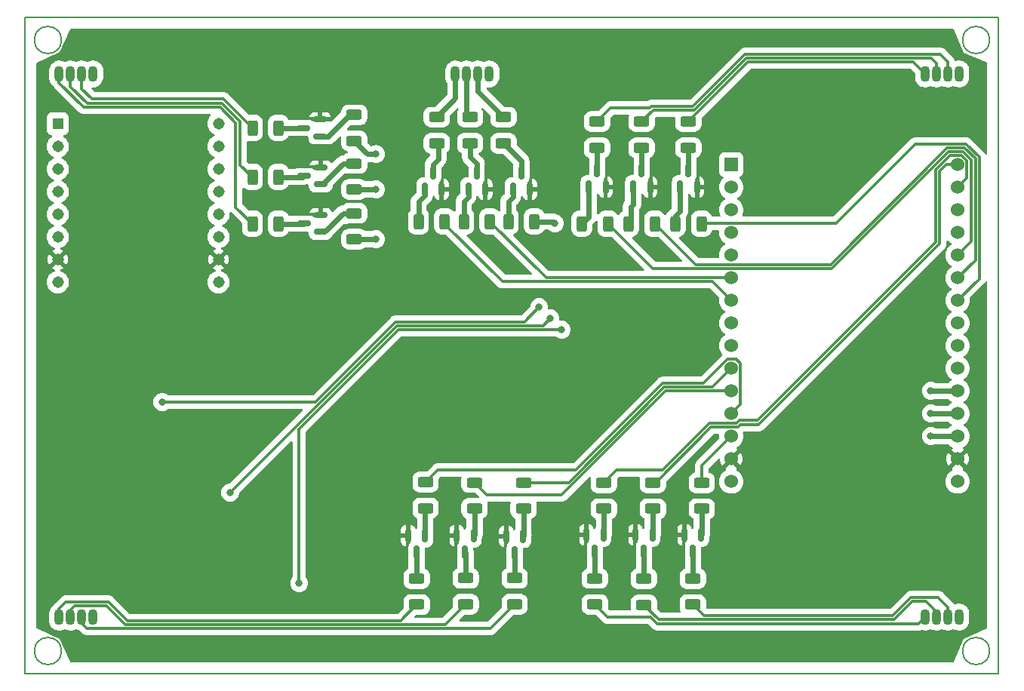
<source format=gbl>
%TF.GenerationSoftware,KiCad,Pcbnew,7.0.2*%
%TF.CreationDate,2023-07-27T00:00:23+05:00*%
%TF.ProjectId,id4,6964342e-6b69-4636-9164-5f7063625858,1*%
%TF.SameCoordinates,Original*%
%TF.FileFunction,Copper,L2,Bot*%
%TF.FilePolarity,Positive*%
%FSLAX46Y46*%
G04 Gerber Fmt 4.6, Leading zero omitted, Abs format (unit mm)*
G04 Created by KiCad (PCBNEW 7.0.2) date 2023-07-27 00:00:23*
%MOMM*%
%LPD*%
G01*
G04 APERTURE LIST*
G04 Aperture macros list*
%AMRoundRect*
0 Rectangle with rounded corners*
0 $1 Rounding radius*
0 $2 $3 $4 $5 $6 $7 $8 $9 X,Y pos of 4 corners*
0 Add a 4 corners polygon primitive as box body*
4,1,4,$2,$3,$4,$5,$6,$7,$8,$9,$2,$3,0*
0 Add four circle primitives for the rounded corners*
1,1,$1+$1,$2,$3*
1,1,$1+$1,$4,$5*
1,1,$1+$1,$6,$7*
1,1,$1+$1,$8,$9*
0 Add four rect primitives between the rounded corners*
20,1,$1+$1,$2,$3,$4,$5,0*
20,1,$1+$1,$4,$5,$6,$7,0*
20,1,$1+$1,$6,$7,$8,$9,0*
20,1,$1+$1,$8,$9,$2,$3,0*%
G04 Aperture macros list end*
%TA.AperFunction,ComponentPad*%
%ADD10O,1.070000X1.800000*%
%TD*%
%TA.AperFunction,ComponentPad*%
%ADD11R,1.308000X1.308000*%
%TD*%
%TA.AperFunction,ComponentPad*%
%ADD12C,1.308000*%
%TD*%
%TA.AperFunction,ComponentPad*%
%ADD13R,1.524000X1.524000*%
%TD*%
%TA.AperFunction,ComponentPad*%
%ADD14C,1.524000*%
%TD*%
%TA.AperFunction,SMDPad,CuDef*%
%ADD15RoundRect,0.150000X-0.150000X0.587500X-0.150000X-0.587500X0.150000X-0.587500X0.150000X0.587500X0*%
%TD*%
%TA.AperFunction,SMDPad,CuDef*%
%ADD16RoundRect,0.250000X0.625000X-0.312500X0.625000X0.312500X-0.625000X0.312500X-0.625000X-0.312500X0*%
%TD*%
%TA.AperFunction,SMDPad,CuDef*%
%ADD17RoundRect,0.250000X0.312500X0.625000X-0.312500X0.625000X-0.312500X-0.625000X0.312500X-0.625000X0*%
%TD*%
%TA.AperFunction,SMDPad,CuDef*%
%ADD18RoundRect,0.250000X-0.625000X0.312500X-0.625000X-0.312500X0.625000X-0.312500X0.625000X0.312500X0*%
%TD*%
%TA.AperFunction,SMDPad,CuDef*%
%ADD19RoundRect,0.150000X0.150000X-0.587500X0.150000X0.587500X-0.150000X0.587500X-0.150000X-0.587500X0*%
%TD*%
%TA.AperFunction,SMDPad,CuDef*%
%ADD20RoundRect,0.250000X-0.312500X-0.625000X0.312500X-0.625000X0.312500X0.625000X-0.312500X0.625000X0*%
%TD*%
%TA.AperFunction,SMDPad,CuDef*%
%ADD21RoundRect,0.150000X0.587500X0.150000X-0.587500X0.150000X-0.587500X-0.150000X0.587500X-0.150000X0*%
%TD*%
%TA.AperFunction,ViaPad*%
%ADD22C,0.800000*%
%TD*%
%TA.AperFunction,Conductor*%
%ADD23C,0.300000*%
%TD*%
%TA.AperFunction,Conductor*%
%ADD24C,0.600000*%
%TD*%
%TA.AperFunction,Profile*%
%ADD25C,0.150000*%
%TD*%
%TA.AperFunction,Profile*%
%ADD26C,0.200000*%
%TD*%
G04 APERTURE END LIST*
D10*
%TO.P,D1,1,RK*%
%TO.N,Net-(D1-RK)*%
X120650000Y-59690000D03*
%TO.P,D1,2,GK*%
%TO.N,Net-(D1-GK)*%
X121920000Y-59690000D03*
%TO.P,D1,3,BK*%
%TO.N,Net-(D1-BK)*%
X123190000Y-59690000D03*
%TO.P,D1,4,A*%
%TO.N,VCC_5*%
X124460000Y-59690000D03*
%TD*%
%TO.P,D5,1,RK*%
%TO.N,Net-(D5-RK)*%
X120650000Y-120650000D03*
%TO.P,D5,2,GK*%
%TO.N,Net-(D5-GK)*%
X121920000Y-120650000D03*
%TO.P,D5,3,BK*%
%TO.N,Net-(D5-BK)*%
X123190000Y-120650000D03*
%TO.P,D5,4,A*%
%TO.N,VCC_5*%
X124460000Y-120650000D03*
%TD*%
%TO.P,D4,1,RK*%
%TO.N,Net-(D4-RK)*%
X217805000Y-120650000D03*
%TO.P,D4,2,GK*%
%TO.N,Net-(D4-GK)*%
X219075000Y-120650000D03*
%TO.P,D4,3,BK*%
%TO.N,Net-(D4-BK)*%
X220345000Y-120650000D03*
%TO.P,D4,4,A*%
%TO.N,VCC_5*%
X221615000Y-120650000D03*
%TD*%
%TO.P,D3,1,RK*%
%TO.N,Net-(D3-RK)*%
X217805000Y-59690000D03*
%TO.P,D3,2,GK*%
%TO.N,Net-(D3-GK)*%
X219075000Y-59690000D03*
%TO.P,D3,3,BK*%
%TO.N,Net-(D3-BK)*%
X220345000Y-59690000D03*
%TO.P,D3,4,A*%
%TO.N,VCC_5*%
X221615000Y-59690000D03*
%TD*%
D11*
%TO.P,U2,1,VCC*%
%TO.N,VCC_5*%
X120483000Y-65278000D03*
D12*
%TO.P,U2,2,RX*%
%TO.N,GPIO_17*%
X120483000Y-67818000D03*
%TO.P,U2,3,TX*%
%TO.N,GPIO_16*%
X120483000Y-70358000D03*
%TO.P,U2,4,DAC_R*%
%TO.N,unconnected-(U2-DAC_R-Pad4)*%
X120483000Y-72898000D03*
%TO.P,U2,5,DAC_L*%
%TO.N,unconnected-(U2-DAC_L-Pad5)*%
X120483000Y-75438000D03*
%TO.P,U2,6,SPK1*%
%TO.N,Net-(U2-SPK1)*%
X120483000Y-77978000D03*
%TO.P,U2,7,GND*%
%TO.N,GND*%
X120483000Y-80518000D03*
%TO.P,U2,8,SPK2*%
%TO.N,Net-(U2-SPK2)*%
X120483000Y-83058000D03*
%TO.P,U2,9,IO1*%
%TO.N,unconnected-(U2-IO1-Pad9)*%
X138517000Y-83058000D03*
%TO.P,U2,10,GND*%
%TO.N,GND*%
X138517000Y-80518000D03*
%TO.P,U2,11,IO2*%
%TO.N,unconnected-(U2-IO2-Pad11)*%
X138517000Y-77978000D03*
%TO.P,U2,12,ADKEY1*%
%TO.N,unconnected-(U2-ADKEY1-Pad12)*%
X138517000Y-75438000D03*
%TO.P,U2,13,ADKEY2*%
%TO.N,unconnected-(U2-ADKEY2-Pad13)*%
X138517000Y-72898000D03*
%TO.P,U2,14,USB+*%
%TO.N,unconnected-(U2-USB+-Pad14)*%
X138517000Y-70358000D03*
%TO.P,U2,15,USB-*%
%TO.N,unconnected-(U2-USB--Pad15)*%
X138517000Y-67818000D03*
%TO.P,U2,16,BUSY*%
%TO.N,GPIO_36*%
X138517000Y-65278000D03*
%TD*%
D13*
%TO.P,U1,1,EN*%
%TO.N,unconnected-(U1-EN-Pad1)*%
X196050000Y-69875800D03*
D14*
%TO.P,U1,2,SENSOR_VP*%
%TO.N,GPIO_36*%
X196050000Y-72415800D03*
%TO.P,U1,3,SENSOR_VN*%
%TO.N,GPIO_39*%
X196050000Y-74955800D03*
%TO.P,U1,4,IO34*%
%TO.N,GPIO_34*%
X196050000Y-77495800D03*
%TO.P,U1,5,IO35*%
%TO.N,GPIO_35*%
X196050000Y-80035800D03*
%TO.P,U1,6,IO32*%
%TO.N,GPIO_32*%
X196050000Y-82575800D03*
%TO.P,U1,7,IO33*%
%TO.N,GPIO_33*%
X196050000Y-85115800D03*
%TO.P,U1,8,IO25*%
%TO.N,unconnected-(U1-IO25-Pad8)*%
X196050000Y-87655800D03*
%TO.P,U1,9,IO26*%
%TO.N,unconnected-(U1-IO26-Pad9)*%
X196050000Y-90195800D03*
%TO.P,U1,10,IO27*%
%TO.N,GPIO_27*%
X196050000Y-92735800D03*
%TO.P,U1,11,IO14*%
%TO.N,GPIO_14*%
X196050000Y-95275800D03*
%TO.P,U1,12,IO12*%
%TO.N,GPIO_12*%
X196050000Y-97815800D03*
%TO.P,U1,13,IO13*%
%TO.N,GPIO_13*%
X196050000Y-100355800D03*
%TO.P,U1,14,GND*%
%TO.N,GND*%
X196050000Y-102895800D03*
%TO.P,U1,15,VIN*%
%TO.N,VCC_5*%
X196050000Y-105435800D03*
%TO.P,U1,16,3V3*%
%TO.N,unconnected-(U1-3V3-Pad16)*%
X221450000Y-105435800D03*
%TO.P,U1,17,GND*%
%TO.N,GND*%
X221450000Y-102895800D03*
%TO.P,U1,18,IO15*%
%TO.N,GPIO_15*%
X221450000Y-100355800D03*
%TO.P,U1,19,IO2*%
%TO.N,GPIO_2*%
X221450000Y-97815800D03*
%TO.P,U1,20,IO4*%
%TO.N,GPIO_4*%
X221450000Y-95275800D03*
%TO.P,U1,21,IO16*%
%TO.N,GPIO_16*%
X221450000Y-92735800D03*
%TO.P,U1,22,IO17*%
%TO.N,GPIO_17*%
X221450000Y-90195800D03*
%TO.P,U1,23,IO5*%
%TO.N,GPIO_5*%
X221450000Y-87655800D03*
%TO.P,U1,24,IO18*%
%TO.N,GPIO_18*%
X221450000Y-85115800D03*
%TO.P,U1,25,IO19*%
%TO.N,GPIO_19*%
X221450000Y-82575800D03*
%TO.P,U1,26,IO21*%
%TO.N,GPIO_21*%
X221450000Y-80035800D03*
%TO.P,U1,27,RXD0/IO3*%
%TO.N,unconnected-(U1-RXD0{slash}IO3-Pad27)*%
X221450000Y-77495800D03*
%TO.P,U1,28,TXD0/IO1*%
%TO.N,unconnected-(U1-TXD0{slash}IO1-Pad28)*%
X221450000Y-74955800D03*
%TO.P,U1,29,IO22*%
%TO.N,GPIO_22*%
X221450000Y-72415800D03*
%TO.P,U1,30,IO23*%
%TO.N,GPIO_23*%
X221450000Y-69875800D03*
%TD*%
D10*
%TO.P,D2,1,RK*%
%TO.N,Net-(D2-RK)*%
X165100000Y-59690000D03*
%TO.P,D2,2,GK*%
%TO.N,Net-(D2-GK)*%
X166370000Y-59690000D03*
%TO.P,D2,3,BK*%
%TO.N,Net-(D2-BK)*%
X167640000Y-59690000D03*
%TO.P,D2,4,A*%
%TO.N,VCC_5*%
X168910000Y-59690000D03*
%TD*%
D15*
%TO.P,Q4,1,E*%
%TO.N,GND*%
X179800000Y-111397500D03*
%TO.P,Q4,2,B*%
%TO.N,Net-(Q4-B)*%
X181700000Y-111397500D03*
%TO.P,Q4,3,C*%
%TO.N,Net-(Q4-C)*%
X180750000Y-113272500D03*
%TD*%
D16*
%TO.P,R5,1*%
%TO.N,GPIO_2*%
X153750000Y-72662000D03*
%TO.P,R5,2*%
%TO.N,Net-(Q3-B)*%
X153750000Y-69737000D03*
%TD*%
D17*
%TO.P,R18,1*%
%TO.N,GPIO_21*%
X182212500Y-76500000D03*
%TO.P,R18,2*%
%TO.N,Net-(Q9-B)*%
X179287500Y-76500000D03*
%TD*%
D18*
%TO.P,R21,1*%
%TO.N,Net-(D2-BK)*%
X170500000Y-64537500D03*
%TO.P,R21,2*%
%TO.N,Net-(Q12-C)*%
X170500000Y-67462500D03*
%TD*%
D19*
%TO.P,Q7,1,E*%
%TO.N,GND*%
X192200000Y-72375000D03*
%TO.P,Q7,2,B*%
%TO.N,Net-(Q7-B)*%
X190300000Y-72375000D03*
%TO.P,Q7,3,C*%
%TO.N,Net-(Q7-C)*%
X191250000Y-70500000D03*
%TD*%
D17*
%TO.P,R23,1*%
%TO.N,GPIO_32*%
X168962500Y-76250000D03*
%TO.P,R23,2*%
%TO.N,Net-(Q11-B)*%
X166037500Y-76250000D03*
%TD*%
D16*
%TO.P,R27,1*%
%TO.N,Net-(D5-BK)*%
X171750000Y-119212500D03*
%TO.P,R27,2*%
%TO.N,Net-(Q15-C)*%
X171750000Y-116287500D03*
%TD*%
D18*
%TO.P,R13,1*%
%TO.N,Net-(D3-RK)*%
X191250000Y-65037500D03*
%TO.P,R13,2*%
%TO.N,Net-(Q7-C)*%
X191250000Y-67962500D03*
%TD*%
D19*
%TO.P,Q10,1,E*%
%TO.N,GND*%
X163547200Y-72625000D03*
%TO.P,Q10,2,B*%
%TO.N,Net-(Q10-B)*%
X161647200Y-72625000D03*
%TO.P,Q10,3,C*%
%TO.N,Net-(Q10-C)*%
X162597200Y-70750000D03*
%TD*%
D16*
%TO.P,R6,1*%
%TO.N,GPIO_4*%
X153750000Y-67212500D03*
%TO.P,R6,2*%
%TO.N,Net-(Q2-B)*%
X153750000Y-64287500D03*
%TD*%
%TO.P,R26,1*%
%TO.N,Net-(D5-GK)*%
X166250000Y-119212500D03*
%TO.P,R26,2*%
%TO.N,Net-(Q14-C)*%
X166250000Y-116287500D03*
%TD*%
D17*
%TO.P,R22,1*%
%TO.N,GPIO_33*%
X163887500Y-76250000D03*
%TO.P,R22,2*%
%TO.N,Net-(Q10-B)*%
X160962500Y-76250000D03*
%TD*%
D19*
%TO.P,Q9,1,E*%
%TO.N,GND*%
X181950000Y-72375000D03*
%TO.P,Q9,2,B*%
%TO.N,Net-(Q9-B)*%
X180050000Y-72375000D03*
%TO.P,Q9,3,C*%
%TO.N,Net-(Q9-C)*%
X181000000Y-70500000D03*
%TD*%
D15*
%TO.P,Q15,1,E*%
%TO.N,GND*%
X170800000Y-111562500D03*
%TO.P,Q15,2,B*%
%TO.N,Net-(Q15-B)*%
X172700000Y-111562500D03*
%TO.P,Q15,3,C*%
%TO.N,Net-(Q15-C)*%
X171750000Y-113437500D03*
%TD*%
D20*
%TO.P,R3,1*%
%TO.N,Net-(D1-BK)*%
X142325000Y-65750000D03*
%TO.P,R3,2*%
%TO.N,Net-(Q2-C)*%
X145250000Y-65750000D03*
%TD*%
D18*
%TO.P,R14,1*%
%TO.N,Net-(D3-GK)*%
X186000000Y-65037500D03*
%TO.P,R14,2*%
%TO.N,Net-(Q8-C)*%
X186000000Y-67962500D03*
%TD*%
D17*
%TO.P,R17,1*%
%TO.N,GPIO_19*%
X187462500Y-76500000D03*
%TO.P,R17,2*%
%TO.N,Net-(Q8-B)*%
X184537500Y-76500000D03*
%TD*%
%TO.P,R24,1*%
%TO.N,GPIO_5*%
X173962500Y-76250000D03*
%TO.P,R24,2*%
%TO.N,Net-(Q12-B)*%
X171037500Y-76250000D03*
%TD*%
D21*
%TO.P,Q3,1,E*%
%TO.N,GND*%
X149975500Y-70188000D03*
%TO.P,Q3,2,B*%
%TO.N,Net-(Q3-B)*%
X149975500Y-72088000D03*
%TO.P,Q3,3,C*%
%TO.N,Net-(Q3-C)*%
X148100500Y-71138000D03*
%TD*%
D19*
%TO.P,Q8,1,E*%
%TO.N,GND*%
X186950000Y-72375000D03*
%TO.P,Q8,2,B*%
%TO.N,Net-(Q8-B)*%
X185050000Y-72375000D03*
%TO.P,Q8,3,C*%
%TO.N,Net-(Q8-C)*%
X186000000Y-70500000D03*
%TD*%
D16*
%TO.P,R25,1*%
%TO.N,Net-(D5-RK)*%
X160750000Y-119250000D03*
%TO.P,R25,2*%
%TO.N,Net-(Q13-C)*%
X160750000Y-116325000D03*
%TD*%
D20*
%TO.P,R1,1*%
%TO.N,Net-(D1-RK)*%
X142325000Y-76500000D03*
%TO.P,R1,2*%
%TO.N,Net-(Q1-C)*%
X145250000Y-76500000D03*
%TD*%
D18*
%TO.P,R15,1*%
%TO.N,Net-(D3-BK)*%
X181000000Y-65037500D03*
%TO.P,R15,2*%
%TO.N,Net-(Q9-C)*%
X181000000Y-67962500D03*
%TD*%
%TO.P,R30,1*%
%TO.N,GPIO_27*%
X172750000Y-105537500D03*
%TO.P,R30,2*%
%TO.N,Net-(Q15-B)*%
X172750000Y-108462500D03*
%TD*%
%TO.P,R12,1*%
%TO.N,GPIO_13*%
X192750000Y-105575000D03*
%TO.P,R12,2*%
%TO.N,Net-(Q6-B)*%
X192750000Y-108500000D03*
%TD*%
D20*
%TO.P,R2,1*%
%TO.N,Net-(D1-GK)*%
X142325000Y-71250000D03*
%TO.P,R2,2*%
%TO.N,Net-(Q3-C)*%
X145250000Y-71250000D03*
%TD*%
D18*
%TO.P,R10,1*%
%TO.N,GPIO_22*%
X181750000Y-105575000D03*
%TO.P,R10,2*%
%TO.N,Net-(Q4-B)*%
X181750000Y-108500000D03*
%TD*%
%TO.P,R20,1*%
%TO.N,Net-(D2-GK)*%
X166750000Y-64537500D03*
%TO.P,R20,2*%
%TO.N,Net-(Q11-C)*%
X166750000Y-67462500D03*
%TD*%
D15*
%TO.P,Q6,1,E*%
%TO.N,GND*%
X190800000Y-111397500D03*
%TO.P,Q6,2,B*%
%TO.N,Net-(Q6-B)*%
X192700000Y-111397500D03*
%TO.P,Q6,3,C*%
%TO.N,Net-(Q6-C)*%
X191750000Y-113272500D03*
%TD*%
D17*
%TO.P,R16,1*%
%TO.N,GPIO_18*%
X192712500Y-76500000D03*
%TO.P,R16,2*%
%TO.N,Net-(Q7-B)*%
X189787500Y-76500000D03*
%TD*%
D16*
%TO.P,R8,1*%
%TO.N,Net-(D4-GK)*%
X186250000Y-119272500D03*
%TO.P,R8,2*%
%TO.N,Net-(Q5-C)*%
X186250000Y-116347500D03*
%TD*%
%TO.P,R4,1*%
%TO.N,GPIO_15*%
X153750000Y-78250000D03*
%TO.P,R4,2*%
%TO.N,Net-(Q1-B)*%
X153750000Y-75325000D03*
%TD*%
D18*
%TO.P,R28,1*%
%TO.N,GPIO_12*%
X161750000Y-105500000D03*
%TO.P,R28,2*%
%TO.N,Net-(Q13-B)*%
X161750000Y-108425000D03*
%TD*%
D16*
%TO.P,R7,1*%
%TO.N,Net-(D4-RK)*%
X180750000Y-119235000D03*
%TO.P,R7,2*%
%TO.N,Net-(Q4-C)*%
X180750000Y-116310000D03*
%TD*%
D15*
%TO.P,Q14,1,E*%
%TO.N,GND*%
X165250000Y-111500000D03*
%TO.P,Q14,2,B*%
%TO.N,Net-(Q14-B)*%
X167150000Y-111500000D03*
%TO.P,Q14,3,C*%
%TO.N,Net-(Q14-C)*%
X166200000Y-113375000D03*
%TD*%
D18*
%TO.P,R11,1*%
%TO.N,GPIO_23*%
X187250000Y-105575000D03*
%TO.P,R11,2*%
%TO.N,Net-(Q5-B)*%
X187250000Y-108500000D03*
%TD*%
D19*
%TO.P,Q11,1,E*%
%TO.N,GND*%
X168450000Y-72625000D03*
%TO.P,Q11,2,B*%
%TO.N,Net-(Q11-B)*%
X166550000Y-72625000D03*
%TO.P,Q11,3,C*%
%TO.N,Net-(Q11-C)*%
X167500000Y-70750000D03*
%TD*%
D15*
%TO.P,Q5,1,E*%
%TO.N,GND*%
X185300000Y-111397500D03*
%TO.P,Q5,2,B*%
%TO.N,Net-(Q5-B)*%
X187200000Y-111397500D03*
%TO.P,Q5,3,C*%
%TO.N,Net-(Q5-C)*%
X186250000Y-113272500D03*
%TD*%
D18*
%TO.P,R19,1*%
%TO.N,Net-(D2-RK)*%
X163000000Y-64537500D03*
%TO.P,R19,2*%
%TO.N,Net-(Q10-C)*%
X163000000Y-67462500D03*
%TD*%
D15*
%TO.P,Q13,1,E*%
%TO.N,GND*%
X159800000Y-111500000D03*
%TO.P,Q13,2,B*%
%TO.N,Net-(Q13-B)*%
X161700000Y-111500000D03*
%TO.P,Q13,3,C*%
%TO.N,Net-(Q13-C)*%
X160750000Y-113375000D03*
%TD*%
D21*
%TO.P,Q1,1,E*%
%TO.N,GND*%
X149975500Y-75522000D03*
%TO.P,Q1,2,B*%
%TO.N,Net-(Q1-B)*%
X149975500Y-77422000D03*
%TO.P,Q1,3,C*%
%TO.N,Net-(Q1-C)*%
X148100500Y-76472000D03*
%TD*%
D18*
%TO.P,R29,1*%
%TO.N,GPIO_14*%
X167250000Y-105537500D03*
%TO.P,R29,2*%
%TO.N,Net-(Q14-B)*%
X167250000Y-108462500D03*
%TD*%
D16*
%TO.P,R9,1*%
%TO.N,Net-(D4-BK)*%
X191750000Y-119250000D03*
%TO.P,R9,2*%
%TO.N,Net-(Q6-C)*%
X191750000Y-116325000D03*
%TD*%
D19*
%TO.P,Q12,1,E*%
%TO.N,GND*%
X173450000Y-72625000D03*
%TO.P,Q12,2,B*%
%TO.N,Net-(Q12-B)*%
X171550000Y-72625000D03*
%TO.P,Q12,3,C*%
%TO.N,Net-(Q12-C)*%
X172500000Y-70750000D03*
%TD*%
D21*
%TO.P,Q2,1,E*%
%TO.N,GND*%
X149937500Y-64800000D03*
%TO.P,Q2,2,B*%
%TO.N,Net-(Q2-B)*%
X149937500Y-66700000D03*
%TO.P,Q2,3,C*%
%TO.N,Net-(Q2-C)*%
X148062500Y-65750000D03*
%TD*%
D22*
%TO.N,GPIO_15*%
X218440000Y-100330000D03*
X156210000Y-78232000D03*
%TO.N,GPIO_2*%
X218440000Y-97790000D03*
X156210000Y-72644000D03*
%TO.N,GPIO_4*%
X156184600Y-68681600D03*
X218440000Y-95250000D03*
%TO.N,GPIO_5*%
X176276000Y-76454000D03*
%TO.N,GPIO_35*%
X147574000Y-116840000D03*
X177038000Y-88392000D03*
%TO.N,GPIO_39*%
X132207000Y-96520000D03*
X174498000Y-85852000D03*
%TO.N,GPIO_34*%
X175768000Y-87122000D03*
X139827000Y-106680000D03*
%TD*%
D23*
%TO.N,Net-(D1-RK)*%
X140462000Y-65153235D02*
X140462000Y-74637000D01*
X123377980Y-63417000D02*
X138725765Y-63417000D01*
X120650000Y-60689020D02*
X123377980Y-63417000D01*
X120650000Y-59690000D02*
X120650000Y-60689020D01*
X140462000Y-74637000D02*
X142325000Y-76500000D01*
X138725765Y-63417000D02*
X140462000Y-65153235D01*
%TO.N,Net-(D1-GK)*%
X138901805Y-62992000D02*
X140970000Y-65060195D01*
X123825000Y-62992000D02*
X138901805Y-62992000D01*
X140970000Y-65060195D02*
X140970000Y-69895000D01*
X121920000Y-59690000D02*
X121920000Y-61087000D01*
X140970000Y-69895000D02*
X142325000Y-71250000D01*
X121920000Y-61087000D02*
X123825000Y-62992000D01*
%TO.N,Net-(D1-BK)*%
X123190000Y-59690000D02*
X123190000Y-61341000D01*
X139059000Y-62484000D02*
X142325000Y-65750000D01*
X123190000Y-61341000D02*
X124333000Y-62484000D01*
X124333000Y-62484000D02*
X139059000Y-62484000D01*
D24*
%TO.N,Net-(D2-RK)*%
X165100000Y-62437500D02*
X165100000Y-59690000D01*
X163000000Y-64537500D02*
X165100000Y-62437500D01*
%TO.N,Net-(D2-GK)*%
X166370000Y-64157500D02*
X166750000Y-64537500D01*
X166370000Y-59690000D02*
X166370000Y-64157500D01*
%TO.N,Net-(D2-BK)*%
X167640000Y-59690000D02*
X167640000Y-61677500D01*
X167640000Y-61677500D02*
X170500000Y-64537500D01*
D23*
%TO.N,Net-(D3-RK)*%
X216452000Y-58337000D02*
X197950500Y-58337000D01*
X197950500Y-58337000D02*
X191250000Y-65037500D01*
X217805000Y-59690000D02*
X216452000Y-58337000D01*
%TO.N,Net-(D3-GK)*%
X219075000Y-58507000D02*
X218480000Y-57912000D01*
X191932460Y-63754000D02*
X187283500Y-63754000D01*
X218480000Y-57912000D02*
X197774460Y-57912000D01*
X219075000Y-59690000D02*
X219075000Y-58507000D01*
X197774460Y-57912000D02*
X191932460Y-63754000D01*
X187283500Y-63754000D02*
X186000000Y-65037500D01*
%TO.N,Net-(D3-BK)*%
X181000000Y-65037500D02*
X182537500Y-63500000D01*
X219539000Y-57487000D02*
X220345000Y-58293000D01*
X197598420Y-57487000D02*
X219539000Y-57487000D01*
X182537500Y-63500000D02*
X186936459Y-63500000D01*
X191756420Y-63329000D02*
X197598420Y-57487000D01*
X186936459Y-63500000D02*
X187107459Y-63329000D01*
X187107459Y-63329000D02*
X191756420Y-63329000D01*
X220345000Y-58293000D02*
X220345000Y-59690000D01*
%TO.N,Net-(D4-RK)*%
X187026460Y-120650000D02*
X182165000Y-120650000D01*
X187788460Y-121412000D02*
X187026460Y-120650000D01*
X182165000Y-120650000D02*
X180750000Y-119235000D01*
X217805000Y-120650000D02*
X217043000Y-121412000D01*
X217043000Y-121412000D02*
X187788460Y-121412000D01*
%TO.N,Net-(D4-GK)*%
X216408000Y-118872000D02*
X214376000Y-120904000D01*
X214376000Y-120904000D02*
X187881500Y-120904000D01*
X187881500Y-120904000D02*
X186250000Y-119272500D01*
X219075000Y-120015000D02*
X217932000Y-118872000D01*
X217932000Y-118872000D02*
X216408000Y-118872000D01*
X219075000Y-120650000D02*
X219075000Y-120015000D01*
%TO.N,Net-(D4-BK)*%
X192979000Y-120479000D02*
X214199960Y-120479000D01*
X219285000Y-118447000D02*
X220345000Y-119507000D01*
X216231960Y-118447000D02*
X219285000Y-118447000D01*
X191750000Y-119250000D02*
X192979000Y-120479000D01*
X220345000Y-119507000D02*
X220345000Y-120650000D01*
X214199960Y-120479000D02*
X216231960Y-118447000D01*
D24*
%TO.N,Net-(Q1-B)*%
X149975500Y-77422000D02*
X150401750Y-77422000D01*
X150401750Y-77422000D02*
X152498750Y-75325000D01*
X152498750Y-75325000D02*
X153750000Y-75325000D01*
%TO.N,Net-(Q1-C)*%
X145250000Y-76500000D02*
X148072500Y-76500000D01*
X148072500Y-76500000D02*
X148100500Y-76472000D01*
%TO.N,Net-(Q2-B)*%
X149937500Y-66700000D02*
X150800000Y-66700000D01*
X153212500Y-64287500D02*
X153750000Y-64287500D01*
X150800000Y-66700000D02*
X153212500Y-64287500D01*
%TO.N,Net-(Q2-C)*%
X145250000Y-65750000D02*
X148062500Y-65750000D01*
%TO.N,Net-(Q3-B)*%
X150162000Y-72088000D02*
X152513000Y-69737000D01*
X152513000Y-69737000D02*
X153750000Y-69737000D01*
X149975500Y-72088000D02*
X150162000Y-72088000D01*
%TO.N,Net-(Q3-C)*%
X147988500Y-71250000D02*
X148100500Y-71138000D01*
X145250000Y-71250000D02*
X147988500Y-71250000D01*
%TO.N,Net-(Q4-B)*%
X181750000Y-108500000D02*
X181750000Y-111347500D01*
X181750000Y-111347500D02*
X181700000Y-111397500D01*
%TO.N,Net-(Q4-C)*%
X180750000Y-113272500D02*
X180750000Y-116310000D01*
%TO.N,Net-(Q5-B)*%
X187250000Y-111347500D02*
X187200000Y-111397500D01*
X187250000Y-108500000D02*
X187250000Y-111347500D01*
%TO.N,Net-(Q5-C)*%
X186250000Y-113272500D02*
X186250000Y-116347500D01*
%TO.N,Net-(Q6-B)*%
X192750000Y-108500000D02*
X192750000Y-111347500D01*
X192750000Y-111347500D02*
X192700000Y-111397500D01*
%TO.N,Net-(Q6-C)*%
X191750000Y-113272500D02*
X191750000Y-116325000D01*
%TO.N,Net-(Q7-B)*%
X190300000Y-75130000D02*
X189787500Y-75642500D01*
X190300000Y-72375000D02*
X190300000Y-75130000D01*
X189787500Y-75642500D02*
X189787500Y-76500000D01*
%TO.N,Net-(Q7-C)*%
X191250000Y-70500000D02*
X191250000Y-67962500D01*
%TO.N,Net-(Q8-B)*%
X184785000Y-76252500D02*
X184537500Y-76500000D01*
X185050000Y-72375000D02*
X185050000Y-74295000D01*
X185050000Y-74295000D02*
X184785000Y-74560000D01*
X184785000Y-74560000D02*
X184785000Y-76252500D01*
%TO.N,Net-(Q8-C)*%
X186000000Y-70500000D02*
X186000000Y-67962500D01*
%TO.N,Net-(Q9-B)*%
X180050000Y-72375000D02*
X180050000Y-75737500D01*
X180050000Y-75737500D02*
X179287500Y-76500000D01*
%TO.N,Net-(Q9-C)*%
X181000000Y-70500000D02*
X181000000Y-67962500D01*
%TO.N,Net-(Q10-B)*%
X160962500Y-74037500D02*
X160962500Y-76250000D01*
X161647200Y-72625000D02*
X161647200Y-73352800D01*
X161647200Y-73352800D02*
X160962500Y-74037500D01*
%TO.N,Net-(Q10-C)*%
X162597200Y-69812800D02*
X163195000Y-69215000D01*
X163195000Y-69215000D02*
X163195000Y-67657500D01*
X163195000Y-67657500D02*
X163000000Y-67462500D01*
X162597200Y-70750000D02*
X162597200Y-69812800D01*
%TO.N,Net-(Q11-B)*%
X166550000Y-73450000D02*
X166037500Y-73962500D01*
X166037500Y-73962500D02*
X166037500Y-76250000D01*
X166550000Y-72625000D02*
X166550000Y-73450000D01*
%TO.N,Net-(Q11-C)*%
X167500000Y-69750000D02*
X167500000Y-70750000D01*
X166750000Y-69000000D02*
X167500000Y-69750000D01*
X166750000Y-67462500D02*
X166750000Y-69000000D01*
%TO.N,Net-(Q12-B)*%
X171550000Y-73450000D02*
X171037500Y-73962500D01*
X171550000Y-72625000D02*
X171550000Y-73450000D01*
X171037500Y-73962500D02*
X171037500Y-76250000D01*
%TO.N,Net-(Q12-C)*%
X172500000Y-69462500D02*
X172500000Y-70750000D01*
X170500000Y-67462500D02*
X172500000Y-69462500D01*
%TO.N,Net-(Q13-B)*%
X161700000Y-111500000D02*
X161700000Y-108475000D01*
X161700000Y-108475000D02*
X161750000Y-108425000D01*
%TO.N,Net-(Q13-C)*%
X160750000Y-116325000D02*
X160750000Y-113375000D01*
%TO.N,Net-(Q14-B)*%
X167250000Y-108462500D02*
X167250000Y-111400000D01*
X167250000Y-111400000D02*
X167150000Y-111500000D01*
%TO.N,Net-(Q14-C)*%
X166250000Y-113425000D02*
X166200000Y-113375000D01*
X166250000Y-116287500D02*
X166250000Y-113425000D01*
%TO.N,Net-(Q15-B)*%
X172750000Y-111512500D02*
X172700000Y-111562500D01*
X172750000Y-108462500D02*
X172750000Y-111512500D01*
%TO.N,Net-(Q15-C)*%
X171750000Y-116287500D02*
X171750000Y-113437500D01*
%TO.N,GPIO_15*%
X218465800Y-100355800D02*
X218440000Y-100330000D01*
X221450000Y-100355800D02*
X218465800Y-100355800D01*
X153768000Y-78232000D02*
X153750000Y-78250000D01*
X156210000Y-78232000D02*
X153768000Y-78232000D01*
%TO.N,GPIO_2*%
X221450000Y-97815800D02*
X218465800Y-97815800D01*
X153768000Y-72644000D02*
X153750000Y-72662000D01*
X156210000Y-72644000D02*
X153768000Y-72644000D01*
X218465800Y-97815800D02*
X218440000Y-97790000D01*
%TO.N,GPIO_4*%
X156184600Y-68681600D02*
X155219100Y-68681600D01*
X155219100Y-68681600D02*
X153750000Y-67212500D01*
X218440000Y-95250000D02*
X218465800Y-95275800D01*
X218465800Y-95275800D02*
X221450000Y-95275800D01*
D23*
%TO.N,GPIO_33*%
X170376800Y-83000800D02*
X193935000Y-83000800D01*
X193935000Y-83000800D02*
X196050000Y-85115800D01*
X163887500Y-76250000D02*
X163887500Y-76511500D01*
X163887500Y-76511500D02*
X170376800Y-83000800D01*
%TO.N,GPIO_32*%
X175288300Y-82575800D02*
X196050000Y-82575800D01*
X168962500Y-76250000D02*
X175288300Y-82575800D01*
D24*
%TO.N,GPIO_5*%
X173962500Y-76250000D02*
X176072000Y-76250000D01*
D23*
X176072000Y-76250000D02*
X176276000Y-76454000D01*
%TO.N,GPIO_18*%
X192712500Y-76500000D02*
X192753700Y-76458800D01*
X192753700Y-76458800D02*
X207776800Y-76458800D01*
X223862000Y-69018140D02*
X223862000Y-82703800D01*
X207776800Y-76458800D02*
X216671800Y-67563800D01*
X223862000Y-82703800D02*
X221450000Y-85115800D01*
X216671800Y-67563800D02*
X222407660Y-67563800D01*
X222407660Y-67563800D02*
X223862000Y-69018140D01*
%TO.N,GPIO_19*%
X220276080Y-67988800D02*
X222231620Y-67988800D01*
X207192080Y-81072800D02*
X220276080Y-67988800D01*
X223437000Y-80588800D02*
X221450000Y-82575800D01*
X192035300Y-81072800D02*
X207192080Y-81072800D01*
X187462500Y-76500000D02*
X192035300Y-81072800D01*
X222231620Y-67988800D02*
X223437000Y-69194180D01*
X223437000Y-69194180D02*
X223437000Y-80588800D01*
%TO.N,GPIO_21*%
X220452120Y-68413800D02*
X222055580Y-68413800D01*
X187246500Y-81534000D02*
X207331920Y-81534000D01*
X182212500Y-76500000D02*
X187246500Y-81534000D01*
X222055580Y-68413800D02*
X223012000Y-69370220D01*
X223012000Y-69370220D02*
X223012000Y-78473800D01*
X207331920Y-81534000D02*
X220452120Y-68413800D01*
X223012000Y-78473800D02*
X221450000Y-80035800D01*
%TO.N,GPIO_22*%
X222487000Y-69446260D02*
X222487000Y-71378800D01*
X220628160Y-68838800D02*
X221879540Y-68838800D01*
X199042960Y-98552000D02*
X219031000Y-78563960D01*
X196655581Y-98893800D02*
X196997381Y-98552000D01*
X222487000Y-71378800D02*
X221450000Y-72415800D01*
X193621160Y-98893800D02*
X196655581Y-98893800D01*
X221879540Y-68838800D02*
X222487000Y-69446260D01*
X219031000Y-70435960D02*
X220628160Y-68838800D01*
X188374960Y-104140000D02*
X193621160Y-98893800D01*
X219031000Y-78563960D02*
X219031000Y-70435960D01*
X181750000Y-105575000D02*
X183185000Y-104140000D01*
X196997381Y-98552000D02*
X199042960Y-98552000D01*
X183185000Y-104140000D02*
X188374960Y-104140000D01*
%TO.N,GPIO_23*%
X220192200Y-69875800D02*
X221450000Y-69875800D01*
X187250000Y-105575000D02*
X187541000Y-105575000D01*
X196831621Y-99318800D02*
X197090421Y-99060000D01*
X197090421Y-99060000D02*
X199136000Y-99060000D01*
X219456000Y-70612000D02*
X220192200Y-69875800D01*
X193797200Y-99318800D02*
X196831621Y-99318800D01*
X219456000Y-78740000D02*
X219456000Y-70612000D01*
X187541000Y-105575000D02*
X193797200Y-99318800D01*
X199136000Y-99060000D02*
X219456000Y-78740000D01*
%TO.N,GPIO_13*%
X192750000Y-105575000D02*
X192750000Y-103655800D01*
X192750000Y-103655800D02*
X196050000Y-100355800D01*
%TO.N,GPIO_12*%
X192893460Y-94425800D02*
X195620460Y-91698800D01*
X188344119Y-94425800D02*
X192893460Y-94425800D01*
X195620460Y-91698800D02*
X196600800Y-91698800D01*
X197104000Y-92202000D02*
X197104000Y-96761800D01*
X178629920Y-104140000D02*
X188344119Y-94425800D01*
X197104000Y-96761800D02*
X196050000Y-97815800D01*
X163110000Y-104140000D02*
X178629920Y-104140000D01*
X161750000Y-105500000D02*
X163110000Y-104140000D01*
X196600800Y-91698800D02*
X197104000Y-92202000D01*
%TO.N,GPIO_14*%
X167250000Y-105537500D02*
X168646500Y-106934000D01*
X168646500Y-106934000D02*
X177038000Y-106934000D01*
X177038000Y-106934000D02*
X188696200Y-95275800D01*
X188696200Y-95275800D02*
X196050000Y-95275800D01*
%TO.N,GPIO_27*%
X177833460Y-105537500D02*
X188520160Y-94850800D01*
X188520160Y-94850800D02*
X193935000Y-94850800D01*
X172750000Y-105537500D02*
X177833460Y-105537500D01*
X193935000Y-94850800D02*
X196050000Y-92735800D01*
%TO.N,GPIO_35*%
X147574000Y-99534040D02*
X147574000Y-116840000D01*
X177038000Y-88392000D02*
X158716040Y-88392000D01*
X158716040Y-88392000D02*
X147574000Y-99534040D01*
%TO.N,GPIO_39*%
X158363960Y-87542000D02*
X149385960Y-96520000D01*
X149385960Y-96520000D02*
X132207000Y-96520000D01*
X174498000Y-85852000D02*
X172808000Y-87542000D01*
X172808000Y-87542000D02*
X158363960Y-87542000D01*
%TO.N,GPIO_34*%
X175768000Y-87122000D02*
X174923000Y-87967000D01*
X158540000Y-87967000D02*
X139827000Y-106680000D01*
X174923000Y-87967000D02*
X158540000Y-87967000D01*
%TO.N,Net-(D5-RK)*%
X121412000Y-118955000D02*
X126160040Y-118955000D01*
X128275040Y-121070000D02*
X158930000Y-121070000D01*
X120650000Y-120650000D02*
X120650000Y-119717000D01*
X120650000Y-119717000D02*
X121412000Y-118955000D01*
X158930000Y-121070000D02*
X160750000Y-119250000D01*
X126160040Y-118955000D02*
X128275040Y-121070000D01*
%TO.N,Net-(D5-GK)*%
X163967500Y-121495000D02*
X166250000Y-119212500D01*
X122428000Y-119380000D02*
X125984000Y-119380000D01*
X128099000Y-121495000D02*
X163967500Y-121495000D01*
X125984000Y-119380000D02*
X128099000Y-121495000D01*
X121920000Y-119888000D02*
X122428000Y-119380000D01*
X121920000Y-120650000D02*
X121920000Y-119888000D01*
%TO.N,Net-(D5-BK)*%
X169042500Y-121920000D02*
X171750000Y-119212500D01*
X123190000Y-121340500D02*
X123769500Y-121920000D01*
X123190000Y-120650000D02*
X123190000Y-121340500D01*
X123769500Y-121920000D02*
X169042500Y-121920000D01*
%TD*%
%TA.AperFunction,Conductor*%
%TO.N,GND*%
G36*
X220965274Y-54629685D02*
G01*
X221011029Y-54682489D01*
X221012204Y-54685143D01*
X222123000Y-57277000D01*
X224607629Y-58341841D01*
X224714846Y-58387791D01*
X224768711Y-58432292D01*
X224789966Y-58498850D01*
X224790000Y-58501765D01*
X224790000Y-68664267D01*
X224770315Y-68731306D01*
X224717511Y-68777061D01*
X224648353Y-68787005D01*
X224584797Y-68757980D01*
X224548294Y-68703270D01*
X224546417Y-68697608D01*
X224537929Y-68680076D01*
X224537237Y-68679024D01*
X224537237Y-68679023D01*
X224496025Y-68616364D01*
X224494106Y-68613352D01*
X224454048Y-68548407D01*
X224441750Y-68533312D01*
X224386290Y-68480988D01*
X224383703Y-68478475D01*
X222983388Y-67078160D01*
X222971606Y-67064527D01*
X222957269Y-67045269D01*
X222919326Y-67013431D01*
X222911351Y-67006123D01*
X222909989Y-67004761D01*
X222907437Y-67002209D01*
X222883104Y-66982969D01*
X222880307Y-66980690D01*
X222821911Y-66931690D01*
X222805481Y-66921222D01*
X222736351Y-66888986D01*
X222733107Y-66887415D01*
X222664966Y-66853194D01*
X222646563Y-66846797D01*
X222593078Y-66835753D01*
X222571866Y-66831372D01*
X222568352Y-66830594D01*
X222494150Y-66813008D01*
X222474781Y-66811029D01*
X222398529Y-66813248D01*
X222394923Y-66813300D01*
X216735506Y-66813300D01*
X216717536Y-66811991D01*
X216703653Y-66809957D01*
X216693777Y-66808511D01*
X216693776Y-66808511D01*
X216644431Y-66812828D01*
X216633624Y-66813300D01*
X216628091Y-66813300D01*
X216624530Y-66813716D01*
X216624515Y-66813717D01*
X216597301Y-66816898D01*
X216593716Y-66817264D01*
X216517761Y-66823909D01*
X216498721Y-66828130D01*
X216427032Y-66854221D01*
X216423631Y-66855403D01*
X216351274Y-66879380D01*
X216333727Y-66887875D01*
X216270021Y-66929775D01*
X216266981Y-66931712D01*
X216202080Y-66971744D01*
X216186964Y-66984057D01*
X216134631Y-67039526D01*
X216132119Y-67042112D01*
X207502251Y-75671981D01*
X207440928Y-75705466D01*
X207414570Y-75708300D01*
X197397533Y-75708300D01*
X197330494Y-75688615D01*
X197284739Y-75635811D01*
X197274795Y-75566653D01*
X197283977Y-75534490D01*
X197294936Y-75509505D01*
X197343093Y-75399719D01*
X197398524Y-75180829D01*
X197417170Y-74955800D01*
X197398524Y-74730771D01*
X197343093Y-74511881D01*
X197252390Y-74305099D01*
X197128889Y-74116067D01*
X196975959Y-73949940D01*
X196797771Y-73811251D01*
X196767471Y-73794853D01*
X196717882Y-73745636D01*
X196702774Y-73677419D01*
X196726944Y-73611863D01*
X196767471Y-73576746D01*
X196797771Y-73560349D01*
X196975959Y-73421660D01*
X197128889Y-73255533D01*
X197252390Y-73066501D01*
X197343093Y-72859719D01*
X197398524Y-72640829D01*
X197417170Y-72415800D01*
X197398524Y-72190771D01*
X197343093Y-71971881D01*
X197252390Y-71765099D01*
X197128889Y-71576067D01*
X196975959Y-71409940D01*
X196975955Y-71409937D01*
X196969516Y-71402942D01*
X196938594Y-71340287D01*
X196946454Y-71270861D01*
X196990601Y-71216706D01*
X197013292Y-71204398D01*
X197114841Y-71162336D01*
X197240282Y-71066082D01*
X197336536Y-70940641D01*
X197397044Y-70794562D01*
X197412500Y-70677161D01*
X197412499Y-69074440D01*
X197397044Y-68957038D01*
X197336536Y-68810959D01*
X197306422Y-68771713D01*
X197240282Y-68685517D01*
X197114840Y-68589263D01*
X196968762Y-68528756D01*
X196855380Y-68513829D01*
X196855378Y-68513828D01*
X196851361Y-68513300D01*
X196847307Y-68513300D01*
X195252694Y-68513300D01*
X195252678Y-68513300D01*
X195248640Y-68513301D01*
X195244627Y-68513829D01*
X195244615Y-68513830D01*
X195131239Y-68528755D01*
X194985158Y-68589264D01*
X194859717Y-68685517D01*
X194763463Y-68810959D01*
X194702956Y-68957037D01*
X194688421Y-69067447D01*
X194687500Y-69074439D01*
X194687500Y-69078491D01*
X194687500Y-69078492D01*
X194687500Y-70673105D01*
X194687500Y-70673120D01*
X194687501Y-70677160D01*
X194688029Y-70681173D01*
X194688030Y-70681184D01*
X194702955Y-70794560D01*
X194763464Y-70940641D01*
X194859717Y-71066082D01*
X194985159Y-71162336D01*
X195086705Y-71204398D01*
X195141109Y-71248239D01*
X195163174Y-71314533D01*
X195145895Y-71382232D01*
X195130483Y-71402942D01*
X194971112Y-71576065D01*
X194924907Y-71646788D01*
X194861722Y-71743500D01*
X194847609Y-71765101D01*
X194756908Y-71971877D01*
X194756906Y-71971881D01*
X194756907Y-71971881D01*
X194705805Y-72173679D01*
X194701475Y-72190776D01*
X194682829Y-72415799D01*
X194701475Y-72640823D01*
X194701475Y-72640825D01*
X194701476Y-72640829D01*
X194751947Y-72840132D01*
X194756908Y-72859722D01*
X194784583Y-72922814D01*
X194847610Y-73066501D01*
X194971111Y-73255533D01*
X195124041Y-73421660D01*
X195302229Y-73560349D01*
X195332526Y-73576745D01*
X195332528Y-73576746D01*
X195382118Y-73625966D01*
X195397225Y-73694182D01*
X195373054Y-73759738D01*
X195332528Y-73794854D01*
X195302230Y-73811250D01*
X195124040Y-73949940D01*
X194985777Y-74100135D01*
X194971111Y-74116067D01*
X194848225Y-74304158D01*
X194847609Y-74305101D01*
X194756908Y-74511877D01*
X194756906Y-74511881D01*
X194756907Y-74511881D01*
X194702246Y-74727733D01*
X194701475Y-74730776D01*
X194682829Y-74955800D01*
X194701475Y-75180823D01*
X194701475Y-75180825D01*
X194701476Y-75180829D01*
X194747944Y-75364326D01*
X194756908Y-75399722D01*
X194816023Y-75534490D01*
X194824926Y-75603790D01*
X194794949Y-75666902D01*
X194735609Y-75703789D01*
X194702467Y-75708300D01*
X193956889Y-75708300D01*
X193889850Y-75688615D01*
X193844095Y-75635811D01*
X193836555Y-75614227D01*
X193828038Y-75579981D01*
X193823832Y-75571500D01*
X193745842Y-75414247D01*
X193629940Y-75270060D01*
X193485753Y-75154158D01*
X193484573Y-75153573D01*
X193320022Y-75071963D01*
X193140494Y-75027316D01*
X193101045Y-75024641D01*
X193101021Y-75024640D01*
X193098954Y-75024500D01*
X192326046Y-75024500D01*
X192323979Y-75024640D01*
X192323954Y-75024641D01*
X192284505Y-75027316D01*
X192104977Y-75071963D01*
X191939248Y-75154157D01*
X191795060Y-75270060D01*
X191679157Y-75414248D01*
X191596963Y-75579977D01*
X191552316Y-75759505D01*
X191549641Y-75798954D01*
X191549640Y-75798979D01*
X191549500Y-75801046D01*
X191549500Y-77198954D01*
X191549640Y-77201021D01*
X191549641Y-77201045D01*
X191552316Y-77240494D01*
X191596963Y-77420022D01*
X191660085Y-77547295D01*
X191679158Y-77585753D01*
X191795060Y-77729940D01*
X191939247Y-77845842D01*
X192104979Y-77928037D01*
X192284505Y-77972683D01*
X192326046Y-77975500D01*
X192328144Y-77975500D01*
X193096856Y-77975500D01*
X193098954Y-77975500D01*
X193140495Y-77972683D01*
X193320021Y-77928037D01*
X193485753Y-77845842D01*
X193629940Y-77729940D01*
X193745842Y-77585753D01*
X193828037Y-77420021D01*
X193850948Y-77327890D01*
X193857046Y-77303374D01*
X193892329Y-77243067D01*
X193954614Y-77211408D01*
X193977381Y-77209300D01*
X194571870Y-77209300D01*
X194638909Y-77228985D01*
X194684664Y-77281789D01*
X194695446Y-77343540D01*
X194682829Y-77495800D01*
X194701475Y-77720823D01*
X194701475Y-77720825D01*
X194701476Y-77720829D01*
X194756907Y-77939719D01*
X194756908Y-77939722D01*
X194788533Y-78011819D01*
X194847610Y-78146501D01*
X194971111Y-78335533D01*
X195124041Y-78501660D01*
X195302229Y-78640349D01*
X195332526Y-78656745D01*
X195332528Y-78656746D01*
X195382118Y-78705966D01*
X195397225Y-78774182D01*
X195373054Y-78839738D01*
X195332528Y-78874854D01*
X195302230Y-78891250D01*
X195124040Y-79029940D01*
X195003074Y-79161346D01*
X194971111Y-79196067D01*
X194900628Y-79303949D01*
X194847609Y-79385101D01*
X194756908Y-79591877D01*
X194701475Y-79810776D01*
X194682829Y-80035799D01*
X194695446Y-80188060D01*
X194681365Y-80256496D01*
X194632520Y-80306455D01*
X194571870Y-80322300D01*
X192397529Y-80322300D01*
X192330490Y-80302615D01*
X192309848Y-80285981D01*
X191178111Y-79154244D01*
X190195238Y-78171370D01*
X190161755Y-78110050D01*
X190166739Y-78040358D01*
X190208611Y-77984425D01*
X190252994Y-77963357D01*
X190395021Y-77928037D01*
X190560753Y-77845842D01*
X190704940Y-77729940D01*
X190820842Y-77585753D01*
X190903037Y-77420021D01*
X190947683Y-77240495D01*
X190950500Y-77198954D01*
X190950500Y-75801516D01*
X190970185Y-75734478D01*
X190978114Y-75723506D01*
X190982956Y-75717527D01*
X190987135Y-75712635D01*
X191032533Y-75662216D01*
X191039542Y-75650074D01*
X191050560Y-75634042D01*
X191059383Y-75623149D01*
X191090193Y-75562677D01*
X191093248Y-75557051D01*
X191127179Y-75498284D01*
X191131509Y-75484956D01*
X191138960Y-75466968D01*
X191145320Y-75454488D01*
X191162882Y-75388937D01*
X191164703Y-75382794D01*
X191185674Y-75318256D01*
X191187139Y-75304305D01*
X191190683Y-75285186D01*
X191194312Y-75271646D01*
X191197861Y-75203909D01*
X191198370Y-75197454D01*
X191200161Y-75180419D01*
X191200161Y-75180415D01*
X191200500Y-75177192D01*
X191200500Y-75156818D01*
X191200670Y-75150329D01*
X191201099Y-75142149D01*
X191204219Y-75082612D01*
X191202027Y-75068771D01*
X191200500Y-75049373D01*
X191200500Y-73239595D01*
X191220185Y-73172556D01*
X191272989Y-73126801D01*
X191342147Y-73116857D01*
X191405703Y-73145882D01*
X191443477Y-73204660D01*
X191443577Y-73205001D01*
X191448718Y-73222699D01*
X191532317Y-73364057D01*
X191648442Y-73480182D01*
X191789799Y-73563780D01*
X191947511Y-73609599D01*
X191950000Y-73609795D01*
X191950000Y-72625000D01*
X192450000Y-72625000D01*
X192450000Y-73609795D01*
X192452488Y-73609599D01*
X192610200Y-73563780D01*
X192751557Y-73480182D01*
X192867682Y-73364057D01*
X192951282Y-73222697D01*
X192997099Y-73064993D01*
X192999808Y-73030576D01*
X193000000Y-73025696D01*
X193000000Y-72625000D01*
X192450000Y-72625000D01*
X191950000Y-72625000D01*
X191950000Y-71650230D01*
X191969685Y-71583191D01*
X191986316Y-71562551D01*
X191992712Y-71556156D01*
X192084814Y-71406834D01*
X192139999Y-71240297D01*
X192150225Y-71140203D01*
X192450000Y-71140203D01*
X192450000Y-72125000D01*
X193000000Y-72125000D01*
X193000000Y-71724303D01*
X192999808Y-71719423D01*
X192997099Y-71685006D01*
X192951282Y-71527302D01*
X192867682Y-71385942D01*
X192751557Y-71269817D01*
X192610200Y-71186219D01*
X192452487Y-71140400D01*
X192450000Y-71140203D01*
X192150225Y-71140203D01*
X192150500Y-71137509D01*
X192150500Y-70501092D01*
X192150500Y-69164631D01*
X192170185Y-69097593D01*
X192219404Y-69053544D01*
X192335753Y-68995842D01*
X192479940Y-68879940D01*
X192595842Y-68735753D01*
X192678037Y-68570021D01*
X192722683Y-68390495D01*
X192725500Y-68348954D01*
X192725500Y-67576046D01*
X192722683Y-67534505D01*
X192678037Y-67354979D01*
X192595842Y-67189247D01*
X192479940Y-67045060D01*
X192335753Y-66929158D01*
X192332489Y-66927539D01*
X192170022Y-66846963D01*
X191990494Y-66802316D01*
X191951045Y-66799641D01*
X191951021Y-66799640D01*
X191948954Y-66799500D01*
X190551046Y-66799500D01*
X190548979Y-66799640D01*
X190548954Y-66799641D01*
X190509505Y-66802316D01*
X190329977Y-66846963D01*
X190164248Y-66929157D01*
X190020060Y-67045060D01*
X189904157Y-67189248D01*
X189821963Y-67354977D01*
X189777316Y-67534505D01*
X189774641Y-67573954D01*
X189774640Y-67573979D01*
X189774500Y-67576046D01*
X189774500Y-68348954D01*
X189774640Y-68351021D01*
X189774641Y-68351045D01*
X189777316Y-68390494D01*
X189821963Y-68570022D01*
X189904157Y-68735751D01*
X189904158Y-68735753D01*
X190020060Y-68879940D01*
X190164247Y-68995842D01*
X190280595Y-69053544D01*
X190331907Y-69100965D01*
X190349500Y-69164632D01*
X190349500Y-70913000D01*
X190329815Y-70980039D01*
X190277011Y-71025794D01*
X190225501Y-71037000D01*
X190103141Y-71037000D01*
X190103121Y-71037000D01*
X190099992Y-71037001D01*
X190096860Y-71037320D01*
X190096858Y-71037321D01*
X189997203Y-71047500D01*
X189830665Y-71102686D01*
X189681342Y-71194788D01*
X189557288Y-71318842D01*
X189465186Y-71468165D01*
X189410000Y-71634702D01*
X189399819Y-71734358D01*
X189399817Y-71734378D01*
X189399500Y-71737491D01*
X189399500Y-71740639D01*
X189399500Y-74705638D01*
X189379815Y-74772677D01*
X189363181Y-74793320D01*
X189207764Y-74948736D01*
X189192972Y-74961369D01*
X189181632Y-74969608D01*
X189136251Y-75020008D01*
X189131789Y-75024709D01*
X189119680Y-75036819D01*
X189119663Y-75036837D01*
X189117381Y-75039120D01*
X189115346Y-75041632D01*
X189115343Y-75041636D01*
X189104559Y-75054951D01*
X189100352Y-75059876D01*
X189054965Y-75110284D01*
X189054537Y-75111027D01*
X189052844Y-75112641D01*
X189046248Y-75119967D01*
X189045688Y-75119463D01*
X189021893Y-75142149D01*
X189024756Y-75145711D01*
X189014248Y-75154157D01*
X189014247Y-75154158D01*
X188933175Y-75219326D01*
X188870060Y-75270060D01*
X188754157Y-75414248D01*
X188736088Y-75450682D01*
X188688666Y-75501995D01*
X188621031Y-75519523D01*
X188554656Y-75497703D01*
X188513912Y-75450682D01*
X188507622Y-75437999D01*
X188495842Y-75414247D01*
X188379940Y-75270060D01*
X188235753Y-75154158D01*
X188234573Y-75153573D01*
X188070022Y-75071963D01*
X187890494Y-75027316D01*
X187851045Y-75024641D01*
X187851021Y-75024640D01*
X187848954Y-75024500D01*
X187076046Y-75024500D01*
X187073979Y-75024640D01*
X187073954Y-75024641D01*
X187034505Y-75027316D01*
X186854977Y-75071963D01*
X186689248Y-75154157D01*
X186545060Y-75270060D01*
X186429157Y-75414248D01*
X186346963Y-75579977D01*
X186302316Y-75759505D01*
X186299641Y-75798954D01*
X186299640Y-75798979D01*
X186299500Y-75801046D01*
X186299500Y-77198954D01*
X186299640Y-77201021D01*
X186299641Y-77201045D01*
X186302316Y-77240494D01*
X186346963Y-77420022D01*
X186410085Y-77547295D01*
X186429158Y-77585753D01*
X186545060Y-77729940D01*
X186689247Y-77845842D01*
X186854979Y-77928037D01*
X187034505Y-77972683D01*
X187076046Y-77975500D01*
X187078144Y-77975500D01*
X187825270Y-77975500D01*
X187892309Y-77995185D01*
X187912951Y-78011819D01*
X190472951Y-80571819D01*
X190506436Y-80633142D01*
X190501452Y-80702834D01*
X190459580Y-80758767D01*
X190394116Y-80783184D01*
X190385270Y-80783500D01*
X187608730Y-80783500D01*
X187541691Y-80763815D01*
X187521049Y-80747181D01*
X184945240Y-78171372D01*
X184911755Y-78110049D01*
X184916739Y-78040357D01*
X184958611Y-77984424D01*
X185002991Y-77963357D01*
X185145021Y-77928037D01*
X185310753Y-77845842D01*
X185454940Y-77729940D01*
X185570842Y-77585753D01*
X185653037Y-77420021D01*
X185697683Y-77240495D01*
X185700500Y-77198954D01*
X185700500Y-75801046D01*
X185697683Y-75759505D01*
X185689164Y-75725252D01*
X185685500Y-75695327D01*
X185685500Y-74984174D01*
X185705185Y-74917135D01*
X185717350Y-74901201D01*
X185717811Y-74900688D01*
X185720120Y-74898380D01*
X185732964Y-74882517D01*
X185737152Y-74877615D01*
X185758130Y-74854317D01*
X185782533Y-74827216D01*
X185789544Y-74815071D01*
X185800564Y-74799039D01*
X185805195Y-74793320D01*
X185809383Y-74788149D01*
X185840179Y-74727706D01*
X185843264Y-74722026D01*
X185848316Y-74713275D01*
X185877179Y-74663284D01*
X185881513Y-74649943D01*
X185888956Y-74631976D01*
X185895320Y-74619487D01*
X185912874Y-74553973D01*
X185914714Y-74547761D01*
X185935674Y-74483256D01*
X185937140Y-74469305D01*
X185940683Y-74450190D01*
X185944313Y-74436645D01*
X185947862Y-74368906D01*
X185948371Y-74362447D01*
X185950161Y-74345421D01*
X185950161Y-74345413D01*
X185950500Y-74342192D01*
X185950500Y-74321824D01*
X185950670Y-74315335D01*
X185951256Y-74304158D01*
X185954219Y-74247612D01*
X185952358Y-74235865D01*
X185952027Y-74233771D01*
X185950500Y-74214373D01*
X185950500Y-73730182D01*
X185950500Y-73239591D01*
X185970183Y-73172556D01*
X186022987Y-73126801D01*
X186092146Y-73116857D01*
X186155702Y-73145882D01*
X186193476Y-73204660D01*
X186193575Y-73204997D01*
X186198718Y-73222698D01*
X186282317Y-73364057D01*
X186398442Y-73480182D01*
X186539799Y-73563780D01*
X186697511Y-73609599D01*
X186699999Y-73609795D01*
X186700000Y-73609794D01*
X186700000Y-72625000D01*
X187200000Y-72625000D01*
X187200000Y-73609795D01*
X187202488Y-73609599D01*
X187360200Y-73563780D01*
X187501557Y-73480182D01*
X187617682Y-73364057D01*
X187701282Y-73222697D01*
X187747099Y-73064993D01*
X187749808Y-73030576D01*
X187750000Y-73025696D01*
X187750000Y-72625000D01*
X187200000Y-72625000D01*
X186700000Y-72625000D01*
X186700000Y-71650230D01*
X186719685Y-71583191D01*
X186736316Y-71562551D01*
X186742712Y-71556156D01*
X186834814Y-71406834D01*
X186889999Y-71240297D01*
X186900225Y-71140203D01*
X187200000Y-71140203D01*
X187200000Y-72125000D01*
X187750000Y-72125000D01*
X187750000Y-71724303D01*
X187749808Y-71719423D01*
X187747099Y-71685006D01*
X187701282Y-71527302D01*
X187617682Y-71385942D01*
X187501557Y-71269817D01*
X187360200Y-71186219D01*
X187202487Y-71140400D01*
X187200000Y-71140203D01*
X186900225Y-71140203D01*
X186900500Y-71137509D01*
X186900500Y-70501092D01*
X186900500Y-69164631D01*
X186920185Y-69097593D01*
X186969404Y-69053544D01*
X187085753Y-68995842D01*
X187229940Y-68879940D01*
X187345842Y-68735753D01*
X187428037Y-68570021D01*
X187472683Y-68390495D01*
X187475500Y-68348954D01*
X187475500Y-67576046D01*
X187472683Y-67534505D01*
X187428037Y-67354979D01*
X187345842Y-67189247D01*
X187229940Y-67045060D01*
X187085753Y-66929158D01*
X187082489Y-66927539D01*
X186920022Y-66846963D01*
X186740494Y-66802316D01*
X186701045Y-66799641D01*
X186701021Y-66799640D01*
X186698954Y-66799500D01*
X185301046Y-66799500D01*
X185298979Y-66799640D01*
X185298954Y-66799641D01*
X185259505Y-66802316D01*
X185079977Y-66846963D01*
X184914248Y-66929157D01*
X184770060Y-67045060D01*
X184654157Y-67189248D01*
X184571963Y-67354977D01*
X184527316Y-67534505D01*
X184524641Y-67573954D01*
X184524640Y-67573979D01*
X184524500Y-67576046D01*
X184524500Y-68348954D01*
X184524640Y-68351021D01*
X184524641Y-68351045D01*
X184527316Y-68390494D01*
X184571963Y-68570022D01*
X184654157Y-68735751D01*
X184654158Y-68735753D01*
X184770060Y-68879940D01*
X184914247Y-68995842D01*
X184994162Y-69035476D01*
X185030593Y-69053544D01*
X185081906Y-69100965D01*
X185099499Y-69164632D01*
X185099500Y-70547192D01*
X185099500Y-70913000D01*
X185079815Y-70980039D01*
X185027011Y-71025794D01*
X184975501Y-71037000D01*
X184853141Y-71037000D01*
X184853121Y-71037000D01*
X184849992Y-71037001D01*
X184846860Y-71037320D01*
X184846858Y-71037321D01*
X184747203Y-71047500D01*
X184580665Y-71102686D01*
X184431342Y-71194788D01*
X184307288Y-71318842D01*
X184215186Y-71468165D01*
X184160000Y-71634702D01*
X184149819Y-71734358D01*
X184149817Y-71734378D01*
X184149500Y-71737491D01*
X184149500Y-71740639D01*
X184149500Y-72327808D01*
X184149499Y-73870825D01*
X184129814Y-73937865D01*
X184117659Y-73953786D01*
X184117153Y-73954347D01*
X184114881Y-73956620D01*
X184112859Y-73959115D01*
X184112846Y-73959131D01*
X184102059Y-73972451D01*
X184097852Y-73977376D01*
X184052466Y-74027784D01*
X184045458Y-74039922D01*
X184034442Y-74055950D01*
X184025619Y-74066845D01*
X183994818Y-74127295D01*
X183991722Y-74132996D01*
X183957822Y-74191713D01*
X183957821Y-74191715D01*
X183957821Y-74191716D01*
X183955832Y-74197839D01*
X183953488Y-74205052D01*
X183946044Y-74223022D01*
X183939680Y-74235512D01*
X183922126Y-74301017D01*
X183920284Y-74307234D01*
X183899325Y-74371743D01*
X183897860Y-74385686D01*
X183894315Y-74404814D01*
X183890686Y-74418355D01*
X183887136Y-74486091D01*
X183886628Y-74492553D01*
X183886075Y-74497821D01*
X183884500Y-74512808D01*
X183884500Y-74516052D01*
X183884500Y-74533174D01*
X183884330Y-74539663D01*
X183880781Y-74607388D01*
X183882973Y-74621227D01*
X183884500Y-74640626D01*
X183884500Y-75017603D01*
X183864815Y-75084642D01*
X183815596Y-75128691D01*
X183764246Y-75154158D01*
X183620060Y-75270060D01*
X183504157Y-75414248D01*
X183486088Y-75450682D01*
X183438666Y-75501995D01*
X183371031Y-75519523D01*
X183304656Y-75497703D01*
X183263912Y-75450682D01*
X183257622Y-75437999D01*
X183245842Y-75414247D01*
X183129940Y-75270060D01*
X182985753Y-75154158D01*
X182984573Y-75153573D01*
X182820022Y-75071963D01*
X182640494Y-75027316D01*
X182601045Y-75024641D01*
X182601021Y-75024640D01*
X182598954Y-75024500D01*
X181826046Y-75024500D01*
X181823979Y-75024640D01*
X181823954Y-75024641D01*
X181784505Y-75027316D01*
X181604977Y-75071963D01*
X181439248Y-75154157D01*
X181366316Y-75212782D01*
X181295060Y-75270060D01*
X181179158Y-75414247D01*
X181179158Y-75414248D01*
X181171147Y-75424214D01*
X181113803Y-75464132D01*
X181043981Y-75466712D01*
X180983849Y-75431133D01*
X180952497Y-75368692D01*
X180950500Y-75346526D01*
X180950500Y-73239595D01*
X180970185Y-73172556D01*
X181022989Y-73126801D01*
X181092147Y-73116857D01*
X181155703Y-73145882D01*
X181193477Y-73204660D01*
X181193577Y-73205001D01*
X181198718Y-73222699D01*
X181282317Y-73364057D01*
X181398442Y-73480182D01*
X181539802Y-73563782D01*
X181697505Y-73609599D01*
X181699998Y-73609795D01*
X181699999Y-73609794D01*
X181700000Y-72625000D01*
X182200000Y-72625000D01*
X182200000Y-73609795D01*
X182202488Y-73609599D01*
X182360200Y-73563780D01*
X182501557Y-73480182D01*
X182617682Y-73364057D01*
X182701282Y-73222697D01*
X182747099Y-73064993D01*
X182749808Y-73030576D01*
X182750000Y-73025696D01*
X182750000Y-72625000D01*
X182200000Y-72625000D01*
X181700000Y-72625000D01*
X181699999Y-71650230D01*
X181719683Y-71583191D01*
X181736314Y-71562553D01*
X181742712Y-71556156D01*
X181834814Y-71406834D01*
X181889999Y-71240297D01*
X181900225Y-71140203D01*
X182200000Y-71140203D01*
X182200000Y-72125000D01*
X182750000Y-72125000D01*
X182750000Y-71724303D01*
X182749808Y-71719423D01*
X182747099Y-71685006D01*
X182701282Y-71527302D01*
X182617682Y-71385942D01*
X182501557Y-71269817D01*
X182360200Y-71186219D01*
X182202487Y-71140400D01*
X182200000Y-71140203D01*
X181900225Y-71140203D01*
X181900500Y-71137509D01*
X181900500Y-70501092D01*
X181900500Y-69164631D01*
X181920185Y-69097593D01*
X181969404Y-69053544D01*
X182085753Y-68995842D01*
X182229940Y-68879940D01*
X182345842Y-68735753D01*
X182428037Y-68570021D01*
X182472683Y-68390495D01*
X182475500Y-68348954D01*
X182475500Y-67576046D01*
X182472683Y-67534505D01*
X182428037Y-67354979D01*
X182345842Y-67189247D01*
X182229940Y-67045060D01*
X182085753Y-66929158D01*
X182082489Y-66927539D01*
X181920022Y-66846963D01*
X181740494Y-66802316D01*
X181701045Y-66799641D01*
X181701021Y-66799640D01*
X181698954Y-66799500D01*
X180301046Y-66799500D01*
X180298979Y-66799640D01*
X180298954Y-66799641D01*
X180259505Y-66802316D01*
X180079977Y-66846963D01*
X179914248Y-66929157D01*
X179770060Y-67045060D01*
X179654157Y-67189248D01*
X179571963Y-67354977D01*
X179527316Y-67534505D01*
X179524641Y-67573954D01*
X179524640Y-67573979D01*
X179524500Y-67576046D01*
X179524500Y-68348954D01*
X179524640Y-68351021D01*
X179524641Y-68351045D01*
X179527316Y-68390494D01*
X179571963Y-68570022D01*
X179654157Y-68735751D01*
X179654158Y-68735753D01*
X179770060Y-68879940D01*
X179914247Y-68995842D01*
X180030595Y-69053544D01*
X180081907Y-69100965D01*
X180099500Y-69164632D01*
X180099500Y-70547197D01*
X180099499Y-70913000D01*
X180079814Y-70980040D01*
X180027010Y-71025795D01*
X179975500Y-71037000D01*
X179853141Y-71037000D01*
X179853121Y-71037000D01*
X179849992Y-71037001D01*
X179846860Y-71037320D01*
X179846858Y-71037321D01*
X179747203Y-71047500D01*
X179580665Y-71102686D01*
X179431342Y-71194788D01*
X179307288Y-71318842D01*
X179215186Y-71468165D01*
X179160000Y-71634702D01*
X179149819Y-71734358D01*
X179149817Y-71734378D01*
X179149500Y-71737491D01*
X179149500Y-71740639D01*
X179149500Y-74900500D01*
X179129815Y-74967539D01*
X179077011Y-75013294D01*
X179025500Y-75024500D01*
X178901046Y-75024500D01*
X178898979Y-75024640D01*
X178898954Y-75024641D01*
X178859505Y-75027316D01*
X178679977Y-75071963D01*
X178514248Y-75154157D01*
X178370060Y-75270060D01*
X178254157Y-75414248D01*
X178171963Y-75579977D01*
X178127316Y-75759505D01*
X178124641Y-75798954D01*
X178124640Y-75798979D01*
X178124500Y-75801046D01*
X178124500Y-77198954D01*
X178124640Y-77201021D01*
X178124641Y-77201045D01*
X178127316Y-77240494D01*
X178171963Y-77420022D01*
X178235085Y-77547295D01*
X178254158Y-77585753D01*
X178370060Y-77729940D01*
X178514247Y-77845842D01*
X178679979Y-77928037D01*
X178859505Y-77972683D01*
X178901046Y-77975500D01*
X178903144Y-77975500D01*
X179671856Y-77975500D01*
X179673954Y-77975500D01*
X179715495Y-77972683D01*
X179895021Y-77928037D01*
X180060753Y-77845842D01*
X180204940Y-77729940D01*
X180320842Y-77585753D01*
X180403037Y-77420021D01*
X180447683Y-77240495D01*
X180450500Y-77198954D01*
X180450500Y-76661861D01*
X180470185Y-76594822D01*
X180486813Y-76574185D01*
X180629748Y-76431250D01*
X180644527Y-76418629D01*
X180655871Y-76410388D01*
X180701256Y-76359981D01*
X180705712Y-76355287D01*
X180709749Y-76351250D01*
X180720120Y-76340880D01*
X180732964Y-76325017D01*
X180737152Y-76320115D01*
X180755500Y-76299738D01*
X180782533Y-76269716D01*
X180789544Y-76257571D01*
X180800564Y-76241539D01*
X180806522Y-76234182D01*
X180809383Y-76230649D01*
X180815013Y-76219598D01*
X180862983Y-76168802D01*
X180930803Y-76152004D01*
X180996939Y-76174538D01*
X181040394Y-76229251D01*
X181049499Y-76275890D01*
X181049499Y-77196856D01*
X181049500Y-77196885D01*
X181049500Y-77198954D01*
X181049640Y-77201021D01*
X181049641Y-77201045D01*
X181052316Y-77240494D01*
X181096963Y-77420022D01*
X181160085Y-77547295D01*
X181179158Y-77585753D01*
X181295060Y-77729940D01*
X181439247Y-77845842D01*
X181604979Y-77928037D01*
X181784505Y-77972683D01*
X181826046Y-77975500D01*
X181828144Y-77975500D01*
X182575270Y-77975500D01*
X182642309Y-77995185D01*
X182662951Y-78011819D01*
X186264751Y-81613619D01*
X186298236Y-81674942D01*
X186293252Y-81744634D01*
X186251380Y-81800567D01*
X186185916Y-81824984D01*
X186177070Y-81825300D01*
X175650530Y-81825300D01*
X175583491Y-81805615D01*
X175562849Y-81788981D01*
X171637996Y-77864128D01*
X171604511Y-77802805D01*
X171609495Y-77733113D01*
X171651367Y-77677180D01*
X171670578Y-77665361D01*
X171810753Y-77595842D01*
X171954940Y-77479940D01*
X172070842Y-77335753D01*
X172153037Y-77170021D01*
X172197683Y-76990495D01*
X172200500Y-76948954D01*
X172799500Y-76948954D01*
X172799640Y-76951021D01*
X172799641Y-76951045D01*
X172802316Y-76990494D01*
X172846963Y-77170022D01*
X172913483Y-77304147D01*
X172929158Y-77335753D01*
X173045060Y-77479940D01*
X173189247Y-77595842D01*
X173354979Y-77678037D01*
X173534505Y-77722683D01*
X173576046Y-77725500D01*
X173578144Y-77725500D01*
X174346856Y-77725500D01*
X174348954Y-77725500D01*
X174390495Y-77722683D01*
X174570021Y-77678037D01*
X174735753Y-77595842D01*
X174879940Y-77479940D01*
X174995842Y-77335753D01*
X175053544Y-77219405D01*
X175100966Y-77168093D01*
X175164633Y-77150500D01*
X175503223Y-77150500D01*
X175570262Y-77170185D01*
X175581888Y-77178647D01*
X175694141Y-77270771D01*
X175717462Y-77289910D01*
X175891273Y-77382814D01*
X176079868Y-77440024D01*
X176276000Y-77459341D01*
X176472132Y-77440024D01*
X176660727Y-77382814D01*
X176834538Y-77289910D01*
X176986883Y-77164883D01*
X177111910Y-77012538D01*
X177204814Y-76838727D01*
X177262024Y-76650132D01*
X177281341Y-76454000D01*
X177262024Y-76257868D01*
X177204814Y-76069273D01*
X177111910Y-75895462D01*
X176986883Y-75743117D01*
X176834538Y-75618090D01*
X176799759Y-75599500D01*
X176660727Y-75525185D01*
X176583474Y-75501751D01*
X176557470Y-75490478D01*
X176440284Y-75422820D01*
X176260257Y-75364326D01*
X176122411Y-75349838D01*
X176122404Y-75349837D01*
X176119192Y-75349500D01*
X176115950Y-75349500D01*
X175164633Y-75349500D01*
X175097594Y-75329815D01*
X175053545Y-75280595D01*
X175037500Y-75248243D01*
X174995842Y-75164247D01*
X174879940Y-75020060D01*
X174735753Y-74904158D01*
X174721330Y-74897005D01*
X174570022Y-74821963D01*
X174390494Y-74777316D01*
X174351045Y-74774641D01*
X174351021Y-74774640D01*
X174348954Y-74774500D01*
X173576046Y-74774500D01*
X173573979Y-74774640D01*
X173573954Y-74774641D01*
X173534505Y-74777316D01*
X173354977Y-74821963D01*
X173189248Y-74904157D01*
X173045060Y-75020060D01*
X172929157Y-75164248D01*
X172846963Y-75329977D01*
X172802316Y-75509505D01*
X172799641Y-75548954D01*
X172799640Y-75548979D01*
X172799500Y-75551046D01*
X172799500Y-76948954D01*
X172200500Y-76948954D01*
X172200500Y-75551046D01*
X172197683Y-75509505D01*
X172153037Y-75329979D01*
X172070842Y-75164247D01*
X171965352Y-75033013D01*
X171938694Y-74968431D01*
X171938000Y-74955327D01*
X171938000Y-74386860D01*
X171957685Y-74319821D01*
X171974310Y-74299188D01*
X172129743Y-74143754D01*
X172144526Y-74131129D01*
X172155871Y-74122888D01*
X172201265Y-74072471D01*
X172205721Y-74067777D01*
X172217813Y-74055686D01*
X172217814Y-74055684D01*
X172220119Y-74053380D01*
X172232945Y-74037540D01*
X172237135Y-74032635D01*
X172256909Y-74010674D01*
X172282533Y-73982216D01*
X172289542Y-73970074D01*
X172300560Y-73954042D01*
X172309383Y-73943149D01*
X172340193Y-73882677D01*
X172343248Y-73877051D01*
X172377179Y-73818284D01*
X172381509Y-73804956D01*
X172388960Y-73786968D01*
X172389703Y-73785510D01*
X172395320Y-73774488D01*
X172412882Y-73708937D01*
X172414703Y-73702794D01*
X172435674Y-73638256D01*
X172437139Y-73624305D01*
X172440683Y-73605186D01*
X172444312Y-73591646D01*
X172447861Y-73523909D01*
X172448370Y-73517454D01*
X172448374Y-73517422D01*
X172449463Y-73507054D01*
X172450161Y-73500419D01*
X172450161Y-73500415D01*
X172450500Y-73497192D01*
X172450500Y-73489594D01*
X172470185Y-73422556D01*
X172522989Y-73376801D01*
X172592147Y-73366857D01*
X172655703Y-73395882D01*
X172693477Y-73454660D01*
X172693577Y-73455001D01*
X172698718Y-73472699D01*
X172782317Y-73614057D01*
X172898442Y-73730182D01*
X173039799Y-73813780D01*
X173197511Y-73859599D01*
X173200000Y-73859795D01*
X173200000Y-72875000D01*
X173699999Y-72875000D01*
X173699999Y-73859796D01*
X173702492Y-73859600D01*
X173860197Y-73813782D01*
X174001557Y-73730182D01*
X174117682Y-73614057D01*
X174201282Y-73472697D01*
X174247099Y-73314993D01*
X174249808Y-73280576D01*
X174250000Y-73275696D01*
X174250000Y-72875000D01*
X173699999Y-72875000D01*
X173200000Y-72875000D01*
X173200000Y-71900230D01*
X173219685Y-71833191D01*
X173236316Y-71812551D01*
X173242712Y-71806156D01*
X173334814Y-71656834D01*
X173389999Y-71490297D01*
X173400225Y-71390202D01*
X173699999Y-71390202D01*
X173699999Y-72374999D01*
X173700001Y-72375000D01*
X174250000Y-72375000D01*
X174250000Y-71974303D01*
X174249808Y-71969423D01*
X174247099Y-71935006D01*
X174201282Y-71777302D01*
X174117682Y-71635942D01*
X174001557Y-71519817D01*
X173860197Y-71436217D01*
X173702491Y-71390399D01*
X173699999Y-71390202D01*
X173400225Y-71390202D01*
X173400500Y-71387509D01*
X173400500Y-70756851D01*
X173400500Y-69543125D01*
X173402027Y-69523727D01*
X173402605Y-69520076D01*
X173404219Y-69509888D01*
X173400670Y-69442163D01*
X173400500Y-69435674D01*
X173400500Y-69418549D01*
X173400500Y-69415308D01*
X173398370Y-69395041D01*
X173397862Y-69388595D01*
X173394313Y-69320854D01*
X173390684Y-69307315D01*
X173387138Y-69288186D01*
X173385674Y-69274244D01*
X173364719Y-69209751D01*
X173362876Y-69203528D01*
X173345321Y-69138014D01*
X173342088Y-69131669D01*
X173338955Y-69125520D01*
X173331512Y-69107553D01*
X173327179Y-69094216D01*
X173293249Y-69035449D01*
X173290178Y-69029792D01*
X173262576Y-68975618D01*
X173259383Y-68969350D01*
X173250562Y-68958458D01*
X173239537Y-68942416D01*
X173232535Y-68930287D01*
X173232534Y-68930286D01*
X173232533Y-68930284D01*
X173187127Y-68879855D01*
X173182932Y-68874942D01*
X173181590Y-68873285D01*
X173170119Y-68859120D01*
X173155724Y-68844725D01*
X173151255Y-68840016D01*
X173105871Y-68789611D01*
X173094531Y-68781373D01*
X173079734Y-68768735D01*
X172011819Y-67700820D01*
X171978334Y-67639497D01*
X171975500Y-67613139D01*
X171975500Y-67078143D01*
X171975500Y-67078142D01*
X171975500Y-67076046D01*
X171972683Y-67034505D01*
X171928037Y-66854979D01*
X171845842Y-66689247D01*
X171729940Y-66545060D01*
X171585753Y-66429158D01*
X171585751Y-66429157D01*
X171420022Y-66346963D01*
X171240494Y-66302316D01*
X171201045Y-66299641D01*
X171201021Y-66299640D01*
X171198954Y-66299500D01*
X169801046Y-66299500D01*
X169798979Y-66299640D01*
X169798954Y-66299641D01*
X169759505Y-66302316D01*
X169579977Y-66346963D01*
X169414248Y-66429157D01*
X169270060Y-66545060D01*
X169154157Y-66689248D01*
X169071963Y-66854977D01*
X169027316Y-67034505D01*
X169024641Y-67073954D01*
X169024640Y-67073979D01*
X169024500Y-67076046D01*
X169024500Y-67848954D01*
X169024640Y-67851021D01*
X169024641Y-67851045D01*
X169027316Y-67890494D01*
X169071963Y-68070022D01*
X169154157Y-68235751D01*
X169154158Y-68235753D01*
X169270060Y-68379940D01*
X169414247Y-68495842D01*
X169579979Y-68578037D01*
X169759505Y-68622683D01*
X169801046Y-68625500D01*
X170338139Y-68625500D01*
X170405178Y-68645185D01*
X170425820Y-68661819D01*
X171563181Y-69799180D01*
X171596666Y-69860503D01*
X171599500Y-69886861D01*
X171599500Y-71163000D01*
X171579815Y-71230039D01*
X171527011Y-71275794D01*
X171475501Y-71287000D01*
X171353141Y-71287000D01*
X171353121Y-71287000D01*
X171349992Y-71287001D01*
X171346860Y-71287320D01*
X171346858Y-71287321D01*
X171247203Y-71297500D01*
X171080665Y-71352686D01*
X170931342Y-71444788D01*
X170807288Y-71568842D01*
X170715186Y-71718165D01*
X170660000Y-71884702D01*
X170649819Y-71984358D01*
X170649817Y-71984378D01*
X170649500Y-71987491D01*
X170649500Y-71990639D01*
X170649500Y-73025638D01*
X170629815Y-73092677D01*
X170613185Y-73113314D01*
X170523964Y-73202536D01*
X170457764Y-73268736D01*
X170442972Y-73281369D01*
X170431632Y-73289608D01*
X170386251Y-73340008D01*
X170381789Y-73344709D01*
X170369680Y-73356819D01*
X170369663Y-73356837D01*
X170367381Y-73359120D01*
X170365346Y-73361632D01*
X170365343Y-73361636D01*
X170354559Y-73374951D01*
X170350352Y-73379876D01*
X170304966Y-73430284D01*
X170297958Y-73442422D01*
X170286942Y-73458450D01*
X170278119Y-73469345D01*
X170247318Y-73529795D01*
X170244222Y-73535496D01*
X170210322Y-73594213D01*
X170205988Y-73607552D01*
X170198544Y-73625519D01*
X170196250Y-73630024D01*
X170192180Y-73638012D01*
X170174626Y-73703517D01*
X170172784Y-73709734D01*
X170151825Y-73774243D01*
X170150360Y-73788186D01*
X170146815Y-73807314D01*
X170143186Y-73820855D01*
X170139636Y-73888591D01*
X170139128Y-73895053D01*
X170137000Y-73915308D01*
X170137000Y-73918552D01*
X170137000Y-73935674D01*
X170136830Y-73942163D01*
X170133281Y-74009888D01*
X170135473Y-74023727D01*
X170137000Y-74043126D01*
X170137000Y-74955327D01*
X170117315Y-75022366D01*
X170109649Y-75033010D01*
X170109647Y-75033015D01*
X170109646Y-75033016D01*
X170096646Y-75049188D01*
X170039301Y-75089106D01*
X169969479Y-75091684D01*
X169909347Y-75056104D01*
X169903354Y-75049188D01*
X169890354Y-75033016D01*
X169879940Y-75020060D01*
X169735753Y-74904158D01*
X169721330Y-74897005D01*
X169570022Y-74821963D01*
X169390494Y-74777316D01*
X169351045Y-74774641D01*
X169351021Y-74774640D01*
X169348954Y-74774500D01*
X168576046Y-74774500D01*
X168573979Y-74774640D01*
X168573954Y-74774641D01*
X168534505Y-74777316D01*
X168354977Y-74821963D01*
X168189248Y-74904157D01*
X168045060Y-75020060D01*
X167929157Y-75164248D01*
X167846963Y-75329977D01*
X167802316Y-75509505D01*
X167799641Y-75548954D01*
X167799640Y-75548979D01*
X167799500Y-75551046D01*
X167799500Y-76948954D01*
X167799640Y-76951021D01*
X167799641Y-76951045D01*
X167802316Y-76990494D01*
X167846963Y-77170022D01*
X167913483Y-77304147D01*
X167929158Y-77335753D01*
X168045060Y-77479940D01*
X168189247Y-77595842D01*
X168354979Y-77678037D01*
X168534505Y-77722683D01*
X168576046Y-77725500D01*
X168578144Y-77725500D01*
X169325270Y-77725500D01*
X169392309Y-77745185D01*
X169412951Y-77761819D01*
X171559027Y-79907895D01*
X173689752Y-82038619D01*
X173723237Y-82099942D01*
X173718253Y-82169634D01*
X173676381Y-82225567D01*
X173610917Y-82249984D01*
X173602071Y-82250300D01*
X170739030Y-82250300D01*
X170671991Y-82230615D01*
X170651349Y-82213981D01*
X166372385Y-77935017D01*
X166338900Y-77873694D01*
X166343884Y-77804002D01*
X166385756Y-77748069D01*
X166451220Y-77723652D01*
X166451679Y-77723620D01*
X166457614Y-77723217D01*
X166465495Y-77722683D01*
X166645021Y-77678037D01*
X166810753Y-77595842D01*
X166954940Y-77479940D01*
X167070842Y-77335753D01*
X167153037Y-77170021D01*
X167197683Y-76990495D01*
X167200500Y-76948954D01*
X167200500Y-75551046D01*
X167197683Y-75509505D01*
X167153037Y-75329979D01*
X167070842Y-75164247D01*
X166965352Y-75033013D01*
X166938694Y-74968431D01*
X166938000Y-74955327D01*
X166938000Y-74386860D01*
X166957685Y-74319821D01*
X166974310Y-74299188D01*
X167129743Y-74143754D01*
X167144526Y-74131129D01*
X167155871Y-74122888D01*
X167201265Y-74072471D01*
X167205721Y-74067777D01*
X167217813Y-74055686D01*
X167217814Y-74055684D01*
X167220119Y-74053380D01*
X167232945Y-74037540D01*
X167237135Y-74032635D01*
X167256909Y-74010674D01*
X167282533Y-73982216D01*
X167289542Y-73970074D01*
X167300560Y-73954042D01*
X167309383Y-73943149D01*
X167340193Y-73882677D01*
X167343248Y-73877051D01*
X167377179Y-73818284D01*
X167381509Y-73804956D01*
X167388960Y-73786968D01*
X167389703Y-73785510D01*
X167395320Y-73774488D01*
X167412882Y-73708937D01*
X167414703Y-73702794D01*
X167435674Y-73638256D01*
X167437139Y-73624305D01*
X167440683Y-73605186D01*
X167444312Y-73591646D01*
X167447861Y-73523909D01*
X167448370Y-73517454D01*
X167448374Y-73517422D01*
X167449463Y-73507054D01*
X167450161Y-73500419D01*
X167450161Y-73500415D01*
X167450500Y-73497192D01*
X167450500Y-73489594D01*
X167470185Y-73422556D01*
X167522989Y-73376801D01*
X167592147Y-73366857D01*
X167655703Y-73395882D01*
X167693477Y-73454660D01*
X167693577Y-73455001D01*
X167698718Y-73472699D01*
X167782317Y-73614057D01*
X167898442Y-73730182D01*
X168039799Y-73813780D01*
X168197511Y-73859599D01*
X168199999Y-73859795D01*
X168200000Y-73859795D01*
X168200000Y-72875000D01*
X168700000Y-72875000D01*
X168700000Y-73859795D01*
X168702488Y-73859599D01*
X168860200Y-73813780D01*
X169001557Y-73730182D01*
X169117682Y-73614057D01*
X169201282Y-73472697D01*
X169247099Y-73314993D01*
X169249808Y-73280576D01*
X169250000Y-73275696D01*
X169250000Y-72875000D01*
X168700000Y-72875000D01*
X168200000Y-72875000D01*
X168200000Y-71900230D01*
X168219685Y-71833191D01*
X168236316Y-71812551D01*
X168242712Y-71806156D01*
X168334814Y-71656834D01*
X168389999Y-71490297D01*
X168400225Y-71390203D01*
X168700000Y-71390203D01*
X168700000Y-72375000D01*
X169250000Y-72375000D01*
X169250000Y-71974303D01*
X169249808Y-71969423D01*
X169247099Y-71935006D01*
X169201282Y-71777302D01*
X169117682Y-71635942D01*
X169001557Y-71519817D01*
X168860200Y-71436219D01*
X168702487Y-71390400D01*
X168700000Y-71390203D01*
X168400225Y-71390203D01*
X168400500Y-71387509D01*
X168400500Y-70756851D01*
X168400500Y-69830626D01*
X168402027Y-69811227D01*
X168404219Y-69797388D01*
X168400670Y-69729668D01*
X168400500Y-69723179D01*
X168400500Y-69706049D01*
X168400500Y-69702808D01*
X168398370Y-69682542D01*
X168397861Y-69676086D01*
X168394312Y-69608354D01*
X168390685Y-69594818D01*
X168387139Y-69575684D01*
X168385674Y-69561742D01*
X168364716Y-69497244D01*
X168362871Y-69491015D01*
X168345321Y-69425514D01*
X168338958Y-69413027D01*
X168331508Y-69395041D01*
X168330464Y-69391828D01*
X168327179Y-69381716D01*
X168293249Y-69322949D01*
X168290178Y-69317292D01*
X168268245Y-69274244D01*
X168259383Y-69256850D01*
X168250562Y-69245958D01*
X168239537Y-69229916D01*
X168232535Y-69217787D01*
X168232534Y-69217786D01*
X168232533Y-69217784D01*
X168187127Y-69167355D01*
X168182932Y-69162442D01*
X168177057Y-69155187D01*
X168170119Y-69146620D01*
X168155724Y-69132225D01*
X168151255Y-69127516D01*
X168105871Y-69077111D01*
X168094531Y-69068873D01*
X168079734Y-69056235D01*
X167746308Y-68722809D01*
X167712823Y-68661486D01*
X167717807Y-68591794D01*
X167759679Y-68535861D01*
X167778885Y-68524045D01*
X167835753Y-68495842D01*
X167979940Y-68379940D01*
X168095842Y-68235753D01*
X168178037Y-68070021D01*
X168222683Y-67890495D01*
X168225500Y-67848954D01*
X168225500Y-67076046D01*
X168222683Y-67034505D01*
X168178037Y-66854979D01*
X168095842Y-66689247D01*
X167979940Y-66545060D01*
X167835753Y-66429158D01*
X167835751Y-66429157D01*
X167670022Y-66346963D01*
X167490494Y-66302316D01*
X167451045Y-66299641D01*
X167451021Y-66299640D01*
X167448954Y-66299500D01*
X166051046Y-66299500D01*
X166048979Y-66299640D01*
X166048954Y-66299641D01*
X166009505Y-66302316D01*
X165829977Y-66346963D01*
X165664248Y-66429157D01*
X165520060Y-66545060D01*
X165404157Y-66689248D01*
X165321963Y-66854977D01*
X165277316Y-67034505D01*
X165274641Y-67073954D01*
X165274640Y-67073979D01*
X165274500Y-67076046D01*
X165274500Y-67848954D01*
X165274640Y-67851021D01*
X165274641Y-67851045D01*
X165277316Y-67890494D01*
X165321963Y-68070022D01*
X165404157Y-68235751D01*
X165404158Y-68235753D01*
X165520060Y-68379940D01*
X165664247Y-68495842D01*
X165780595Y-68553544D01*
X165831907Y-68600965D01*
X165849500Y-68664632D01*
X165849500Y-68919373D01*
X165847973Y-68938771D01*
X165845780Y-68952610D01*
X165847875Y-68992579D01*
X165849319Y-69020135D01*
X165849330Y-69020335D01*
X165849500Y-69026824D01*
X165849500Y-69047192D01*
X165849837Y-69050404D01*
X165849838Y-69050413D01*
X165851628Y-69067447D01*
X165852136Y-69073909D01*
X165855686Y-69141645D01*
X165859315Y-69155187D01*
X165862860Y-69174315D01*
X165864325Y-69188254D01*
X165885282Y-69252754D01*
X165887125Y-69258976D01*
X165904679Y-69324487D01*
X165911042Y-69336974D01*
X165918489Y-69354953D01*
X165922820Y-69368283D01*
X165956725Y-69427008D01*
X165959823Y-69432713D01*
X165990615Y-69493146D01*
X165990617Y-69493149D01*
X165999439Y-69504043D01*
X166010458Y-69520076D01*
X166017466Y-69532215D01*
X166062854Y-69582625D01*
X166067067Y-69587557D01*
X166079881Y-69603380D01*
X166082180Y-69605679D01*
X166094274Y-69617773D01*
X166098743Y-69622482D01*
X166142568Y-69671155D01*
X166144129Y-69672888D01*
X166155467Y-69681125D01*
X166170265Y-69693764D01*
X166563181Y-70086680D01*
X166596666Y-70148003D01*
X166599500Y-70174361D01*
X166599500Y-71163000D01*
X166579815Y-71230039D01*
X166527011Y-71275794D01*
X166475501Y-71287000D01*
X166353141Y-71287000D01*
X166353121Y-71287000D01*
X166349992Y-71287001D01*
X166346860Y-71287320D01*
X166346858Y-71287321D01*
X166247203Y-71297500D01*
X166080665Y-71352686D01*
X165931342Y-71444788D01*
X165807288Y-71568842D01*
X165715186Y-71718165D01*
X165660000Y-71884702D01*
X165649819Y-71984358D01*
X165649817Y-71984378D01*
X165649500Y-71987491D01*
X165649500Y-71990639D01*
X165649500Y-73025638D01*
X165629815Y-73092677D01*
X165613181Y-73113320D01*
X165457764Y-73268736D01*
X165442972Y-73281369D01*
X165431632Y-73289608D01*
X165386251Y-73340008D01*
X165381789Y-73344709D01*
X165369680Y-73356819D01*
X165369663Y-73356837D01*
X165367381Y-73359120D01*
X165365346Y-73361632D01*
X165365343Y-73361636D01*
X165354559Y-73374951D01*
X165350352Y-73379876D01*
X165304966Y-73430284D01*
X165297958Y-73442422D01*
X165286942Y-73458450D01*
X165278119Y-73469345D01*
X165247318Y-73529795D01*
X165244222Y-73535496D01*
X165210322Y-73594213D01*
X165205988Y-73607552D01*
X165198544Y-73625519D01*
X165196250Y-73630024D01*
X165192180Y-73638012D01*
X165174626Y-73703517D01*
X165172784Y-73709734D01*
X165151825Y-73774243D01*
X165150360Y-73788186D01*
X165146815Y-73807314D01*
X165143186Y-73820855D01*
X165139636Y-73888591D01*
X165139128Y-73895053D01*
X165137000Y-73915308D01*
X165137000Y-73918552D01*
X165137000Y-73935674D01*
X165136830Y-73942163D01*
X165133281Y-74009888D01*
X165135473Y-74023727D01*
X165137000Y-74043126D01*
X165137000Y-74955327D01*
X165117315Y-75022366D01*
X165109652Y-75033007D01*
X165059145Y-75095839D01*
X165001803Y-75135757D01*
X164931981Y-75138337D01*
X164871849Y-75102758D01*
X164865860Y-75095847D01*
X164804940Y-75020060D01*
X164660753Y-74904158D01*
X164646330Y-74897005D01*
X164495022Y-74821963D01*
X164315494Y-74777316D01*
X164276045Y-74774641D01*
X164276021Y-74774640D01*
X164273954Y-74774500D01*
X163501046Y-74774500D01*
X163498979Y-74774640D01*
X163498954Y-74774641D01*
X163459505Y-74777316D01*
X163279977Y-74821963D01*
X163114248Y-74904157D01*
X162970060Y-75020060D01*
X162854157Y-75164248D01*
X162771963Y-75329977D01*
X162727316Y-75509505D01*
X162724641Y-75548954D01*
X162724640Y-75548979D01*
X162724500Y-75551046D01*
X162724500Y-76948954D01*
X162724640Y-76951021D01*
X162724641Y-76951045D01*
X162727316Y-76990494D01*
X162771963Y-77170022D01*
X162838483Y-77304147D01*
X162854158Y-77335753D01*
X162970060Y-77479940D01*
X163114247Y-77595842D01*
X163279979Y-77678037D01*
X163459505Y-77722683D01*
X163501046Y-77725500D01*
X163988770Y-77725500D01*
X164055809Y-77745185D01*
X164076451Y-77761819D01*
X169801069Y-83486437D01*
X169812851Y-83500070D01*
X169827190Y-83519331D01*
X169865138Y-83551173D01*
X169873113Y-83558481D01*
X169877023Y-83562391D01*
X169901356Y-83581630D01*
X169904135Y-83583895D01*
X169962552Y-83632913D01*
X169978979Y-83643378D01*
X170048120Y-83675619D01*
X170051367Y-83677191D01*
X170119499Y-83711409D01*
X170137887Y-83717800D01*
X170139123Y-83718055D01*
X170139127Y-83718057D01*
X170212695Y-83733247D01*
X170216042Y-83733989D01*
X170289079Y-83751300D01*
X170289081Y-83751300D01*
X170290309Y-83751591D01*
X170309678Y-83753570D01*
X170310940Y-83753533D01*
X170310944Y-83753534D01*
X170383333Y-83751427D01*
X170385931Y-83751352D01*
X170389537Y-83751300D01*
X193572770Y-83751300D01*
X193639809Y-83770985D01*
X193660451Y-83787619D01*
X194665588Y-84792756D01*
X194699073Y-84854079D01*
X194701484Y-84890676D01*
X194682829Y-85115805D01*
X194701475Y-85340823D01*
X194701475Y-85340825D01*
X194701476Y-85340829D01*
X194756907Y-85559719D01*
X194847610Y-85766501D01*
X194971111Y-85955533D01*
X195124041Y-86121660D01*
X195302229Y-86260349D01*
X195332522Y-86276743D01*
X195332528Y-86276746D01*
X195382118Y-86325966D01*
X195397225Y-86394182D01*
X195373054Y-86459738D01*
X195332528Y-86494854D01*
X195302230Y-86511250D01*
X195124040Y-86649940D01*
X194990412Y-86795100D01*
X194971111Y-86816067D01*
X194875004Y-86963170D01*
X194847609Y-87005101D01*
X194756908Y-87211877D01*
X194701475Y-87430776D01*
X194682829Y-87655800D01*
X194701475Y-87880823D01*
X194701475Y-87880825D01*
X194701476Y-87880829D01*
X194756907Y-88099719D01*
X194847610Y-88306501D01*
X194971111Y-88495533D01*
X195124041Y-88661660D01*
X195302229Y-88800349D01*
X195332526Y-88816745D01*
X195332528Y-88816746D01*
X195382118Y-88865966D01*
X195397225Y-88934182D01*
X195373054Y-88999738D01*
X195332528Y-89034854D01*
X195302230Y-89051250D01*
X195124040Y-89189940D01*
X194982366Y-89343840D01*
X194971111Y-89356067D01*
X194847610Y-89545099D01*
X194847609Y-89545101D01*
X194756908Y-89751877D01*
X194701475Y-89970776D01*
X194682829Y-90195799D01*
X194701475Y-90420823D01*
X194701475Y-90420825D01*
X194701476Y-90420829D01*
X194756907Y-90639719D01*
X194847610Y-90846501D01*
X194971111Y-91035533D01*
X195010958Y-91078819D01*
X195041880Y-91141473D01*
X195034020Y-91210899D01*
X195007409Y-91250482D01*
X192618911Y-93638981D01*
X192557588Y-93672466D01*
X192531230Y-93675300D01*
X188407825Y-93675300D01*
X188389855Y-93673991D01*
X188375972Y-93671957D01*
X188366096Y-93670511D01*
X188366095Y-93670511D01*
X188316750Y-93674828D01*
X188305943Y-93675300D01*
X188300410Y-93675300D01*
X188296849Y-93675716D01*
X188296834Y-93675717D01*
X188269620Y-93678898D01*
X188266035Y-93679264D01*
X188190080Y-93685909D01*
X188171040Y-93690130D01*
X188099351Y-93716221D01*
X188095950Y-93717403D01*
X188023593Y-93741380D01*
X188006046Y-93749875D01*
X187942340Y-93791775D01*
X187939300Y-93793712D01*
X187874399Y-93833744D01*
X187859283Y-93846057D01*
X187806950Y-93901526D01*
X187804438Y-93904112D01*
X178355371Y-103353181D01*
X178294048Y-103386666D01*
X178267690Y-103389500D01*
X163173706Y-103389500D01*
X163155736Y-103388191D01*
X163141853Y-103386157D01*
X163131977Y-103384711D01*
X163131976Y-103384711D01*
X163082634Y-103389028D01*
X163071827Y-103389500D01*
X163066291Y-103389500D01*
X163062730Y-103389916D01*
X163062715Y-103389917D01*
X163035484Y-103393100D01*
X163031900Y-103393466D01*
X162955950Y-103400111D01*
X162936922Y-103404329D01*
X162865270Y-103430407D01*
X162861869Y-103431589D01*
X162789480Y-103455578D01*
X162771927Y-103464076D01*
X162708236Y-103505965D01*
X162705198Y-103507901D01*
X162640277Y-103547947D01*
X162625163Y-103560258D01*
X162572832Y-103615725D01*
X162570320Y-103618311D01*
X161887951Y-104300681D01*
X161826628Y-104334166D01*
X161800270Y-104337000D01*
X161051046Y-104337000D01*
X161048979Y-104337140D01*
X161048954Y-104337141D01*
X161009505Y-104339816D01*
X160829977Y-104384463D01*
X160664248Y-104466657D01*
X160520060Y-104582560D01*
X160404157Y-104726748D01*
X160321963Y-104892477D01*
X160277316Y-105072005D01*
X160274641Y-105111454D01*
X160274640Y-105111479D01*
X160274500Y-105113546D01*
X160274500Y-105886454D01*
X160274640Y-105888521D01*
X160274641Y-105888545D01*
X160277316Y-105927994D01*
X160321963Y-106107522D01*
X160341632Y-106147181D01*
X160404158Y-106273253D01*
X160520060Y-106417440D01*
X160664247Y-106533342D01*
X160829979Y-106615537D01*
X161009505Y-106660183D01*
X161051046Y-106663000D01*
X161053144Y-106663000D01*
X162446856Y-106663000D01*
X162448954Y-106663000D01*
X162490495Y-106660183D01*
X162670021Y-106615537D01*
X162835753Y-106533342D01*
X162979940Y-106417440D01*
X163095842Y-106273253D01*
X163178037Y-106107521D01*
X163222683Y-105927995D01*
X163225500Y-105886454D01*
X163225500Y-105137228D01*
X163245185Y-105070189D01*
X163261810Y-105049556D01*
X163384550Y-104926816D01*
X163445871Y-104893334D01*
X163472229Y-104890500D01*
X165673166Y-104890500D01*
X165740205Y-104910185D01*
X165785960Y-104962989D01*
X165795904Y-105032147D01*
X165793501Y-105044426D01*
X165777316Y-105109505D01*
X165774641Y-105148954D01*
X165774640Y-105148979D01*
X165774500Y-105151046D01*
X165774500Y-105923954D01*
X165774640Y-105926021D01*
X165774641Y-105926045D01*
X165777316Y-105965494D01*
X165821963Y-106145022D01*
X165896481Y-106295273D01*
X165904158Y-106310753D01*
X166020060Y-106454940D01*
X166164247Y-106570842D01*
X166329979Y-106653037D01*
X166509505Y-106697683D01*
X166551046Y-106700500D01*
X167300270Y-106700500D01*
X167367309Y-106720185D01*
X167387951Y-106736819D01*
X167738951Y-107087819D01*
X167772436Y-107149142D01*
X167767452Y-107218834D01*
X167725580Y-107274767D01*
X167660116Y-107299184D01*
X167651270Y-107299500D01*
X166551046Y-107299500D01*
X166548979Y-107299640D01*
X166548954Y-107299641D01*
X166509505Y-107302316D01*
X166329977Y-107346963D01*
X166164248Y-107429157D01*
X166020060Y-107545060D01*
X165904157Y-107689248D01*
X165821963Y-107854977D01*
X165777316Y-108034505D01*
X165774641Y-108073954D01*
X165774640Y-108073979D01*
X165774500Y-108076046D01*
X165774500Y-108848954D01*
X165774640Y-108851021D01*
X165774641Y-108851045D01*
X165777316Y-108890494D01*
X165821963Y-109070022D01*
X165885559Y-109198251D01*
X165904158Y-109235753D01*
X166020060Y-109379940D01*
X166164247Y-109495842D01*
X166280595Y-109553544D01*
X166331907Y-109600965D01*
X166349500Y-109664632D01*
X166349500Y-110502367D01*
X166331040Y-110567462D01*
X166315186Y-110593165D01*
X166264255Y-110746863D01*
X166224482Y-110804307D01*
X166159966Y-110831130D01*
X166091190Y-110818815D01*
X166039990Y-110771271D01*
X166027472Y-110742452D01*
X166001281Y-110652300D01*
X165917682Y-110510942D01*
X165801557Y-110394817D01*
X165660200Y-110311219D01*
X165502487Y-110265400D01*
X165500000Y-110265203D01*
X165500000Y-112224769D01*
X165480315Y-112291808D01*
X165463684Y-112312448D01*
X165457287Y-112318844D01*
X165365186Y-112468165D01*
X165310000Y-112634702D01*
X165299819Y-112734358D01*
X165299817Y-112734378D01*
X165299500Y-112737491D01*
X165299500Y-112740638D01*
X165299500Y-112740639D01*
X165299500Y-113294369D01*
X165297974Y-113313764D01*
X165295780Y-113327612D01*
X165299330Y-113395344D01*
X165299500Y-113401833D01*
X165299500Y-114009358D01*
X165299500Y-114009377D01*
X165299501Y-114012508D01*
X165299820Y-114015640D01*
X165299821Y-114015641D01*
X165310000Y-114115296D01*
X165343206Y-114215502D01*
X165349500Y-114254506D01*
X165349500Y-115085366D01*
X165329815Y-115152405D01*
X165280595Y-115196454D01*
X165164248Y-115254157D01*
X165020060Y-115370060D01*
X164904157Y-115514248D01*
X164821963Y-115679977D01*
X164777316Y-115859505D01*
X164774641Y-115898954D01*
X164774640Y-115898979D01*
X164774500Y-115901046D01*
X164774500Y-116673954D01*
X164774640Y-116676021D01*
X164774641Y-116676045D01*
X164777316Y-116715494D01*
X164821963Y-116895022D01*
X164891947Y-117036132D01*
X164904158Y-117060753D01*
X165020060Y-117204940D01*
X165164247Y-117320842D01*
X165329979Y-117403037D01*
X165509505Y-117447683D01*
X165551046Y-117450500D01*
X165553144Y-117450500D01*
X166946856Y-117450500D01*
X166948954Y-117450500D01*
X166990495Y-117447683D01*
X167170021Y-117403037D01*
X167335753Y-117320842D01*
X167479940Y-117204940D01*
X167595842Y-117060753D01*
X167678037Y-116895021D01*
X167722683Y-116715495D01*
X167725500Y-116673954D01*
X167725500Y-115901046D01*
X167722683Y-115859505D01*
X167678037Y-115679979D01*
X167595842Y-115514247D01*
X167479940Y-115370060D01*
X167335753Y-115254158D01*
X167335751Y-115254157D01*
X167219405Y-115196454D01*
X167168092Y-115149032D01*
X167150500Y-115085366D01*
X167150500Y-113505626D01*
X167152027Y-113486227D01*
X167154219Y-113472388D01*
X167150670Y-113404663D01*
X167150500Y-113398174D01*
X167150500Y-113381049D01*
X167150500Y-113377808D01*
X167148371Y-113357553D01*
X167147862Y-113351095D01*
X167144313Y-113283355D01*
X167140681Y-113269803D01*
X167137139Y-113250690D01*
X167135674Y-113236744D01*
X167114708Y-113172220D01*
X167112877Y-113166038D01*
X167104723Y-113135604D01*
X167100499Y-113103514D01*
X167100499Y-112961999D01*
X167120184Y-112894960D01*
X167172988Y-112849205D01*
X167224499Y-112837999D01*
X167346859Y-112837999D01*
X167350008Y-112837999D01*
X167452797Y-112827499D01*
X167619334Y-112772314D01*
X167768656Y-112680212D01*
X167892712Y-112556156D01*
X167984814Y-112406834D01*
X168039999Y-112240297D01*
X168050500Y-112137509D01*
X168050499Y-111847719D01*
X168059937Y-111812500D01*
X170000000Y-111812500D01*
X170000000Y-112213196D01*
X170000191Y-112218076D01*
X170002900Y-112252493D01*
X170048717Y-112410197D01*
X170132317Y-112551557D01*
X170248442Y-112667682D01*
X170389799Y-112751280D01*
X170547511Y-112797099D01*
X170549999Y-112797295D01*
X170550000Y-112797294D01*
X170550000Y-111812500D01*
X170000000Y-111812500D01*
X168059937Y-111812500D01*
X168067114Y-111785717D01*
X168077178Y-111768285D01*
X168077179Y-111768284D01*
X168081509Y-111754956D01*
X168088960Y-111736968D01*
X168095320Y-111724488D01*
X168112882Y-111658937D01*
X168114703Y-111652794D01*
X168135674Y-111588256D01*
X168137139Y-111574305D01*
X168140683Y-111555186D01*
X168144312Y-111541646D01*
X168147861Y-111473909D01*
X168148370Y-111467454D01*
X168148617Y-111465110D01*
X168150500Y-111447192D01*
X168150500Y-111426818D01*
X168150670Y-111420329D01*
X168151844Y-111397921D01*
X168154219Y-111352612D01*
X168152027Y-111338771D01*
X168150500Y-111319373D01*
X168150500Y-111312500D01*
X170000000Y-111312500D01*
X170550000Y-111312500D01*
X170550000Y-110327703D01*
X170547512Y-110327900D01*
X170389799Y-110373719D01*
X170248442Y-110457317D01*
X170132317Y-110573442D01*
X170048717Y-110714802D01*
X170002900Y-110872506D01*
X170000191Y-110906923D01*
X170000000Y-110911803D01*
X170000000Y-111312500D01*
X168150500Y-111312500D01*
X168150500Y-109664632D01*
X168170185Y-109597593D01*
X168219404Y-109553544D01*
X168335753Y-109495842D01*
X168479940Y-109379940D01*
X168595842Y-109235753D01*
X168678037Y-109070021D01*
X168722683Y-108890495D01*
X168725500Y-108848954D01*
X168725500Y-108076046D01*
X168722683Y-108034505D01*
X168678037Y-107854979D01*
X168678036Y-107854977D01*
X168674782Y-107841892D01*
X168678321Y-107841011D01*
X168670158Y-107794790D01*
X168697134Y-107730338D01*
X168754673Y-107690702D01*
X168793398Y-107684500D01*
X171206602Y-107684500D01*
X171273641Y-107704185D01*
X171319396Y-107756989D01*
X171329340Y-107826147D01*
X171324497Y-107841712D01*
X171325218Y-107841892D01*
X171277316Y-108034505D01*
X171274641Y-108073954D01*
X171274640Y-108073979D01*
X171274500Y-108076046D01*
X171274500Y-108848954D01*
X171274640Y-108851021D01*
X171274641Y-108851045D01*
X171277316Y-108890494D01*
X171321963Y-109070022D01*
X171385559Y-109198251D01*
X171404158Y-109235753D01*
X171520060Y-109379940D01*
X171664247Y-109495842D01*
X171780595Y-109553544D01*
X171831907Y-109600965D01*
X171849500Y-109664632D01*
X171849500Y-110682992D01*
X171843206Y-110721997D01*
X171814255Y-110809363D01*
X171774482Y-110866807D01*
X171709966Y-110893630D01*
X171641190Y-110881315D01*
X171589990Y-110833771D01*
X171577472Y-110804952D01*
X171551281Y-110714800D01*
X171467682Y-110573442D01*
X171351557Y-110457317D01*
X171210200Y-110373719D01*
X171052487Y-110327900D01*
X171050000Y-110327703D01*
X171050000Y-112287269D01*
X171030315Y-112354308D01*
X171013681Y-112374950D01*
X171007288Y-112381342D01*
X170915186Y-112530665D01*
X170860000Y-112697202D01*
X170849819Y-112796858D01*
X170849817Y-112796878D01*
X170849500Y-112799991D01*
X170849500Y-112803138D01*
X170849500Y-112803139D01*
X170849500Y-115085366D01*
X170829815Y-115152405D01*
X170780595Y-115196454D01*
X170664248Y-115254157D01*
X170520060Y-115370060D01*
X170404157Y-115514248D01*
X170321963Y-115679977D01*
X170277316Y-115859505D01*
X170274641Y-115898954D01*
X170274640Y-115898979D01*
X170274500Y-115901046D01*
X170274500Y-116673954D01*
X170274640Y-116676021D01*
X170274641Y-116676045D01*
X170277316Y-116715494D01*
X170321963Y-116895022D01*
X170391947Y-117036132D01*
X170404158Y-117060753D01*
X170520060Y-117204940D01*
X170664247Y-117320842D01*
X170829979Y-117403037D01*
X171009505Y-117447683D01*
X171051046Y-117450500D01*
X171053144Y-117450500D01*
X172446856Y-117450500D01*
X172448954Y-117450500D01*
X172490495Y-117447683D01*
X172670021Y-117403037D01*
X172835753Y-117320842D01*
X172979940Y-117204940D01*
X173095842Y-117060753D01*
X173178037Y-116895021D01*
X173222683Y-116715495D01*
X173223974Y-116696454D01*
X179274500Y-116696454D01*
X179274640Y-116698521D01*
X179274641Y-116698545D01*
X179277316Y-116737994D01*
X179321963Y-116917522D01*
X179380788Y-117036132D01*
X179404158Y-117083253D01*
X179520060Y-117227440D01*
X179664247Y-117343342D01*
X179829979Y-117425537D01*
X180009505Y-117470183D01*
X180051046Y-117473000D01*
X180053144Y-117473000D01*
X181446856Y-117473000D01*
X181448954Y-117473000D01*
X181490495Y-117470183D01*
X181670021Y-117425537D01*
X181835753Y-117343342D01*
X181979940Y-117227440D01*
X182095842Y-117083253D01*
X182178037Y-116917521D01*
X182222683Y-116737995D01*
X182222957Y-116733954D01*
X184774500Y-116733954D01*
X184774640Y-116736021D01*
X184774641Y-116736045D01*
X184777316Y-116775494D01*
X184821963Y-116955022D01*
X184874400Y-117060751D01*
X184904158Y-117120753D01*
X185020060Y-117264940D01*
X185164247Y-117380842D01*
X185329979Y-117463037D01*
X185509505Y-117507683D01*
X185551046Y-117510500D01*
X185553144Y-117510500D01*
X186946856Y-117510500D01*
X186948954Y-117510500D01*
X186990495Y-117507683D01*
X187170021Y-117463037D01*
X187335753Y-117380842D01*
X187479940Y-117264940D01*
X187595842Y-117120753D01*
X187678037Y-116955021D01*
X187722683Y-116775495D01*
X187725500Y-116733954D01*
X187725500Y-116711454D01*
X190274500Y-116711454D01*
X190274640Y-116713521D01*
X190274641Y-116713545D01*
X190277316Y-116752994D01*
X190321963Y-116932522D01*
X190385559Y-117060751D01*
X190404158Y-117098253D01*
X190520060Y-117242440D01*
X190664247Y-117358342D01*
X190829979Y-117440537D01*
X191009505Y-117485183D01*
X191051046Y-117488000D01*
X191053144Y-117488000D01*
X192446856Y-117488000D01*
X192448954Y-117488000D01*
X192490495Y-117485183D01*
X192670021Y-117440537D01*
X192835753Y-117358342D01*
X192979940Y-117242440D01*
X193095842Y-117098253D01*
X193178037Y-116932521D01*
X193222683Y-116752995D01*
X193225500Y-116711454D01*
X193225500Y-115938546D01*
X193222683Y-115897005D01*
X193178037Y-115717479D01*
X193095842Y-115551747D01*
X192979940Y-115407560D01*
X192835753Y-115291658D01*
X192835751Y-115291657D01*
X192719405Y-115233954D01*
X192668092Y-115186532D01*
X192650500Y-115122866D01*
X192650500Y-113215051D01*
X192650499Y-113215039D01*
X192650499Y-112859499D01*
X192670184Y-112792460D01*
X192722988Y-112746705D01*
X192774499Y-112735499D01*
X192896859Y-112735499D01*
X192900008Y-112735499D01*
X193002797Y-112724999D01*
X193169334Y-112669814D01*
X193318656Y-112577712D01*
X193442712Y-112453656D01*
X193534814Y-112304334D01*
X193589999Y-112137797D01*
X193600500Y-112035009D01*
X193600499Y-111668982D01*
X193604724Y-111636892D01*
X193612872Y-111606481D01*
X193614705Y-111600288D01*
X193635674Y-111535756D01*
X193637140Y-111521805D01*
X193640683Y-111502690D01*
X193644313Y-111489145D01*
X193647862Y-111421406D01*
X193648371Y-111414947D01*
X193650161Y-111397921D01*
X193650161Y-111397913D01*
X193650500Y-111394692D01*
X193650500Y-111374324D01*
X193650670Y-111367835D01*
X193654219Y-111300110D01*
X193652027Y-111286271D01*
X193650500Y-111266873D01*
X193650500Y-109702132D01*
X193670185Y-109635093D01*
X193719404Y-109591044D01*
X193835753Y-109533342D01*
X193979940Y-109417440D01*
X194095842Y-109273253D01*
X194178037Y-109107521D01*
X194222683Y-108927995D01*
X194225500Y-108886454D01*
X194225500Y-108113546D01*
X194222683Y-108072005D01*
X194178037Y-107892479D01*
X194095842Y-107726747D01*
X193979940Y-107582560D01*
X193835753Y-107466658D01*
X193760139Y-107429157D01*
X193670022Y-107384463D01*
X193490494Y-107339816D01*
X193451045Y-107337141D01*
X193451021Y-107337140D01*
X193448954Y-107337000D01*
X192051046Y-107337000D01*
X192048979Y-107337140D01*
X192048954Y-107337141D01*
X192009505Y-107339816D01*
X191829977Y-107384463D01*
X191664248Y-107466657D01*
X191520060Y-107582560D01*
X191404157Y-107726748D01*
X191321963Y-107892477D01*
X191277316Y-108072005D01*
X191274641Y-108111454D01*
X191274640Y-108111479D01*
X191274500Y-108113546D01*
X191274500Y-108886454D01*
X191274640Y-108888521D01*
X191274641Y-108888545D01*
X191277316Y-108927994D01*
X191321963Y-109107522D01*
X191385559Y-109235751D01*
X191404158Y-109273253D01*
X191520060Y-109417440D01*
X191664247Y-109533342D01*
X191780595Y-109591044D01*
X191831907Y-109638465D01*
X191849500Y-109702132D01*
X191849500Y-110517992D01*
X191843206Y-110556997D01*
X191814255Y-110644363D01*
X191774482Y-110701807D01*
X191709966Y-110728630D01*
X191641190Y-110716315D01*
X191589990Y-110668771D01*
X191577472Y-110639952D01*
X191551281Y-110549800D01*
X191467682Y-110408442D01*
X191351557Y-110292317D01*
X191210200Y-110208719D01*
X191052487Y-110162900D01*
X191050000Y-110162703D01*
X191050000Y-112122269D01*
X191030315Y-112189308D01*
X191013681Y-112209950D01*
X191007288Y-112216342D01*
X190915186Y-112365665D01*
X190860000Y-112532202D01*
X190849819Y-112631858D01*
X190849817Y-112631878D01*
X190849500Y-112634991D01*
X190849500Y-112638138D01*
X190849500Y-112638139D01*
X190849500Y-115122866D01*
X190829815Y-115189905D01*
X190780595Y-115233954D01*
X190664248Y-115291657D01*
X190520060Y-115407560D01*
X190404157Y-115551748D01*
X190321963Y-115717477D01*
X190277316Y-115897005D01*
X190274641Y-115936454D01*
X190274640Y-115936479D01*
X190274500Y-115938546D01*
X190274500Y-116711454D01*
X187725500Y-116711454D01*
X187725500Y-115961046D01*
X187722683Y-115919505D01*
X187678037Y-115739979D01*
X187595842Y-115574247D01*
X187479940Y-115430060D01*
X187335753Y-115314158D01*
X187290384Y-115291657D01*
X187219405Y-115256454D01*
X187168092Y-115209032D01*
X187150500Y-115145366D01*
X187150500Y-113215051D01*
X187150499Y-113215039D01*
X187150499Y-112859499D01*
X187170184Y-112792460D01*
X187222988Y-112746705D01*
X187274499Y-112735499D01*
X187396859Y-112735499D01*
X187400008Y-112735499D01*
X187502797Y-112724999D01*
X187669334Y-112669814D01*
X187818656Y-112577712D01*
X187942712Y-112453656D01*
X188034814Y-112304334D01*
X188089999Y-112137797D01*
X188100500Y-112035009D01*
X188100499Y-111668982D01*
X188103327Y-111647500D01*
X190000000Y-111647500D01*
X190000000Y-112048196D01*
X190000191Y-112053076D01*
X190002900Y-112087493D01*
X190048717Y-112245197D01*
X190132317Y-112386557D01*
X190248442Y-112502682D01*
X190389799Y-112586280D01*
X190547511Y-112632099D01*
X190550000Y-112632295D01*
X190550000Y-111647500D01*
X190000000Y-111647500D01*
X188103327Y-111647500D01*
X188104724Y-111636892D01*
X188112872Y-111606481D01*
X188114705Y-111600288D01*
X188135674Y-111535756D01*
X188137140Y-111521805D01*
X188140683Y-111502690D01*
X188144313Y-111489145D01*
X188147862Y-111421406D01*
X188148371Y-111414947D01*
X188150161Y-111397921D01*
X188150161Y-111397913D01*
X188150500Y-111394692D01*
X188150500Y-111374324D01*
X188150670Y-111367835D01*
X188154219Y-111300110D01*
X188152027Y-111286271D01*
X188150500Y-111266873D01*
X188150500Y-111147500D01*
X190000000Y-111147500D01*
X190550000Y-111147500D01*
X190550000Y-110162703D01*
X190547512Y-110162900D01*
X190389799Y-110208719D01*
X190248442Y-110292317D01*
X190132317Y-110408442D01*
X190048717Y-110549802D01*
X190002900Y-110707506D01*
X190000191Y-110741923D01*
X190000000Y-110746803D01*
X190000000Y-111147500D01*
X188150500Y-111147500D01*
X188150500Y-109702132D01*
X188170185Y-109635093D01*
X188219404Y-109591044D01*
X188335753Y-109533342D01*
X188479940Y-109417440D01*
X188595842Y-109273253D01*
X188678037Y-109107521D01*
X188722683Y-108927995D01*
X188725500Y-108886454D01*
X188725500Y-108113546D01*
X188722683Y-108072005D01*
X188678037Y-107892479D01*
X188595842Y-107726747D01*
X188479940Y-107582560D01*
X188335753Y-107466658D01*
X188260139Y-107429157D01*
X188170022Y-107384463D01*
X187990494Y-107339816D01*
X187951045Y-107337141D01*
X187951021Y-107337140D01*
X187948954Y-107337000D01*
X186551046Y-107337000D01*
X186548979Y-107337140D01*
X186548954Y-107337141D01*
X186509505Y-107339816D01*
X186329977Y-107384463D01*
X186164248Y-107466657D01*
X186020060Y-107582560D01*
X185904157Y-107726748D01*
X185821963Y-107892477D01*
X185777316Y-108072005D01*
X185774641Y-108111454D01*
X185774640Y-108111479D01*
X185774500Y-108113546D01*
X185774500Y-108886454D01*
X185774640Y-108888521D01*
X185774641Y-108888545D01*
X185777316Y-108927994D01*
X185821963Y-109107522D01*
X185885559Y-109235751D01*
X185904158Y-109273253D01*
X186020060Y-109417440D01*
X186164247Y-109533342D01*
X186280595Y-109591044D01*
X186331907Y-109638465D01*
X186349500Y-109702132D01*
X186349500Y-110517992D01*
X186343206Y-110556997D01*
X186314255Y-110644363D01*
X186274482Y-110701807D01*
X186209966Y-110728630D01*
X186141190Y-110716315D01*
X186089990Y-110668771D01*
X186077472Y-110639952D01*
X186051281Y-110549800D01*
X185967682Y-110408442D01*
X185851557Y-110292317D01*
X185710200Y-110208719D01*
X185552487Y-110162900D01*
X185550000Y-110162703D01*
X185550000Y-112122269D01*
X185530315Y-112189308D01*
X185513684Y-112209948D01*
X185507287Y-112216344D01*
X185415186Y-112365665D01*
X185360000Y-112532202D01*
X185349819Y-112631858D01*
X185349817Y-112631878D01*
X185349500Y-112634991D01*
X185349500Y-112638138D01*
X185349500Y-112638139D01*
X185349500Y-115145366D01*
X185329815Y-115212405D01*
X185280595Y-115256454D01*
X185164248Y-115314157D01*
X185020060Y-115430060D01*
X184904157Y-115574248D01*
X184821963Y-115739977D01*
X184777316Y-115919505D01*
X184774641Y-115958954D01*
X184774640Y-115958979D01*
X184774500Y-115961046D01*
X184774500Y-116733954D01*
X182222957Y-116733954D01*
X182225500Y-116696454D01*
X182225500Y-115923546D01*
X182222683Y-115882005D01*
X182178037Y-115702479D01*
X182095842Y-115536747D01*
X181979940Y-115392560D01*
X181835753Y-115276658D01*
X181835751Y-115276657D01*
X181719405Y-115218954D01*
X181668092Y-115171532D01*
X181650500Y-115107866D01*
X181650500Y-113215051D01*
X181650499Y-113215039D01*
X181650499Y-112859499D01*
X181670184Y-112792460D01*
X181722988Y-112746705D01*
X181774499Y-112735499D01*
X181896859Y-112735499D01*
X181900008Y-112735499D01*
X182002797Y-112724999D01*
X182169334Y-112669814D01*
X182318656Y-112577712D01*
X182442712Y-112453656D01*
X182534814Y-112304334D01*
X182589999Y-112137797D01*
X182600500Y-112035009D01*
X182600499Y-111668982D01*
X182603327Y-111647500D01*
X184500000Y-111647500D01*
X184500000Y-112048196D01*
X184500191Y-112053076D01*
X184502900Y-112087493D01*
X184548717Y-112245197D01*
X184632317Y-112386557D01*
X184748442Y-112502682D01*
X184889799Y-112586280D01*
X185047511Y-112632099D01*
X185049999Y-112632295D01*
X185050000Y-112632294D01*
X185050000Y-111647500D01*
X184500000Y-111647500D01*
X182603327Y-111647500D01*
X182604724Y-111636892D01*
X182612872Y-111606481D01*
X182614705Y-111600288D01*
X182635674Y-111535756D01*
X182637140Y-111521805D01*
X182640683Y-111502690D01*
X182644313Y-111489145D01*
X182647862Y-111421406D01*
X182648371Y-111414947D01*
X182650161Y-111397921D01*
X182650161Y-111397913D01*
X182650500Y-111394692D01*
X182650500Y-111374324D01*
X182650670Y-111367835D01*
X182654219Y-111300110D01*
X182652027Y-111286271D01*
X182650500Y-111266873D01*
X182650500Y-111147500D01*
X184500000Y-111147500D01*
X185050000Y-111147500D01*
X185050000Y-110162703D01*
X185047512Y-110162900D01*
X184889799Y-110208719D01*
X184748442Y-110292317D01*
X184632317Y-110408442D01*
X184548717Y-110549802D01*
X184502900Y-110707506D01*
X184500191Y-110741923D01*
X184500000Y-110746803D01*
X184500000Y-111147500D01*
X182650500Y-111147500D01*
X182650500Y-109702132D01*
X182670185Y-109635093D01*
X182719404Y-109591044D01*
X182835753Y-109533342D01*
X182979940Y-109417440D01*
X183095842Y-109273253D01*
X183178037Y-109107521D01*
X183222683Y-108927995D01*
X183225500Y-108886454D01*
X183225500Y-108113546D01*
X183222683Y-108072005D01*
X183178037Y-107892479D01*
X183095842Y-107726747D01*
X182979940Y-107582560D01*
X182835753Y-107466658D01*
X182760139Y-107429157D01*
X182670022Y-107384463D01*
X182490494Y-107339816D01*
X182451045Y-107337141D01*
X182451021Y-107337140D01*
X182448954Y-107337000D01*
X181051046Y-107337000D01*
X181048979Y-107337140D01*
X181048954Y-107337141D01*
X181009505Y-107339816D01*
X180829977Y-107384463D01*
X180664248Y-107466657D01*
X180520060Y-107582560D01*
X180404157Y-107726748D01*
X180321963Y-107892477D01*
X180277316Y-108072005D01*
X180274641Y-108111454D01*
X180274640Y-108111479D01*
X180274500Y-108113546D01*
X180274500Y-108886454D01*
X180274640Y-108888521D01*
X180274641Y-108888545D01*
X180277316Y-108927994D01*
X180321963Y-109107522D01*
X180385559Y-109235751D01*
X180404158Y-109273253D01*
X180520060Y-109417440D01*
X180664247Y-109533342D01*
X180780595Y-109591044D01*
X180831907Y-109638465D01*
X180849500Y-109702132D01*
X180849500Y-110517992D01*
X180843206Y-110556997D01*
X180814255Y-110644363D01*
X180774482Y-110701807D01*
X180709966Y-110728630D01*
X180641190Y-110716315D01*
X180589990Y-110668771D01*
X180577472Y-110639952D01*
X180551281Y-110549800D01*
X180467682Y-110408442D01*
X180351557Y-110292317D01*
X180210197Y-110208717D01*
X180052491Y-110162899D01*
X180049999Y-110162702D01*
X180050000Y-111147500D01*
X180050000Y-112122269D01*
X180030315Y-112189308D01*
X180013684Y-112209948D01*
X180007287Y-112216344D01*
X179915186Y-112365665D01*
X179860000Y-112532202D01*
X179849819Y-112631858D01*
X179849817Y-112631878D01*
X179849500Y-112634991D01*
X179849500Y-112638138D01*
X179849500Y-112638139D01*
X179849500Y-115107866D01*
X179829815Y-115174905D01*
X179780595Y-115218954D01*
X179664248Y-115276657D01*
X179520060Y-115392560D01*
X179404157Y-115536748D01*
X179321963Y-115702477D01*
X179277316Y-115882005D01*
X179274641Y-115921454D01*
X179274640Y-115921479D01*
X179274500Y-115923546D01*
X179274500Y-116696454D01*
X173223974Y-116696454D01*
X173225500Y-116673954D01*
X173225500Y-115901046D01*
X173222683Y-115859505D01*
X173178037Y-115679979D01*
X173095842Y-115514247D01*
X172979940Y-115370060D01*
X172835753Y-115254158D01*
X172835751Y-115254157D01*
X172719405Y-115196454D01*
X172668092Y-115149032D01*
X172650500Y-115085366D01*
X172650500Y-113380052D01*
X172650499Y-113380038D01*
X172650499Y-113024499D01*
X172670184Y-112957460D01*
X172722988Y-112911705D01*
X172774499Y-112900499D01*
X172896859Y-112900499D01*
X172900008Y-112900499D01*
X173002797Y-112889999D01*
X173169334Y-112834814D01*
X173318656Y-112742712D01*
X173442712Y-112618656D01*
X173534814Y-112469334D01*
X173589999Y-112302797D01*
X173600500Y-112200009D01*
X173600499Y-111833982D01*
X173604724Y-111801892D01*
X173612872Y-111771481D01*
X173614705Y-111765288D01*
X173635674Y-111700756D01*
X173637140Y-111686805D01*
X173640683Y-111667690D01*
X173644313Y-111654145D01*
X173644661Y-111647500D01*
X179000000Y-111647500D01*
X179000000Y-112048196D01*
X179000191Y-112053076D01*
X179002900Y-112087493D01*
X179048717Y-112245197D01*
X179132317Y-112386557D01*
X179248442Y-112502682D01*
X179389799Y-112586280D01*
X179547511Y-112632099D01*
X179550000Y-112632295D01*
X179550000Y-111647500D01*
X179000000Y-111647500D01*
X173644661Y-111647500D01*
X173647862Y-111586406D01*
X173648371Y-111579947D01*
X173650161Y-111562921D01*
X173650161Y-111562913D01*
X173650500Y-111559692D01*
X173650500Y-111539324D01*
X173650670Y-111532835D01*
X173652250Y-111502676D01*
X173654219Y-111465112D01*
X173652027Y-111451271D01*
X173650500Y-111431873D01*
X173650500Y-111147500D01*
X179000000Y-111147500D01*
X179550000Y-111147500D01*
X179550000Y-110162703D01*
X179547512Y-110162900D01*
X179389799Y-110208719D01*
X179248442Y-110292317D01*
X179132317Y-110408442D01*
X179048717Y-110549802D01*
X179002900Y-110707506D01*
X179000191Y-110741923D01*
X179000000Y-110746803D01*
X179000000Y-111147500D01*
X173650500Y-111147500D01*
X173650500Y-109664632D01*
X173670185Y-109597593D01*
X173719404Y-109553544D01*
X173835753Y-109495842D01*
X173979940Y-109379940D01*
X174095842Y-109235753D01*
X174178037Y-109070021D01*
X174222683Y-108890495D01*
X174225500Y-108848954D01*
X174225500Y-108076046D01*
X174222683Y-108034505D01*
X174178037Y-107854979D01*
X174178036Y-107854977D01*
X174174782Y-107841892D01*
X174178321Y-107841011D01*
X174170158Y-107794790D01*
X174197134Y-107730338D01*
X174254673Y-107690702D01*
X174293398Y-107684500D01*
X176974294Y-107684500D01*
X176992264Y-107685809D01*
X176996013Y-107686358D01*
X177016023Y-107689289D01*
X177065368Y-107684972D01*
X177076176Y-107684500D01*
X177078100Y-107684500D01*
X177081709Y-107684500D01*
X177112550Y-107680894D01*
X177116031Y-107680539D01*
X177190797Y-107673999D01*
X177190797Y-107673998D01*
X177192052Y-107673889D01*
X177211062Y-107669674D01*
X177212250Y-107669241D01*
X177212255Y-107669241D01*
X177282820Y-107643557D01*
X177286095Y-107642419D01*
X177357334Y-107618814D01*
X177357336Y-107618812D01*
X177358536Y-107618415D01*
X177376063Y-107609929D01*
X177377112Y-107609238D01*
X177377117Y-107609237D01*
X177439806Y-107568005D01*
X177442798Y-107566099D01*
X177506656Y-107526712D01*
X177506656Y-107526711D01*
X177507729Y-107526050D01*
X177522824Y-107513753D01*
X177523692Y-107512832D01*
X177523696Y-107512830D01*
X177575185Y-107458253D01*
X177577631Y-107455735D01*
X180090928Y-104942438D01*
X180152249Y-104908955D01*
X180221941Y-104913939D01*
X180277874Y-104955811D01*
X180302291Y-105021275D01*
X180298942Y-105060047D01*
X180277316Y-105147005D01*
X180274641Y-105186454D01*
X180274640Y-105186479D01*
X180274500Y-105188546D01*
X180274500Y-105961454D01*
X180274640Y-105963521D01*
X180274641Y-105963545D01*
X180277316Y-106002994D01*
X180321963Y-106182522D01*
X180385559Y-106310751D01*
X180404158Y-106348253D01*
X180520060Y-106492440D01*
X180664247Y-106608342D01*
X180829979Y-106690537D01*
X181009505Y-106735183D01*
X181051046Y-106738000D01*
X181053144Y-106738000D01*
X182446856Y-106738000D01*
X182448954Y-106738000D01*
X182490495Y-106735183D01*
X182670021Y-106690537D01*
X182835753Y-106608342D01*
X182979940Y-106492440D01*
X183095842Y-106348253D01*
X183178037Y-106182521D01*
X183222683Y-106002995D01*
X183225500Y-105961454D01*
X183225500Y-105212227D01*
X183245185Y-105145189D01*
X183261814Y-105124552D01*
X183459548Y-104926819D01*
X183520871Y-104893334D01*
X183547229Y-104890500D01*
X185682492Y-104890500D01*
X185749531Y-104910185D01*
X185795286Y-104962989D01*
X185805230Y-105032147D01*
X185802827Y-105044426D01*
X185777316Y-105147005D01*
X185774641Y-105186454D01*
X185774640Y-105186479D01*
X185774500Y-105188546D01*
X185774500Y-105961454D01*
X185774640Y-105963521D01*
X185774641Y-105963545D01*
X185777316Y-106002994D01*
X185821963Y-106182522D01*
X185885559Y-106310751D01*
X185904158Y-106348253D01*
X186020060Y-106492440D01*
X186164247Y-106608342D01*
X186329979Y-106690537D01*
X186509505Y-106735183D01*
X186551046Y-106738000D01*
X186553144Y-106738000D01*
X187946856Y-106738000D01*
X187948954Y-106738000D01*
X187990495Y-106735183D01*
X188170021Y-106690537D01*
X188335753Y-106608342D01*
X188479940Y-106492440D01*
X188595842Y-106348253D01*
X188678037Y-106182521D01*
X188722683Y-106002995D01*
X188725500Y-105961454D01*
X188725500Y-105503229D01*
X188745185Y-105436190D01*
X188761819Y-105415548D01*
X194071749Y-100105619D01*
X194133072Y-100072134D01*
X194159430Y-100069300D01*
X194571870Y-100069300D01*
X194638909Y-100088985D01*
X194684664Y-100141789D01*
X194695446Y-100203540D01*
X194682829Y-100355794D01*
X194701484Y-100580921D01*
X194687402Y-100649357D01*
X194665588Y-100678842D01*
X192264358Y-103080072D01*
X192250727Y-103091853D01*
X192231468Y-103106191D01*
X192199635Y-103144128D01*
X192192338Y-103152092D01*
X192190972Y-103153457D01*
X192190950Y-103153481D01*
X192188409Y-103156023D01*
X192186173Y-103158850D01*
X192186171Y-103158853D01*
X192169176Y-103180346D01*
X192166902Y-103183137D01*
X192117894Y-103241544D01*
X192107418Y-103257987D01*
X192075192Y-103327094D01*
X192073622Y-103330336D01*
X192039393Y-103398492D01*
X192032996Y-103416898D01*
X192017573Y-103491588D01*
X192016793Y-103495105D01*
X191999208Y-103569306D01*
X191997229Y-103588679D01*
X191999448Y-103664929D01*
X191999500Y-103668535D01*
X191999500Y-104320365D01*
X191979815Y-104387404D01*
X191927011Y-104433159D01*
X191905427Y-104440699D01*
X191829979Y-104459463D01*
X191829976Y-104459464D01*
X191829977Y-104459464D01*
X191664248Y-104541657D01*
X191520060Y-104657560D01*
X191404157Y-104801748D01*
X191321963Y-104967477D01*
X191277316Y-105147005D01*
X191274641Y-105186454D01*
X191274640Y-105186479D01*
X191274500Y-105188546D01*
X191274500Y-105961454D01*
X191274640Y-105963521D01*
X191274641Y-105963545D01*
X191277316Y-106002994D01*
X191321963Y-106182522D01*
X191385559Y-106310751D01*
X191404158Y-106348253D01*
X191520060Y-106492440D01*
X191664247Y-106608342D01*
X191829979Y-106690537D01*
X192009505Y-106735183D01*
X192051046Y-106738000D01*
X192053144Y-106738000D01*
X193446856Y-106738000D01*
X193448954Y-106738000D01*
X193490495Y-106735183D01*
X193670021Y-106690537D01*
X193835753Y-106608342D01*
X193979940Y-106492440D01*
X194095842Y-106348253D01*
X194178037Y-106182521D01*
X194222683Y-106002995D01*
X194225500Y-105961454D01*
X194225500Y-105188546D01*
X194222683Y-105147005D01*
X194178037Y-104967479D01*
X194095842Y-104801747D01*
X193979940Y-104657560D01*
X193835753Y-104541658D01*
X193670021Y-104459463D01*
X193594572Y-104440699D01*
X193534266Y-104405417D01*
X193502608Y-104343132D01*
X193500500Y-104320365D01*
X193500500Y-104018029D01*
X193520185Y-103950990D01*
X193536814Y-103930353D01*
X194578108Y-102889059D01*
X194639428Y-102855576D01*
X194709120Y-102860560D01*
X194765053Y-102902432D01*
X194789314Y-102965934D01*
X194802424Y-103115778D01*
X194859579Y-103329081D01*
X194952898Y-103529206D01*
X194998258Y-103593987D01*
X195665096Y-102927149D01*
X195665051Y-102927698D01*
X195696266Y-103050962D01*
X195765813Y-103157412D01*
X195866157Y-103235513D01*
X195986422Y-103276800D01*
X196022553Y-103276800D01*
X195351812Y-103947540D01*
X195416590Y-103992899D01*
X195427950Y-103998196D01*
X195480390Y-104044368D01*
X195499543Y-104111561D01*
X195479328Y-104178442D01*
X195434565Y-104219633D01*
X195302232Y-104291249D01*
X195302230Y-104291250D01*
X195302229Y-104291251D01*
X195264823Y-104320365D01*
X195124040Y-104429940D01*
X195021198Y-104541658D01*
X194971111Y-104596067D01*
X194885733Y-104726748D01*
X194847609Y-104785101D01*
X194756908Y-104991877D01*
X194756906Y-104991881D01*
X194756907Y-104991881D01*
X194713669Y-105162625D01*
X194701475Y-105210776D01*
X194682829Y-105435800D01*
X194701475Y-105660823D01*
X194701475Y-105660825D01*
X194701476Y-105660829D01*
X194756907Y-105879719D01*
X194756908Y-105879722D01*
X194794531Y-105965494D01*
X194847610Y-106086501D01*
X194971111Y-106275533D01*
X195124041Y-106441660D01*
X195302229Y-106580349D01*
X195500814Y-106687818D01*
X195714380Y-106761135D01*
X195937100Y-106798300D01*
X196162900Y-106798300D01*
X196385620Y-106761135D01*
X196599186Y-106687818D01*
X196797771Y-106580349D01*
X196975959Y-106441660D01*
X197128889Y-106275533D01*
X197252390Y-106086501D01*
X197343093Y-105879719D01*
X197398524Y-105660829D01*
X197417170Y-105435800D01*
X197398524Y-105210771D01*
X197343093Y-104991881D01*
X197252390Y-104785099D01*
X197128889Y-104596067D01*
X196975959Y-104429940D01*
X196797771Y-104291251D01*
X196665433Y-104219633D01*
X196615844Y-104170414D01*
X196600736Y-104102197D01*
X196624907Y-104036642D01*
X196672053Y-103998194D01*
X196683413Y-103992897D01*
X196748187Y-103947540D01*
X196077448Y-103276800D01*
X196081569Y-103276800D01*
X196175421Y-103261139D01*
X196287251Y-103200620D01*
X196373371Y-103107069D01*
X196424448Y-102990623D01*
X196430105Y-102922352D01*
X197101740Y-103593986D01*
X197147100Y-103529208D01*
X197240420Y-103329081D01*
X197297575Y-103115778D01*
X197316821Y-102895800D01*
X197297575Y-102675821D01*
X197240421Y-102462520D01*
X197147098Y-102262389D01*
X197101740Y-102197611D01*
X196434903Y-102864448D01*
X196434949Y-102863902D01*
X196403734Y-102740638D01*
X196334187Y-102634188D01*
X196233843Y-102556087D01*
X196113578Y-102514800D01*
X196077447Y-102514800D01*
X196748187Y-101844058D01*
X196683408Y-101798700D01*
X196672047Y-101793402D01*
X196619608Y-101747229D01*
X196600456Y-101680036D01*
X196620672Y-101613155D01*
X196665432Y-101571966D01*
X196797771Y-101500349D01*
X196975959Y-101361660D01*
X197128889Y-101195533D01*
X197252390Y-101006501D01*
X197343093Y-100799719D01*
X197398524Y-100580829D01*
X197417170Y-100355800D01*
X197398524Y-100130771D01*
X197356529Y-99964938D01*
X197359154Y-99895120D01*
X197399110Y-99837803D01*
X197463711Y-99811186D01*
X197476735Y-99810500D01*
X199072294Y-99810500D01*
X199090264Y-99811809D01*
X199094320Y-99812402D01*
X199114023Y-99815289D01*
X199163368Y-99810972D01*
X199174176Y-99810500D01*
X199176100Y-99810500D01*
X199179709Y-99810500D01*
X199210550Y-99806894D01*
X199214031Y-99806539D01*
X199288797Y-99799999D01*
X199288797Y-99799998D01*
X199290052Y-99799889D01*
X199309062Y-99795674D01*
X199310250Y-99795241D01*
X199310255Y-99795241D01*
X199380820Y-99769557D01*
X199384095Y-99768419D01*
X199455334Y-99744814D01*
X199455336Y-99744812D01*
X199456536Y-99744415D01*
X199474063Y-99735929D01*
X199475112Y-99735238D01*
X199475117Y-99735237D01*
X199537806Y-99694005D01*
X199540798Y-99692099D01*
X199604656Y-99652712D01*
X199604656Y-99652711D01*
X199605729Y-99652050D01*
X199620824Y-99639753D01*
X199621692Y-99638832D01*
X199621696Y-99638830D01*
X199673184Y-99584254D01*
X199675630Y-99581736D01*
X219941638Y-79315727D01*
X219955256Y-79303957D01*
X219974530Y-79289610D01*
X220006372Y-79251661D01*
X220013686Y-79243681D01*
X220014264Y-79243102D01*
X220017591Y-79239776D01*
X220036853Y-79215413D01*
X220039076Y-79212686D01*
X220087302Y-79155214D01*
X220087303Y-79155211D01*
X220088115Y-79154244D01*
X220098573Y-79137828D01*
X220099107Y-79136680D01*
X220099111Y-79136677D01*
X220130845Y-79068621D01*
X220132371Y-79065470D01*
X220166040Y-78998433D01*
X220166040Y-78998431D01*
X220166609Y-78997299D01*
X220173002Y-78978906D01*
X220188431Y-78904184D01*
X220189212Y-78900660D01*
X220206791Y-78826493D01*
X220208770Y-78807120D01*
X220208733Y-78805858D01*
X220208734Y-78805855D01*
X220206552Y-78730868D01*
X220206500Y-78727262D01*
X220206500Y-78474502D01*
X220226185Y-78407463D01*
X220278989Y-78361708D01*
X220348147Y-78351764D01*
X220411703Y-78380789D01*
X220421730Y-78390520D01*
X220524037Y-78501657D01*
X220524040Y-78501659D01*
X220524041Y-78501660D01*
X220702229Y-78640349D01*
X220732526Y-78656745D01*
X220732528Y-78656746D01*
X220782118Y-78705966D01*
X220797225Y-78774182D01*
X220773054Y-78839738D01*
X220732528Y-78874854D01*
X220702230Y-78891250D01*
X220524040Y-79029940D01*
X220403074Y-79161346D01*
X220371111Y-79196067D01*
X220300628Y-79303949D01*
X220247609Y-79385101D01*
X220156908Y-79591877D01*
X220101475Y-79810776D01*
X220082829Y-80035800D01*
X220101475Y-80260823D01*
X220101475Y-80260825D01*
X220101476Y-80260829D01*
X220116325Y-80319466D01*
X220156908Y-80479722D01*
X220197306Y-80571819D01*
X220247610Y-80686501D01*
X220371111Y-80875533D01*
X220524041Y-81041660D01*
X220702229Y-81180349D01*
X220732528Y-81196746D01*
X220782118Y-81245966D01*
X220797225Y-81314182D01*
X220773054Y-81379738D01*
X220732528Y-81414854D01*
X220702230Y-81431250D01*
X220524040Y-81569940D01*
X220438215Y-81663172D01*
X220371111Y-81736067D01*
X220280569Y-81874652D01*
X220247609Y-81925101D01*
X220156908Y-82131877D01*
X220156906Y-82131881D01*
X220156907Y-82131881D01*
X220101595Y-82350304D01*
X220101475Y-82350776D01*
X220082829Y-82575799D01*
X220101475Y-82800823D01*
X220101475Y-82800825D01*
X220101476Y-82800829D01*
X220156907Y-83019719D01*
X220156908Y-83019722D01*
X220192331Y-83100477D01*
X220247610Y-83226501D01*
X220371111Y-83415533D01*
X220524041Y-83581660D01*
X220702229Y-83720349D01*
X220726022Y-83733225D01*
X220732528Y-83736746D01*
X220782118Y-83785966D01*
X220797225Y-83854182D01*
X220773054Y-83919738D01*
X220732528Y-83954854D01*
X220702230Y-83971250D01*
X220524040Y-84109940D01*
X220488471Y-84148579D01*
X220371111Y-84276067D01*
X220247610Y-84465099D01*
X220247609Y-84465101D01*
X220156908Y-84671877D01*
X220101475Y-84890776D01*
X220082829Y-85115800D01*
X220101475Y-85340823D01*
X220101475Y-85340825D01*
X220101476Y-85340829D01*
X220156907Y-85559719D01*
X220247610Y-85766501D01*
X220371111Y-85955533D01*
X220524041Y-86121660D01*
X220702229Y-86260349D01*
X220732525Y-86276744D01*
X220782117Y-86325963D01*
X220797226Y-86394179D01*
X220773055Y-86459735D01*
X220732530Y-86494852D01*
X220702230Y-86511250D01*
X220524040Y-86649940D01*
X220390412Y-86795100D01*
X220371111Y-86816067D01*
X220275004Y-86963170D01*
X220247609Y-87005101D01*
X220156908Y-87211877D01*
X220101475Y-87430776D01*
X220082829Y-87655799D01*
X220101475Y-87880823D01*
X220101475Y-87880825D01*
X220101476Y-87880829D01*
X220156907Y-88099719D01*
X220247610Y-88306501D01*
X220371111Y-88495533D01*
X220524041Y-88661660D01*
X220702229Y-88800349D01*
X220732526Y-88816745D01*
X220732528Y-88816746D01*
X220782118Y-88865966D01*
X220797225Y-88934182D01*
X220773054Y-88999738D01*
X220732528Y-89034854D01*
X220702230Y-89051250D01*
X220524040Y-89189940D01*
X220382366Y-89343840D01*
X220371111Y-89356067D01*
X220247610Y-89545099D01*
X220247609Y-89545101D01*
X220156908Y-89751877D01*
X220101475Y-89970776D01*
X220082829Y-90195800D01*
X220101475Y-90420823D01*
X220101475Y-90420825D01*
X220101476Y-90420829D01*
X220156907Y-90639719D01*
X220247610Y-90846501D01*
X220371111Y-91035533D01*
X220524041Y-91201660D01*
X220702229Y-91340349D01*
X220732526Y-91356745D01*
X220732528Y-91356746D01*
X220782118Y-91405966D01*
X220797225Y-91474182D01*
X220773054Y-91539738D01*
X220732528Y-91574854D01*
X220702230Y-91591250D01*
X220524040Y-91729940D01*
X220392103Y-91873263D01*
X220371111Y-91896067D01*
X220271062Y-92049203D01*
X220247609Y-92085101D01*
X220156908Y-92291877D01*
X220101475Y-92510776D01*
X220082829Y-92735799D01*
X220101475Y-92960823D01*
X220101475Y-92960825D01*
X220101476Y-92960829D01*
X220156907Y-93179719D01*
X220247610Y-93386501D01*
X220371111Y-93575533D01*
X220500623Y-93716221D01*
X220523420Y-93740986D01*
X220524041Y-93741660D01*
X220702229Y-93880349D01*
X220732526Y-93896745D01*
X220732528Y-93896746D01*
X220782118Y-93945966D01*
X220797225Y-94014182D01*
X220773054Y-94079738D01*
X220732528Y-94114854D01*
X220702230Y-94131250D01*
X220524040Y-94269940D01*
X220463889Y-94335283D01*
X220404002Y-94371273D01*
X220372659Y-94375300D01*
X218957027Y-94375300D01*
X218898574Y-94360658D01*
X218824726Y-94321185D01*
X218636133Y-94263976D01*
X218538065Y-94254317D01*
X218440000Y-94244659D01*
X218439999Y-94244659D01*
X218243866Y-94263976D01*
X218055273Y-94321185D01*
X217881463Y-94414089D01*
X217729117Y-94539117D01*
X217604089Y-94691463D01*
X217511185Y-94865273D01*
X217453976Y-95053866D01*
X217434659Y-95249999D01*
X217453976Y-95446133D01*
X217511185Y-95634726D01*
X217537571Y-95684090D01*
X217604090Y-95808538D01*
X217729117Y-95960883D01*
X217881462Y-96085910D01*
X218055273Y-96178814D01*
X218243868Y-96236024D01*
X218440000Y-96255341D01*
X218636132Y-96236024D01*
X218815414Y-96181638D01*
X218851409Y-96176300D01*
X220372659Y-96176300D01*
X220439698Y-96195985D01*
X220463888Y-96216316D01*
X220524041Y-96281660D01*
X220702229Y-96420349D01*
X220732522Y-96436743D01*
X220732528Y-96436746D01*
X220782118Y-96485966D01*
X220797225Y-96554182D01*
X220773054Y-96619738D01*
X220732528Y-96654854D01*
X220702230Y-96671250D01*
X220524040Y-96809940D01*
X220463889Y-96875283D01*
X220404002Y-96911273D01*
X220372659Y-96915300D01*
X218957027Y-96915300D01*
X218898574Y-96900658D01*
X218824726Y-96861185D01*
X218636133Y-96803976D01*
X218538065Y-96794317D01*
X218440000Y-96784659D01*
X218439999Y-96784659D01*
X218243866Y-96803976D01*
X218055273Y-96861185D01*
X217881463Y-96954089D01*
X217729117Y-97079117D01*
X217604089Y-97231463D01*
X217511185Y-97405273D01*
X217453976Y-97593866D01*
X217434659Y-97790000D01*
X217453976Y-97986133D01*
X217511185Y-98174726D01*
X217592092Y-98326091D01*
X217604090Y-98348538D01*
X217729117Y-98500883D01*
X217881462Y-98625910D01*
X218055273Y-98718814D01*
X218243868Y-98776024D01*
X218440000Y-98795341D01*
X218636132Y-98776024D01*
X218815414Y-98721638D01*
X218851409Y-98716300D01*
X220372659Y-98716300D01*
X220439698Y-98735985D01*
X220463888Y-98756316D01*
X220524041Y-98821660D01*
X220702229Y-98960349D01*
X220732526Y-98976745D01*
X220732528Y-98976746D01*
X220782118Y-99025966D01*
X220797225Y-99094182D01*
X220773054Y-99159738D01*
X220732528Y-99194854D01*
X220702230Y-99211250D01*
X220524040Y-99349940D01*
X220463889Y-99415283D01*
X220404002Y-99451273D01*
X220372659Y-99455300D01*
X218957027Y-99455300D01*
X218898574Y-99440658D01*
X218824726Y-99401185D01*
X218636133Y-99343976D01*
X218538065Y-99334317D01*
X218440000Y-99324659D01*
X218439999Y-99324659D01*
X218243866Y-99343976D01*
X218055273Y-99401185D01*
X217881463Y-99494089D01*
X217729117Y-99619117D01*
X217604089Y-99771463D01*
X217511185Y-99945273D01*
X217453976Y-100133866D01*
X217434659Y-100330000D01*
X217453976Y-100526133D01*
X217511185Y-100714726D01*
X217511186Y-100714727D01*
X217604090Y-100888538D01*
X217729117Y-101040883D01*
X217881462Y-101165910D01*
X218055273Y-101258814D01*
X218243868Y-101316024D01*
X218440000Y-101335341D01*
X218636132Y-101316024D01*
X218815414Y-101261638D01*
X218851409Y-101256300D01*
X220372659Y-101256300D01*
X220439698Y-101275985D01*
X220463888Y-101296316D01*
X220524041Y-101361660D01*
X220702229Y-101500349D01*
X220834566Y-101571966D01*
X220884155Y-101621185D01*
X220899263Y-101689401D01*
X220875093Y-101754957D01*
X220827954Y-101793401D01*
X220816591Y-101798699D01*
X220751812Y-101844058D01*
X220751811Y-101844058D01*
X221422554Y-102514800D01*
X221418431Y-102514800D01*
X221324579Y-102530461D01*
X221212749Y-102590980D01*
X221126629Y-102684531D01*
X221075552Y-102800977D01*
X221069894Y-102869247D01*
X220398258Y-102197611D01*
X220398258Y-102197612D01*
X220352900Y-102262389D01*
X220259578Y-102462519D01*
X220202424Y-102675821D01*
X220183178Y-102895799D01*
X220202424Y-103115778D01*
X220259579Y-103329081D01*
X220352898Y-103529206D01*
X220398258Y-103593987D01*
X221065096Y-102927149D01*
X221065051Y-102927698D01*
X221096266Y-103050962D01*
X221165813Y-103157412D01*
X221266157Y-103235513D01*
X221386422Y-103276800D01*
X221422553Y-103276800D01*
X220751812Y-103947540D01*
X220816590Y-103992899D01*
X220827950Y-103998196D01*
X220880390Y-104044368D01*
X220899543Y-104111561D01*
X220879328Y-104178442D01*
X220834565Y-104219633D01*
X220702232Y-104291249D01*
X220702230Y-104291250D01*
X220702229Y-104291251D01*
X220664823Y-104320365D01*
X220524040Y-104429940D01*
X220421198Y-104541658D01*
X220371111Y-104596067D01*
X220285733Y-104726748D01*
X220247609Y-104785101D01*
X220156908Y-104991877D01*
X220156906Y-104991881D01*
X220156907Y-104991881D01*
X220113669Y-105162625D01*
X220101475Y-105210776D01*
X220082829Y-105435800D01*
X220101475Y-105660823D01*
X220101475Y-105660825D01*
X220101476Y-105660829D01*
X220156907Y-105879719D01*
X220156908Y-105879722D01*
X220194531Y-105965494D01*
X220247610Y-106086501D01*
X220371111Y-106275533D01*
X220524041Y-106441660D01*
X220702229Y-106580349D01*
X220900814Y-106687818D01*
X221114380Y-106761135D01*
X221337100Y-106798300D01*
X221562900Y-106798300D01*
X221785620Y-106761135D01*
X221999186Y-106687818D01*
X222197771Y-106580349D01*
X222375959Y-106441660D01*
X222528889Y-106275533D01*
X222652390Y-106086501D01*
X222743093Y-105879719D01*
X222798524Y-105660829D01*
X222817170Y-105435800D01*
X222798524Y-105210771D01*
X222743093Y-104991881D01*
X222652390Y-104785099D01*
X222528889Y-104596067D01*
X222375959Y-104429940D01*
X222197771Y-104291251D01*
X222065433Y-104219633D01*
X222015844Y-104170414D01*
X222000736Y-104102197D01*
X222024907Y-104036642D01*
X222072053Y-103998194D01*
X222083413Y-103992897D01*
X222148187Y-103947540D01*
X221477448Y-103276800D01*
X221481569Y-103276800D01*
X221575421Y-103261139D01*
X221687251Y-103200620D01*
X221773371Y-103107069D01*
X221824448Y-102990623D01*
X221830105Y-102922352D01*
X222501740Y-103593986D01*
X222547100Y-103529208D01*
X222640420Y-103329081D01*
X222697575Y-103115778D01*
X222716821Y-102895799D01*
X222697575Y-102675821D01*
X222640421Y-102462520D01*
X222547098Y-102262389D01*
X222501740Y-102197611D01*
X221834903Y-102864448D01*
X221834949Y-102863902D01*
X221803734Y-102740638D01*
X221734187Y-102634188D01*
X221633843Y-102556087D01*
X221513578Y-102514800D01*
X221477447Y-102514800D01*
X222148187Y-101844058D01*
X222083408Y-101798700D01*
X222072047Y-101793402D01*
X222019608Y-101747229D01*
X222000456Y-101680036D01*
X222020672Y-101613155D01*
X222065432Y-101571966D01*
X222197771Y-101500349D01*
X222375959Y-101361660D01*
X222528889Y-101195533D01*
X222652390Y-101006501D01*
X222743093Y-100799719D01*
X222798524Y-100580829D01*
X222817170Y-100355800D01*
X222798524Y-100130771D01*
X222743093Y-99911881D01*
X222652390Y-99705099D01*
X222528889Y-99516067D01*
X222375959Y-99349940D01*
X222197771Y-99211251D01*
X222167471Y-99194853D01*
X222117882Y-99145636D01*
X222102774Y-99077419D01*
X222126944Y-99011863D01*
X222167471Y-98976746D01*
X222197771Y-98960349D01*
X222375959Y-98821660D01*
X222528889Y-98655533D01*
X222652390Y-98466501D01*
X222743093Y-98259719D01*
X222798524Y-98040829D01*
X222817170Y-97815800D01*
X222798524Y-97590771D01*
X222743093Y-97371881D01*
X222652390Y-97165099D01*
X222528889Y-96976067D01*
X222375959Y-96809940D01*
X222197771Y-96671251D01*
X222167469Y-96654852D01*
X222117881Y-96605632D01*
X222102774Y-96537415D01*
X222126946Y-96471860D01*
X222167470Y-96436746D01*
X222197771Y-96420349D01*
X222375959Y-96281660D01*
X222528889Y-96115533D01*
X222652390Y-95926501D01*
X222743093Y-95719719D01*
X222798524Y-95500829D01*
X222817170Y-95275800D01*
X222798524Y-95050771D01*
X222743093Y-94831881D01*
X222652390Y-94625099D01*
X222528889Y-94436067D01*
X222375959Y-94269940D01*
X222197771Y-94131251D01*
X222167471Y-94114853D01*
X222117882Y-94065636D01*
X222102774Y-93997419D01*
X222126944Y-93931863D01*
X222167471Y-93896746D01*
X222197771Y-93880349D01*
X222375959Y-93741660D01*
X222528889Y-93575533D01*
X222652390Y-93386501D01*
X222743093Y-93179719D01*
X222798524Y-92960829D01*
X222817170Y-92735800D01*
X222798524Y-92510771D01*
X222743093Y-92291881D01*
X222652390Y-92085099D01*
X222528889Y-91896067D01*
X222375959Y-91729940D01*
X222197771Y-91591251D01*
X222167471Y-91574853D01*
X222117882Y-91525636D01*
X222102774Y-91457419D01*
X222126944Y-91391863D01*
X222167471Y-91356746D01*
X222197771Y-91340349D01*
X222375959Y-91201660D01*
X222528889Y-91035533D01*
X222652390Y-90846501D01*
X222743093Y-90639719D01*
X222798524Y-90420829D01*
X222817170Y-90195800D01*
X222798524Y-89970771D01*
X222743093Y-89751881D01*
X222652390Y-89545099D01*
X222528889Y-89356067D01*
X222375959Y-89189940D01*
X222197771Y-89051251D01*
X222167471Y-89034853D01*
X222117882Y-88985636D01*
X222102774Y-88917419D01*
X222126944Y-88851863D01*
X222167471Y-88816746D01*
X222197771Y-88800349D01*
X222375959Y-88661660D01*
X222528889Y-88495533D01*
X222652390Y-88306501D01*
X222743093Y-88099719D01*
X222798524Y-87880829D01*
X222817170Y-87655800D01*
X222798524Y-87430771D01*
X222743093Y-87211881D01*
X222652390Y-87005099D01*
X222528889Y-86816067D01*
X222375959Y-86649940D01*
X222197771Y-86511251D01*
X222167469Y-86494852D01*
X222117881Y-86445632D01*
X222102774Y-86377415D01*
X222126946Y-86311860D01*
X222167470Y-86276746D01*
X222197771Y-86260349D01*
X222375959Y-86121660D01*
X222528889Y-85955533D01*
X222652390Y-85766501D01*
X222743093Y-85559719D01*
X222798524Y-85340829D01*
X222817170Y-85115800D01*
X222798524Y-84890771D01*
X222798523Y-84890770D01*
X222798516Y-84890676D01*
X222812597Y-84822240D01*
X222834408Y-84792758D01*
X224347638Y-83279527D01*
X224361256Y-83267757D01*
X224380530Y-83253410D01*
X224412372Y-83215461D01*
X224419686Y-83207481D01*
X224420267Y-83206899D01*
X224423590Y-83203577D01*
X224442837Y-83179233D01*
X224445031Y-83176538D01*
X224493302Y-83119014D01*
X224493303Y-83119010D01*
X224494118Y-83118040D01*
X224504573Y-83101627D01*
X224505106Y-83100482D01*
X224505111Y-83100477D01*
X224536833Y-83032446D01*
X224538378Y-83029258D01*
X224555190Y-82995783D01*
X224602868Y-82944709D01*
X224670590Y-82927520D01*
X224736855Y-82949673D01*
X224780624Y-83004134D01*
X224790000Y-83051435D01*
X224789999Y-121838638D01*
X224770314Y-121905677D01*
X224717510Y-121951432D01*
X224715363Y-121952389D01*
X222097600Y-123088400D01*
X222097599Y-123088400D01*
X221012021Y-125654315D01*
X220967771Y-125708387D01*
X220901312Y-125729951D01*
X220897821Y-125730000D01*
X121998692Y-125730000D01*
X121931653Y-125710315D01*
X121886495Y-125658799D01*
X120700800Y-123139200D01*
X120700799Y-123139199D01*
X118181201Y-121953505D01*
X118128924Y-121907149D01*
X118110000Y-121841308D01*
X118110000Y-121069091D01*
X119514500Y-121069091D01*
X119514779Y-121072021D01*
X119514780Y-121072025D01*
X119529948Y-121230874D01*
X119591043Y-121438944D01*
X119690408Y-121631684D01*
X119690410Y-121631687D01*
X119690412Y-121631690D01*
X119824462Y-121802149D01*
X119950394Y-121911270D01*
X119988350Y-121944159D01*
X120089998Y-122002845D01*
X120176151Y-122052585D01*
X120381078Y-122123511D01*
X120595725Y-122154373D01*
X120812334Y-122144055D01*
X121023075Y-122092929D01*
X121111416Y-122052585D01*
X121231104Y-121997926D01*
X121231917Y-121999707D01*
X121283971Y-121981686D01*
X121351871Y-121998152D01*
X121446151Y-122052585D01*
X121651078Y-122123511D01*
X121865725Y-122154373D01*
X122082334Y-122144055D01*
X122293075Y-122092929D01*
X122381416Y-122052585D01*
X122501104Y-121997926D01*
X122501917Y-121999707D01*
X122553971Y-121981686D01*
X122621871Y-121998152D01*
X122716151Y-122052585D01*
X122879694Y-122109187D01*
X122926818Y-122138686D01*
X123193769Y-122405637D01*
X123205551Y-122419270D01*
X123219890Y-122438531D01*
X123257838Y-122470373D01*
X123265813Y-122477681D01*
X123269723Y-122481591D01*
X123294056Y-122500830D01*
X123296835Y-122503095D01*
X123355252Y-122552113D01*
X123371679Y-122562578D01*
X123440820Y-122594819D01*
X123444067Y-122596391D01*
X123512199Y-122630609D01*
X123530587Y-122637000D01*
X123531823Y-122637255D01*
X123531827Y-122637257D01*
X123605395Y-122652447D01*
X123608742Y-122653189D01*
X123681779Y-122670500D01*
X123681781Y-122670500D01*
X123683009Y-122670791D01*
X123702378Y-122672770D01*
X123703640Y-122672733D01*
X123703644Y-122672734D01*
X123776033Y-122670627D01*
X123778631Y-122670552D01*
X123782237Y-122670500D01*
X168978794Y-122670500D01*
X168996764Y-122671809D01*
X169000820Y-122672402D01*
X169020523Y-122675289D01*
X169069868Y-122670972D01*
X169080676Y-122670500D01*
X169082600Y-122670500D01*
X169086209Y-122670500D01*
X169117050Y-122666894D01*
X169120531Y-122666539D01*
X169195297Y-122659999D01*
X169195297Y-122659998D01*
X169196552Y-122659889D01*
X169215562Y-122655674D01*
X169216750Y-122655241D01*
X169216755Y-122655241D01*
X169287320Y-122629557D01*
X169290595Y-122628419D01*
X169361834Y-122604814D01*
X169361836Y-122604812D01*
X169363036Y-122604415D01*
X169380563Y-122595929D01*
X169381612Y-122595238D01*
X169381617Y-122595237D01*
X169444306Y-122554005D01*
X169447298Y-122552099D01*
X169511156Y-122512712D01*
X169511156Y-122512711D01*
X169512229Y-122512050D01*
X169527324Y-122499753D01*
X169528192Y-122498832D01*
X169528196Y-122498830D01*
X169579685Y-122444253D01*
X169582131Y-122441735D01*
X171612048Y-120411818D01*
X171673371Y-120378334D01*
X171699729Y-120375500D01*
X172446856Y-120375500D01*
X172448954Y-120375500D01*
X172490495Y-120372683D01*
X172670021Y-120328037D01*
X172835753Y-120245842D01*
X172979940Y-120129940D01*
X173095842Y-119985753D01*
X173178037Y-119820021D01*
X173222683Y-119640495D01*
X173223974Y-119621454D01*
X179274500Y-119621454D01*
X179274640Y-119623521D01*
X179274641Y-119623545D01*
X179277316Y-119662994D01*
X179321963Y-119842522D01*
X179392998Y-119985751D01*
X179404158Y-120008253D01*
X179520060Y-120152440D01*
X179664247Y-120268342D01*
X179829979Y-120350537D01*
X180009505Y-120395183D01*
X180051046Y-120398000D01*
X180800270Y-120398000D01*
X180867309Y-120417685D01*
X180887951Y-120434319D01*
X181589267Y-121135634D01*
X181601048Y-121149266D01*
X181615390Y-121168530D01*
X181616546Y-121169500D01*
X181653339Y-121200373D01*
X181661314Y-121207681D01*
X181665223Y-121211590D01*
X181668055Y-121213829D01*
X181668065Y-121213838D01*
X181689542Y-121230819D01*
X181692298Y-121233063D01*
X181749786Y-121281302D01*
X181749788Y-121281303D01*
X181750757Y-121282116D01*
X181767177Y-121292576D01*
X181768321Y-121293109D01*
X181768323Y-121293111D01*
X181836357Y-121324835D01*
X181839456Y-121326335D01*
X181906567Y-121360040D01*
X181907704Y-121360611D01*
X181926084Y-121366998D01*
X181927321Y-121367253D01*
X181927327Y-121367256D01*
X182000862Y-121382439D01*
X182004209Y-121383181D01*
X182077279Y-121400500D01*
X182077281Y-121400500D01*
X182078505Y-121400790D01*
X182097876Y-121402769D01*
X182099140Y-121402732D01*
X182099144Y-121402733D01*
X182174110Y-121400552D01*
X182177716Y-121400500D01*
X186664230Y-121400500D01*
X186731269Y-121420185D01*
X186751911Y-121436819D01*
X187212729Y-121897637D01*
X187224511Y-121911270D01*
X187238850Y-121930531D01*
X187276798Y-121962373D01*
X187284773Y-121969681D01*
X187288683Y-121973591D01*
X187313016Y-121992830D01*
X187315795Y-121995095D01*
X187374212Y-122044113D01*
X187390639Y-122054578D01*
X187459780Y-122086819D01*
X187463027Y-122088391D01*
X187531159Y-122122609D01*
X187549547Y-122129000D01*
X187550783Y-122129255D01*
X187550787Y-122129257D01*
X187624316Y-122144438D01*
X187627750Y-122145200D01*
X187655970Y-122151889D01*
X187701966Y-122162791D01*
X187721339Y-122164770D01*
X187722601Y-122164733D01*
X187722605Y-122164734D01*
X187794994Y-122162627D01*
X187797592Y-122162552D01*
X187801198Y-122162500D01*
X216979294Y-122162500D01*
X216997264Y-122163809D01*
X217001320Y-122164402D01*
X217021023Y-122167289D01*
X217070368Y-122162972D01*
X217081176Y-122162500D01*
X217083100Y-122162500D01*
X217086709Y-122162500D01*
X217117550Y-122158894D01*
X217121031Y-122158539D01*
X217195797Y-122151999D01*
X217195797Y-122151998D01*
X217197052Y-122151889D01*
X217216062Y-122147674D01*
X217217250Y-122147241D01*
X217217255Y-122147241D01*
X217287820Y-122121557D01*
X217291095Y-122120419D01*
X217362334Y-122096814D01*
X217362336Y-122096812D01*
X217371820Y-122093670D01*
X217441648Y-122091268D01*
X217451363Y-122094191D01*
X217536078Y-122123511D01*
X217750725Y-122154373D01*
X217967334Y-122144055D01*
X218178075Y-122092929D01*
X218266416Y-122052585D01*
X218386104Y-121997926D01*
X218386917Y-121999707D01*
X218438971Y-121981686D01*
X218506871Y-121998152D01*
X218601151Y-122052585D01*
X218806078Y-122123511D01*
X219020725Y-122154373D01*
X219237334Y-122144055D01*
X219448075Y-122092929D01*
X219536416Y-122052585D01*
X219656104Y-121997926D01*
X219656917Y-121999707D01*
X219708971Y-121981686D01*
X219776871Y-121998152D01*
X219871151Y-122052585D01*
X220076078Y-122123511D01*
X220290725Y-122154373D01*
X220507334Y-122144055D01*
X220718075Y-122092929D01*
X220806416Y-122052585D01*
X220926104Y-121997926D01*
X220926917Y-121999707D01*
X220978971Y-121981686D01*
X221046871Y-121998152D01*
X221141151Y-122052585D01*
X221346078Y-122123511D01*
X221560725Y-122154373D01*
X221777334Y-122144055D01*
X221988075Y-122092929D01*
X222185332Y-122002845D01*
X222361977Y-121877057D01*
X222511623Y-121720112D01*
X222628863Y-121537683D01*
X222709460Y-121336362D01*
X222750500Y-121123427D01*
X222750500Y-120230909D01*
X222735052Y-120069128D01*
X222673957Y-119861058D01*
X222673956Y-119861057D01*
X222673956Y-119861055D01*
X222574591Y-119668315D01*
X222574589Y-119668313D01*
X222574588Y-119668310D01*
X222440538Y-119497851D01*
X222276651Y-119355842D01*
X222276649Y-119355840D01*
X222088850Y-119247415D01*
X221883921Y-119176488D01*
X221669276Y-119145627D01*
X221669275Y-119145627D01*
X221626617Y-119147659D01*
X221452665Y-119155945D01*
X221241922Y-119207071D01*
X221186180Y-119232528D01*
X221117022Y-119242471D01*
X221053466Y-119213445D01*
X221029740Y-119178981D01*
X221028202Y-119179993D01*
X221002734Y-119141271D01*
X220978994Y-119105176D01*
X220977099Y-119102201D01*
X220937711Y-119038344D01*
X220937047Y-119037267D01*
X220924748Y-119022170D01*
X220869273Y-118969832D01*
X220866686Y-118967319D01*
X219860728Y-117961360D01*
X219848946Y-117947727D01*
X219834609Y-117928469D01*
X219796666Y-117896631D01*
X219788691Y-117889323D01*
X219787329Y-117887961D01*
X219784777Y-117885409D01*
X219760444Y-117866169D01*
X219757647Y-117863890D01*
X219699251Y-117814890D01*
X219682821Y-117804422D01*
X219613691Y-117772186D01*
X219610447Y-117770615D01*
X219542306Y-117736394D01*
X219523903Y-117729997D01*
X219449211Y-117714574D01*
X219445692Y-117713794D01*
X219371490Y-117696208D01*
X219352121Y-117694229D01*
X219275869Y-117696448D01*
X219272263Y-117696500D01*
X216295666Y-117696500D01*
X216277696Y-117695191D01*
X216263813Y-117693157D01*
X216253937Y-117691711D01*
X216253936Y-117691711D01*
X216204591Y-117696028D01*
X216193784Y-117696500D01*
X216188251Y-117696500D01*
X216184690Y-117696916D01*
X216184675Y-117696917D01*
X216157461Y-117700098D01*
X216153876Y-117700464D01*
X216077921Y-117707109D01*
X216058881Y-117711330D01*
X215987192Y-117737421D01*
X215983791Y-117738603D01*
X215911434Y-117762580D01*
X215893887Y-117771075D01*
X215830181Y-117812975D01*
X215827141Y-117814912D01*
X215762240Y-117854944D01*
X215747124Y-117867257D01*
X215694791Y-117922726D01*
X215692279Y-117925312D01*
X213925411Y-119692181D01*
X213864088Y-119725666D01*
X213837730Y-119728500D01*
X193349500Y-119728500D01*
X193282461Y-119708815D01*
X193236706Y-119656011D01*
X193225500Y-119604500D01*
X193225500Y-118865643D01*
X193225500Y-118863546D01*
X193222683Y-118822005D01*
X193178037Y-118642479D01*
X193095842Y-118476747D01*
X192979940Y-118332560D01*
X192835753Y-118216658D01*
X192812079Y-118204917D01*
X192670022Y-118134463D01*
X192490494Y-118089816D01*
X192451045Y-118087141D01*
X192451021Y-118087140D01*
X192448954Y-118087000D01*
X191051046Y-118087000D01*
X191048979Y-118087140D01*
X191048954Y-118087141D01*
X191009505Y-118089816D01*
X190829977Y-118134463D01*
X190664248Y-118216657D01*
X190520060Y-118332560D01*
X190404157Y-118476748D01*
X190321963Y-118642477D01*
X190277316Y-118822005D01*
X190274641Y-118861454D01*
X190274640Y-118861479D01*
X190274500Y-118863546D01*
X190274500Y-119636454D01*
X190274640Y-119638521D01*
X190274641Y-119638545D01*
X190277316Y-119677994D01*
X190298286Y-119762314D01*
X190321963Y-119857521D01*
X190321963Y-119857522D01*
X190321964Y-119857524D01*
X190379932Y-119974406D01*
X190392084Y-120043210D01*
X190365107Y-120107662D01*
X190307568Y-120147298D01*
X190268844Y-120153500D01*
X188243729Y-120153500D01*
X188176690Y-120133815D01*
X188156048Y-120117181D01*
X187761819Y-119722951D01*
X187728334Y-119661628D01*
X187725500Y-119635270D01*
X187725500Y-118888143D01*
X187725500Y-118888142D01*
X187725500Y-118886046D01*
X187722683Y-118844505D01*
X187678037Y-118664979D01*
X187595842Y-118499247D01*
X187479940Y-118355060D01*
X187335753Y-118239158D01*
X187301574Y-118222207D01*
X187170022Y-118156963D01*
X186990494Y-118112316D01*
X186951045Y-118109641D01*
X186951021Y-118109640D01*
X186948954Y-118109500D01*
X185551046Y-118109500D01*
X185548979Y-118109640D01*
X185548954Y-118109641D01*
X185509505Y-118112316D01*
X185329977Y-118156963D01*
X185164248Y-118239157D01*
X185020060Y-118355060D01*
X184904157Y-118499248D01*
X184821963Y-118664977D01*
X184777316Y-118844505D01*
X184774641Y-118883954D01*
X184774640Y-118883979D01*
X184774500Y-118886046D01*
X184774500Y-119658954D01*
X184774640Y-119661021D01*
X184774641Y-119661045D01*
X184777316Y-119700497D01*
X184788527Y-119745573D01*
X184785605Y-119815382D01*
X184745404Y-119872528D01*
X184680690Y-119898869D01*
X184668193Y-119899500D01*
X182527230Y-119899500D01*
X182460191Y-119879815D01*
X182439549Y-119863181D01*
X182261819Y-119685451D01*
X182228334Y-119624128D01*
X182225500Y-119597770D01*
X182225500Y-118850643D01*
X182225500Y-118850642D01*
X182225500Y-118848546D01*
X182222683Y-118807005D01*
X182178037Y-118627479D01*
X182095842Y-118461747D01*
X181979940Y-118317560D01*
X181835753Y-118201658D01*
X181790384Y-118179157D01*
X181670022Y-118119463D01*
X181490494Y-118074816D01*
X181451045Y-118072141D01*
X181451021Y-118072140D01*
X181448954Y-118072000D01*
X180051046Y-118072000D01*
X180048979Y-118072140D01*
X180048954Y-118072141D01*
X180009505Y-118074816D01*
X179829977Y-118119463D01*
X179664248Y-118201657D01*
X179520060Y-118317560D01*
X179404157Y-118461748D01*
X179321963Y-118627477D01*
X179277316Y-118807005D01*
X179274641Y-118846454D01*
X179274640Y-118846479D01*
X179274500Y-118848546D01*
X179274500Y-119621454D01*
X173223974Y-119621454D01*
X173225500Y-119598954D01*
X173225500Y-118826046D01*
X173222683Y-118784505D01*
X173178037Y-118604979D01*
X173095842Y-118439247D01*
X172979940Y-118295060D01*
X172835753Y-118179158D01*
X172791001Y-118156963D01*
X172670022Y-118096963D01*
X172490494Y-118052316D01*
X172451045Y-118049641D01*
X172451021Y-118049640D01*
X172448954Y-118049500D01*
X171051046Y-118049500D01*
X171048979Y-118049640D01*
X171048954Y-118049641D01*
X171009505Y-118052316D01*
X170829977Y-118096963D01*
X170664248Y-118179157D01*
X170520060Y-118295060D01*
X170404157Y-118439248D01*
X170321963Y-118604977D01*
X170277316Y-118784505D01*
X170274641Y-118823954D01*
X170274640Y-118823979D01*
X170274500Y-118826046D01*
X170274500Y-118828142D01*
X170274500Y-118828143D01*
X170274500Y-119575269D01*
X170254815Y-119642308D01*
X170238181Y-119662950D01*
X168767951Y-121133181D01*
X168706628Y-121166666D01*
X168680270Y-121169500D01*
X165653730Y-121169500D01*
X165586691Y-121149815D01*
X165540936Y-121097011D01*
X165530992Y-121027853D01*
X165560017Y-120964297D01*
X165566049Y-120957819D01*
X166112048Y-120411819D01*
X166173371Y-120378334D01*
X166199729Y-120375500D01*
X166946856Y-120375500D01*
X166948954Y-120375500D01*
X166990495Y-120372683D01*
X167170021Y-120328037D01*
X167335753Y-120245842D01*
X167479940Y-120129940D01*
X167595842Y-119985753D01*
X167678037Y-119820021D01*
X167722683Y-119640495D01*
X167725500Y-119598954D01*
X167725500Y-118826046D01*
X167722683Y-118784505D01*
X167678037Y-118604979D01*
X167595842Y-118439247D01*
X167479940Y-118295060D01*
X167335753Y-118179158D01*
X167291001Y-118156963D01*
X167170022Y-118096963D01*
X166990494Y-118052316D01*
X166951045Y-118049641D01*
X166951021Y-118049640D01*
X166948954Y-118049500D01*
X165551046Y-118049500D01*
X165548979Y-118049640D01*
X165548954Y-118049641D01*
X165509505Y-118052316D01*
X165329977Y-118096963D01*
X165164248Y-118179157D01*
X165020060Y-118295060D01*
X164904157Y-118439248D01*
X164821963Y-118604977D01*
X164777316Y-118784505D01*
X164774641Y-118823954D01*
X164774640Y-118823979D01*
X164774500Y-118826046D01*
X164774500Y-118828142D01*
X164774500Y-118828143D01*
X164774500Y-119575269D01*
X164754815Y-119642308D01*
X164738181Y-119662950D01*
X163692951Y-120708181D01*
X163631628Y-120741666D01*
X163605270Y-120744500D01*
X160616229Y-120744500D01*
X160549190Y-120724815D01*
X160503435Y-120672011D01*
X160493491Y-120602853D01*
X160522516Y-120539297D01*
X160528548Y-120532819D01*
X160612048Y-120449319D01*
X160673371Y-120415834D01*
X160699729Y-120413000D01*
X161446856Y-120413000D01*
X161448954Y-120413000D01*
X161490495Y-120410183D01*
X161670021Y-120365537D01*
X161835753Y-120283342D01*
X161979940Y-120167440D01*
X162095842Y-120023253D01*
X162178037Y-119857521D01*
X162222683Y-119677995D01*
X162225500Y-119636454D01*
X162225500Y-118863546D01*
X162222683Y-118822005D01*
X162178037Y-118642479D01*
X162095842Y-118476747D01*
X161979940Y-118332560D01*
X161835753Y-118216658D01*
X161812079Y-118204917D01*
X161670022Y-118134463D01*
X161490494Y-118089816D01*
X161451045Y-118087141D01*
X161451021Y-118087140D01*
X161448954Y-118087000D01*
X160051046Y-118087000D01*
X160048979Y-118087140D01*
X160048954Y-118087141D01*
X160009505Y-118089816D01*
X159829977Y-118134463D01*
X159664248Y-118216657D01*
X159520060Y-118332560D01*
X159404157Y-118476748D01*
X159321963Y-118642477D01*
X159277316Y-118822005D01*
X159274641Y-118861454D01*
X159274640Y-118861479D01*
X159274500Y-118863546D01*
X159274500Y-118865642D01*
X159274500Y-118865643D01*
X159274500Y-119612769D01*
X159254815Y-119679808D01*
X159238181Y-119700450D01*
X158655451Y-120283181D01*
X158594128Y-120316666D01*
X158567770Y-120319500D01*
X128637269Y-120319500D01*
X128570230Y-120299815D01*
X128549588Y-120283181D01*
X127648601Y-119382194D01*
X126735768Y-118469360D01*
X126723986Y-118455727D01*
X126709649Y-118436469D01*
X126671706Y-118404631D01*
X126663731Y-118397323D01*
X126662369Y-118395961D01*
X126659817Y-118393409D01*
X126635484Y-118374169D01*
X126632687Y-118371890D01*
X126574291Y-118322890D01*
X126557861Y-118312422D01*
X126488731Y-118280186D01*
X126485487Y-118278615D01*
X126417346Y-118244394D01*
X126398943Y-118237997D01*
X126324251Y-118222574D01*
X126320732Y-118221794D01*
X126246530Y-118204208D01*
X126227161Y-118202229D01*
X126150909Y-118204448D01*
X126147303Y-118204500D01*
X121475706Y-118204500D01*
X121457736Y-118203191D01*
X121443853Y-118201157D01*
X121433977Y-118199711D01*
X121433976Y-118199711D01*
X121384631Y-118204028D01*
X121373824Y-118204500D01*
X121368291Y-118204500D01*
X121364730Y-118204916D01*
X121364715Y-118204917D01*
X121337501Y-118208098D01*
X121333916Y-118208464D01*
X121257961Y-118215109D01*
X121238921Y-118219330D01*
X121167232Y-118245421D01*
X121163831Y-118246603D01*
X121091474Y-118270580D01*
X121073927Y-118279075D01*
X121010221Y-118320975D01*
X121007181Y-118322912D01*
X120942280Y-118362944D01*
X120927165Y-118375256D01*
X120874832Y-118430725D01*
X120872320Y-118433311D01*
X120164359Y-119141271D01*
X120150728Y-119153051D01*
X120131470Y-119167388D01*
X120099635Y-119205328D01*
X120092338Y-119213292D01*
X120090972Y-119214657D01*
X120090950Y-119214681D01*
X120088409Y-119217223D01*
X120086173Y-119220050D01*
X120086171Y-119220053D01*
X120069176Y-119241546D01*
X120066902Y-119244337D01*
X120017894Y-119302744D01*
X120007419Y-119319185D01*
X120000700Y-119333595D01*
X119960247Y-119382194D01*
X119903023Y-119422943D01*
X119753376Y-119579889D01*
X119636137Y-119762314D01*
X119555539Y-119963640D01*
X119522741Y-120133815D01*
X119514500Y-120176573D01*
X119514500Y-121069091D01*
X118110000Y-121069091D01*
X118110000Y-96520000D01*
X131201659Y-96520000D01*
X131220976Y-96716133D01*
X131278185Y-96904726D01*
X131316318Y-96976067D01*
X131371090Y-97078538D01*
X131496117Y-97230883D01*
X131648462Y-97355910D01*
X131822273Y-97448814D01*
X132010868Y-97506024D01*
X132207000Y-97525341D01*
X132403132Y-97506024D01*
X132591727Y-97448814D01*
X132765538Y-97355910D01*
X132835312Y-97298647D01*
X132899623Y-97271334D01*
X132913978Y-97270500D01*
X147875770Y-97270500D01*
X147942809Y-97290185D01*
X147988564Y-97342989D01*
X147998508Y-97412147D01*
X147969483Y-97475703D01*
X147963451Y-97482181D01*
X139796225Y-105649405D01*
X139734902Y-105682890D01*
X139720700Y-105685127D01*
X139630865Y-105693976D01*
X139442273Y-105751185D01*
X139268463Y-105844089D01*
X139116117Y-105969117D01*
X138991089Y-106121463D01*
X138898185Y-106295273D01*
X138840976Y-106483866D01*
X138821659Y-106680000D01*
X138840976Y-106876133D01*
X138898185Y-107064726D01*
X138898186Y-107064727D01*
X138991090Y-107238538D01*
X139116117Y-107390883D01*
X139268462Y-107515910D01*
X139442273Y-107608814D01*
X139630868Y-107666024D01*
X139827000Y-107685341D01*
X140023132Y-107666024D01*
X140211727Y-107608814D01*
X140385538Y-107515910D01*
X140537883Y-107390883D01*
X140662910Y-107238538D01*
X140755814Y-107064727D01*
X140813024Y-106876132D01*
X140821871Y-106786299D01*
X140848031Y-106721513D01*
X140857584Y-106710782D01*
X146611818Y-100956547D01*
X146673142Y-100923063D01*
X146742834Y-100928047D01*
X146798767Y-100969919D01*
X146823184Y-101035383D01*
X146823500Y-101044229D01*
X146823500Y-116133022D01*
X146803815Y-116200061D01*
X146795353Y-116211687D01*
X146738089Y-116281462D01*
X146645185Y-116455273D01*
X146587976Y-116643866D01*
X146568659Y-116840000D01*
X146587976Y-117036133D01*
X146645185Y-117224726D01*
X146708587Y-117343342D01*
X146738090Y-117398538D01*
X146863117Y-117550883D01*
X147015462Y-117675910D01*
X147189273Y-117768814D01*
X147377868Y-117826024D01*
X147574000Y-117845341D01*
X147770132Y-117826024D01*
X147958727Y-117768814D01*
X148132538Y-117675910D01*
X148284883Y-117550883D01*
X148409910Y-117398538D01*
X148502814Y-117224727D01*
X148560024Y-117036132D01*
X148579341Y-116840000D01*
X148566681Y-116711454D01*
X159274500Y-116711454D01*
X159274640Y-116713521D01*
X159274641Y-116713545D01*
X159277316Y-116752994D01*
X159321963Y-116932522D01*
X159385559Y-117060751D01*
X159404158Y-117098253D01*
X159520060Y-117242440D01*
X159664247Y-117358342D01*
X159829979Y-117440537D01*
X160009505Y-117485183D01*
X160051046Y-117488000D01*
X160053144Y-117488000D01*
X161446856Y-117488000D01*
X161448954Y-117488000D01*
X161490495Y-117485183D01*
X161670021Y-117440537D01*
X161835753Y-117358342D01*
X161979940Y-117242440D01*
X162095842Y-117098253D01*
X162178037Y-116932521D01*
X162222683Y-116752995D01*
X162225500Y-116711454D01*
X162225500Y-115938546D01*
X162222683Y-115897005D01*
X162178037Y-115717479D01*
X162095842Y-115551747D01*
X161979940Y-115407560D01*
X161835753Y-115291658D01*
X161835751Y-115291657D01*
X161719405Y-115233954D01*
X161668092Y-115186532D01*
X161650500Y-115122866D01*
X161650500Y-113317552D01*
X161650499Y-113317538D01*
X161650499Y-112961999D01*
X161670184Y-112894960D01*
X161722988Y-112849205D01*
X161774499Y-112837999D01*
X161896859Y-112837999D01*
X161900008Y-112837999D01*
X162002797Y-112827499D01*
X162169334Y-112772314D01*
X162318656Y-112680212D01*
X162442712Y-112556156D01*
X162534814Y-112406834D01*
X162589999Y-112240297D01*
X162600500Y-112137509D01*
X162600500Y-111750000D01*
X164450000Y-111750000D01*
X164450000Y-112150696D01*
X164450191Y-112155576D01*
X164452900Y-112189993D01*
X164498717Y-112347697D01*
X164582317Y-112489057D01*
X164698442Y-112605182D01*
X164839799Y-112688780D01*
X164997511Y-112734599D01*
X164999999Y-112734795D01*
X165000000Y-112734795D01*
X165000000Y-111750000D01*
X164450000Y-111750000D01*
X162600500Y-111750000D01*
X162600500Y-111535756D01*
X162600500Y-111250000D01*
X164450000Y-111250000D01*
X165000000Y-111250000D01*
X165000000Y-110265203D01*
X164997512Y-110265400D01*
X164839799Y-110311219D01*
X164698442Y-110394817D01*
X164582317Y-110510942D01*
X164498717Y-110652302D01*
X164452900Y-110810006D01*
X164450191Y-110844423D01*
X164450000Y-110849303D01*
X164450000Y-111250000D01*
X162600500Y-111250000D01*
X162600500Y-109651929D01*
X162620185Y-109584891D01*
X162669406Y-109540842D01*
X162670021Y-109540537D01*
X162835753Y-109458342D01*
X162979940Y-109342440D01*
X163095842Y-109198253D01*
X163178037Y-109032521D01*
X163222683Y-108852995D01*
X163225500Y-108811454D01*
X163225500Y-108038546D01*
X163222683Y-107997005D01*
X163178037Y-107817479D01*
X163095842Y-107651747D01*
X162979940Y-107507560D01*
X162835753Y-107391658D01*
X162821246Y-107384463D01*
X162670022Y-107309463D01*
X162490494Y-107264816D01*
X162451045Y-107262141D01*
X162451021Y-107262140D01*
X162448954Y-107262000D01*
X161051046Y-107262000D01*
X161048979Y-107262140D01*
X161048954Y-107262141D01*
X161009505Y-107264816D01*
X160829977Y-107309463D01*
X160664248Y-107391657D01*
X160520060Y-107507560D01*
X160404157Y-107651748D01*
X160321963Y-107817477D01*
X160277316Y-107997005D01*
X160274641Y-108036454D01*
X160274640Y-108036479D01*
X160274500Y-108038546D01*
X160274500Y-108811454D01*
X160274640Y-108813521D01*
X160274641Y-108813545D01*
X160277316Y-108852994D01*
X160321963Y-109032522D01*
X160359159Y-109107521D01*
X160404158Y-109198253D01*
X160520060Y-109342440D01*
X160664247Y-109458342D01*
X160730595Y-109491247D01*
X160781907Y-109538666D01*
X160799500Y-109602334D01*
X160799500Y-110635404D01*
X160779815Y-110702443D01*
X160727011Y-110748198D01*
X160657853Y-110758142D01*
X160594297Y-110729117D01*
X160556523Y-110670339D01*
X160556424Y-110669999D01*
X160551282Y-110652302D01*
X160467682Y-110510942D01*
X160351557Y-110394817D01*
X160210200Y-110311219D01*
X160052487Y-110265400D01*
X160050000Y-110265203D01*
X160050000Y-112224769D01*
X160030315Y-112291808D01*
X160013681Y-112312450D01*
X160007288Y-112318842D01*
X159915186Y-112468165D01*
X159860000Y-112634702D01*
X159849819Y-112734358D01*
X159849817Y-112734378D01*
X159849500Y-112737491D01*
X159849500Y-112740639D01*
X159849500Y-115122866D01*
X159829815Y-115189905D01*
X159780595Y-115233954D01*
X159664248Y-115291657D01*
X159520060Y-115407560D01*
X159404157Y-115551748D01*
X159321963Y-115717477D01*
X159277316Y-115897005D01*
X159274641Y-115936454D01*
X159274640Y-115936479D01*
X159274500Y-115938546D01*
X159274500Y-116711454D01*
X148566681Y-116711454D01*
X148560024Y-116643868D01*
X148502814Y-116455273D01*
X148409910Y-116281462D01*
X148352647Y-116211687D01*
X148325334Y-116147377D01*
X148324500Y-116133022D01*
X148324500Y-111750000D01*
X159000000Y-111750000D01*
X159000000Y-112150696D01*
X159000191Y-112155576D01*
X159002900Y-112189993D01*
X159048717Y-112347697D01*
X159132317Y-112489057D01*
X159248442Y-112605182D01*
X159389799Y-112688780D01*
X159547511Y-112734599D01*
X159549999Y-112734795D01*
X159550000Y-112734795D01*
X159550000Y-111750000D01*
X159000000Y-111750000D01*
X148324500Y-111750000D01*
X148324500Y-111250000D01*
X159000000Y-111250000D01*
X159550000Y-111250000D01*
X159550000Y-110265203D01*
X159547512Y-110265400D01*
X159389799Y-110311219D01*
X159248442Y-110394817D01*
X159132317Y-110510942D01*
X159048717Y-110652302D01*
X159002900Y-110810006D01*
X159000191Y-110844423D01*
X159000000Y-110849303D01*
X159000000Y-111250000D01*
X148324500Y-111250000D01*
X148324500Y-99896270D01*
X148344185Y-99829231D01*
X148360819Y-99808589D01*
X158990589Y-89178819D01*
X159051912Y-89145334D01*
X159078270Y-89142500D01*
X176331022Y-89142500D01*
X176398061Y-89162185D01*
X176409687Y-89170647D01*
X176479462Y-89227910D01*
X176653273Y-89320814D01*
X176841868Y-89378024D01*
X177038000Y-89397341D01*
X177234132Y-89378024D01*
X177422727Y-89320814D01*
X177596538Y-89227910D01*
X177748883Y-89102883D01*
X177873910Y-88950538D01*
X177966814Y-88776727D01*
X178024024Y-88588132D01*
X178043341Y-88392000D01*
X178024024Y-88195868D01*
X177966814Y-88007273D01*
X177873910Y-87833462D01*
X177748883Y-87681117D01*
X177596538Y-87556090D01*
X177574091Y-87544092D01*
X177422726Y-87463185D01*
X177234133Y-87405976D01*
X177136066Y-87396317D01*
X177038000Y-87386659D01*
X177037999Y-87386659D01*
X176894793Y-87400763D01*
X176826147Y-87387744D01*
X176775436Y-87339679D01*
X176758762Y-87271828D01*
X176759234Y-87265230D01*
X176773341Y-87122000D01*
X176754024Y-86925868D01*
X176696814Y-86737273D01*
X176603910Y-86563462D01*
X176478883Y-86411117D01*
X176326538Y-86286090D01*
X176278378Y-86260348D01*
X176152726Y-86193185D01*
X175964133Y-86135976D01*
X175866066Y-86126317D01*
X175768000Y-86116659D01*
X175767999Y-86116659D01*
X175624793Y-86130763D01*
X175556147Y-86117744D01*
X175505436Y-86069679D01*
X175488762Y-86001828D01*
X175489234Y-85995230D01*
X175503341Y-85852000D01*
X175484024Y-85655868D01*
X175426814Y-85467273D01*
X175333910Y-85293462D01*
X175208883Y-85141117D01*
X175056538Y-85016090D01*
X175034091Y-85004092D01*
X174882726Y-84923185D01*
X174694133Y-84865976D01*
X174498000Y-84846659D01*
X174301866Y-84865976D01*
X174113273Y-84923185D01*
X173939463Y-85016089D01*
X173787117Y-85141117D01*
X173662089Y-85293463D01*
X173569185Y-85467273D01*
X173511976Y-85655865D01*
X173503127Y-85745700D01*
X173476965Y-85810487D01*
X173467405Y-85821225D01*
X172533451Y-86755181D01*
X172472128Y-86788666D01*
X172445770Y-86791500D01*
X158427666Y-86791500D01*
X158409696Y-86790191D01*
X158395813Y-86788157D01*
X158385937Y-86786711D01*
X158385936Y-86786711D01*
X158336594Y-86791028D01*
X158325787Y-86791500D01*
X158320251Y-86791500D01*
X158316690Y-86791916D01*
X158316675Y-86791917D01*
X158289444Y-86795100D01*
X158285860Y-86795466D01*
X158209910Y-86802111D01*
X158190882Y-86806329D01*
X158119230Y-86832407D01*
X158115829Y-86833589D01*
X158043440Y-86857578D01*
X158025887Y-86866076D01*
X157962196Y-86907965D01*
X157959158Y-86909901D01*
X157894237Y-86949947D01*
X157879123Y-86962258D01*
X157826791Y-87017726D01*
X157824279Y-87020312D01*
X149111411Y-95733181D01*
X149050088Y-95766666D01*
X149023730Y-95769500D01*
X132913978Y-95769500D01*
X132846939Y-95749815D01*
X132835313Y-95741353D01*
X132765537Y-95684089D01*
X132591726Y-95591185D01*
X132403133Y-95533976D01*
X132305065Y-95524317D01*
X132207000Y-95514659D01*
X132206999Y-95514659D01*
X132010866Y-95533976D01*
X131822273Y-95591185D01*
X131648463Y-95684089D01*
X131496117Y-95809117D01*
X131371089Y-95961463D01*
X131278185Y-96135273D01*
X131220976Y-96323866D01*
X131201659Y-96520000D01*
X118110000Y-96520000D01*
X118110000Y-83057999D01*
X119223707Y-83057999D01*
X119242838Y-83276671D01*
X119299653Y-83488704D01*
X119332191Y-83558481D01*
X119392421Y-83687646D01*
X119518326Y-83867457D01*
X119673543Y-84022674D01*
X119853354Y-84148579D01*
X120052297Y-84241347D01*
X120264326Y-84298161D01*
X120410108Y-84310914D01*
X120482999Y-84317292D01*
X120482999Y-84317291D01*
X120483000Y-84317292D01*
X120701674Y-84298161D01*
X120913703Y-84241347D01*
X121112646Y-84148579D01*
X121292457Y-84022674D01*
X121447674Y-83867457D01*
X121573579Y-83687646D01*
X121666347Y-83488703D01*
X121723161Y-83276674D01*
X121742292Y-83058000D01*
X121723161Y-82839326D01*
X121666347Y-82627297D01*
X121573579Y-82428354D01*
X121447674Y-82248543D01*
X121292457Y-82093326D01*
X121112646Y-81967421D01*
X121021886Y-81925099D01*
X120913700Y-81874651D01*
X120844096Y-81856000D01*
X120784436Y-81819635D01*
X120753908Y-81756787D01*
X120762203Y-81687412D01*
X120806690Y-81633534D01*
X120831398Y-81620599D01*
X120999585Y-81555444D01*
X121102913Y-81491465D01*
X120527401Y-80915953D01*
X120608148Y-80903165D01*
X120721045Y-80845641D01*
X120810641Y-80756045D01*
X120868165Y-80643148D01*
X120880953Y-80562400D01*
X121459018Y-81140465D01*
X121468355Y-81128102D01*
X121563684Y-80936656D01*
X121622210Y-80730957D01*
X121641943Y-80518000D01*
X121622210Y-80305042D01*
X121563684Y-80099343D01*
X121468353Y-79907893D01*
X121459019Y-79895533D01*
X120880953Y-80473598D01*
X120868165Y-80392852D01*
X120810641Y-80279955D01*
X120721045Y-80190359D01*
X120608148Y-80132835D01*
X120527401Y-80120046D01*
X121102913Y-79544533D01*
X121102912Y-79544532D01*
X120999589Y-79480557D01*
X120831397Y-79415400D01*
X120775996Y-79372827D01*
X120752405Y-79307060D01*
X120768116Y-79238980D01*
X120818140Y-79190201D01*
X120844095Y-79179998D01*
X120913703Y-79161347D01*
X121112646Y-79068579D01*
X121292457Y-78942674D01*
X121447674Y-78787457D01*
X121573579Y-78607646D01*
X121666347Y-78408703D01*
X121723161Y-78196674D01*
X121742292Y-77978000D01*
X121723161Y-77759326D01*
X121666347Y-77547297D01*
X121573579Y-77348354D01*
X121447674Y-77168543D01*
X121292457Y-77013326D01*
X121112646Y-76887421D01*
X121112642Y-76887418D01*
X120968880Y-76820382D01*
X120916440Y-76774210D01*
X120897288Y-76707017D01*
X120917504Y-76640135D01*
X120968880Y-76595618D01*
X121112642Y-76528581D01*
X121112642Y-76528580D01*
X121112646Y-76528579D01*
X121292457Y-76402674D01*
X121447674Y-76247457D01*
X121573579Y-76067646D01*
X121666347Y-75868703D01*
X121723161Y-75656674D01*
X121742292Y-75438000D01*
X121723161Y-75219326D01*
X121666347Y-75007297D01*
X121573579Y-74808354D01*
X121447674Y-74628543D01*
X121292457Y-74473326D01*
X121112646Y-74347421D01*
X121112642Y-74347418D01*
X120968880Y-74280382D01*
X120916440Y-74234210D01*
X120897288Y-74167017D01*
X120917504Y-74100135D01*
X120968880Y-74055618D01*
X121112642Y-73988581D01*
X121112642Y-73988580D01*
X121112646Y-73988579D01*
X121292457Y-73862674D01*
X121447674Y-73707457D01*
X121573579Y-73527646D01*
X121666347Y-73328703D01*
X121723161Y-73116674D01*
X121742292Y-72898000D01*
X121723161Y-72679326D01*
X121666347Y-72467297D01*
X121573579Y-72268354D01*
X121447674Y-72088543D01*
X121292457Y-71933326D01*
X121119965Y-71812546D01*
X121112642Y-71807418D01*
X120968880Y-71740382D01*
X120916440Y-71694210D01*
X120897288Y-71627017D01*
X120917504Y-71560135D01*
X120968880Y-71515618D01*
X121112642Y-71448581D01*
X121112642Y-71448580D01*
X121112646Y-71448579D01*
X121292457Y-71322674D01*
X121447674Y-71167457D01*
X121573579Y-70987646D01*
X121666347Y-70788703D01*
X121723161Y-70576674D01*
X121742292Y-70358000D01*
X121723161Y-70139326D01*
X121666347Y-69927297D01*
X121573579Y-69728354D01*
X121447674Y-69548543D01*
X121292457Y-69393326D01*
X121112646Y-69267421D01*
X121112642Y-69267418D01*
X120968880Y-69200382D01*
X120916440Y-69154210D01*
X120897288Y-69087017D01*
X120917504Y-69020135D01*
X120968880Y-68975618D01*
X121112642Y-68908581D01*
X121112642Y-68908580D01*
X121112646Y-68908579D01*
X121292457Y-68782674D01*
X121447674Y-68627457D01*
X121573579Y-68447646D01*
X121666347Y-68248703D01*
X121723161Y-68036674D01*
X121742292Y-67818000D01*
X121723161Y-67599326D01*
X121666347Y-67387297D01*
X121573579Y-67188354D01*
X121447674Y-67008543D01*
X121292457Y-66853326D01*
X121149605Y-66753300D01*
X121105983Y-66698725D01*
X121098790Y-66629226D01*
X121130312Y-66566872D01*
X121190542Y-66531458D01*
X121204526Y-66528791D01*
X121293762Y-66517044D01*
X121439841Y-66456536D01*
X121565282Y-66360282D01*
X121661536Y-66234841D01*
X121722044Y-66088762D01*
X121737500Y-65971361D01*
X121737499Y-64584640D01*
X121722044Y-64467238D01*
X121661536Y-64321159D01*
X121625842Y-64274641D01*
X121565282Y-64195717D01*
X121439840Y-64099463D01*
X121293762Y-64038956D01*
X121180380Y-64024029D01*
X121180378Y-64024028D01*
X121176361Y-64023500D01*
X121172307Y-64023500D01*
X119793694Y-64023500D01*
X119793678Y-64023500D01*
X119789640Y-64023501D01*
X119785627Y-64024029D01*
X119785615Y-64024030D01*
X119672239Y-64038955D01*
X119526158Y-64099464D01*
X119400717Y-64195717D01*
X119304463Y-64321159D01*
X119259389Y-64429979D01*
X119243956Y-64467238D01*
X119228500Y-64584639D01*
X119228500Y-64588691D01*
X119228500Y-64588692D01*
X119228500Y-65967305D01*
X119228500Y-65967320D01*
X119228501Y-65971360D01*
X119229029Y-65975373D01*
X119229030Y-65975384D01*
X119243955Y-66088760D01*
X119304464Y-66234841D01*
X119400717Y-66360282D01*
X119411533Y-66368581D01*
X119526159Y-66456536D01*
X119672238Y-66517044D01*
X119761452Y-66528789D01*
X119825349Y-66557055D01*
X119863820Y-66615380D01*
X119864651Y-66685245D01*
X119827579Y-66744468D01*
X119816393Y-66753300D01*
X119676561Y-66851213D01*
X119673539Y-66853329D01*
X119518329Y-67008539D01*
X119518328Y-67008541D01*
X119518326Y-67008543D01*
X119399120Y-67178788D01*
X119392420Y-67188356D01*
X119299653Y-67387295D01*
X119242838Y-67599328D01*
X119223707Y-67818000D01*
X119242838Y-68036671D01*
X119267829Y-68129939D01*
X119299653Y-68248703D01*
X119392421Y-68447646D01*
X119518326Y-68627457D01*
X119673543Y-68782674D01*
X119853354Y-68908579D01*
X119957278Y-68957039D01*
X119997120Y-68975618D01*
X120049559Y-69021790D01*
X120068711Y-69088984D01*
X120048495Y-69155865D01*
X119997120Y-69200382D01*
X119871518Y-69258951D01*
X119853354Y-69267421D01*
X119674747Y-69392483D01*
X119673539Y-69393329D01*
X119518329Y-69548539D01*
X119518328Y-69548541D01*
X119518326Y-69548543D01*
X119398944Y-69719039D01*
X119392420Y-69728356D01*
X119299653Y-69927295D01*
X119242838Y-70139328D01*
X119223707Y-70358000D01*
X119242838Y-70576671D01*
X119299653Y-70788704D01*
X119329419Y-70852537D01*
X119392421Y-70987646D01*
X119518326Y-71167457D01*
X119673543Y-71322674D01*
X119853354Y-71448579D01*
X119961483Y-71499000D01*
X119997120Y-71515618D01*
X120049559Y-71561790D01*
X120068711Y-71628984D01*
X120048495Y-71695865D01*
X119997120Y-71740382D01*
X119917945Y-71777302D01*
X119853354Y-71807421D01*
X119673543Y-71933326D01*
X119673539Y-71933329D01*
X119518329Y-72088539D01*
X119518328Y-72088541D01*
X119518326Y-72088543D01*
X119416473Y-72234005D01*
X119392420Y-72268356D01*
X119299653Y-72467295D01*
X119242838Y-72679328D01*
X119223707Y-72897999D01*
X119242838Y-73116671D01*
X119299653Y-73328704D01*
X119321885Y-73376380D01*
X119392421Y-73527646D01*
X119518326Y-73707457D01*
X119673543Y-73862674D01*
X119853354Y-73988579D01*
X119952976Y-74035033D01*
X119997120Y-74055618D01*
X120049559Y-74101790D01*
X120068711Y-74168984D01*
X120048495Y-74235865D01*
X119997120Y-74280382D01*
X119878921Y-74335499D01*
X119853354Y-74347421D01*
X119673543Y-74473326D01*
X119673539Y-74473329D01*
X119518329Y-74628539D01*
X119518328Y-74628541D01*
X119518326Y-74628543D01*
X119398071Y-74800286D01*
X119392420Y-74808356D01*
X119299653Y-75007295D01*
X119242838Y-75219328D01*
X119223707Y-75437999D01*
X119242838Y-75656671D01*
X119299653Y-75868704D01*
X119329412Y-75932522D01*
X119392421Y-76067646D01*
X119518326Y-76247457D01*
X119673543Y-76402674D01*
X119853354Y-76528579D01*
X119964022Y-76580184D01*
X119997120Y-76595618D01*
X120049559Y-76641790D01*
X120068711Y-76708984D01*
X120048495Y-76775865D01*
X119997120Y-76820382D01*
X119957781Y-76838726D01*
X119853354Y-76887421D01*
X119673543Y-77013326D01*
X119673539Y-77013329D01*
X119518329Y-77168539D01*
X119518326Y-77168542D01*
X119518326Y-77168543D01*
X119401245Y-77335753D01*
X119392420Y-77348356D01*
X119299653Y-77547295D01*
X119242838Y-77759328D01*
X119223707Y-77977999D01*
X119242838Y-78196671D01*
X119299653Y-78408704D01*
X119308713Y-78428133D01*
X119392421Y-78607646D01*
X119518326Y-78787457D01*
X119673543Y-78942674D01*
X119853354Y-79068579D01*
X120052297Y-79161347D01*
X120113011Y-79177615D01*
X120121902Y-79179998D01*
X120181563Y-79216364D01*
X120212091Y-79279211D01*
X120203796Y-79348586D01*
X120159310Y-79402464D01*
X120134602Y-79415400D01*
X119966410Y-79480557D01*
X119863086Y-79544532D01*
X119863085Y-79544533D01*
X120438599Y-80120046D01*
X120357852Y-80132835D01*
X120244955Y-80190359D01*
X120155359Y-80279955D01*
X120097835Y-80392852D01*
X120085046Y-80473598D01*
X119506980Y-79895532D01*
X119497646Y-79907895D01*
X119402315Y-80099343D01*
X119343789Y-80305042D01*
X119324056Y-80517999D01*
X119343789Y-80730957D01*
X119402315Y-80936656D01*
X119497646Y-81128105D01*
X119506980Y-81140466D01*
X120085046Y-80562400D01*
X120097835Y-80643148D01*
X120155359Y-80756045D01*
X120244955Y-80845641D01*
X120357852Y-80903165D01*
X120438599Y-80915953D01*
X119863085Y-81491465D01*
X119966415Y-81555444D01*
X120134601Y-81620599D01*
X120190003Y-81663172D01*
X120213594Y-81728938D01*
X120197883Y-81797019D01*
X120147859Y-81845798D01*
X120121904Y-81856000D01*
X120052298Y-81874652D01*
X119944114Y-81925099D01*
X119853354Y-81967421D01*
X119751673Y-82038619D01*
X119673539Y-82093329D01*
X119518329Y-82248539D01*
X119518326Y-82248542D01*
X119518326Y-82248543D01*
X119406248Y-82408608D01*
X119392420Y-82428356D01*
X119299653Y-82627295D01*
X119242838Y-82839328D01*
X119223707Y-83057999D01*
X118110000Y-83057999D01*
X118110000Y-60109091D01*
X119514500Y-60109091D01*
X119514779Y-60112021D01*
X119514780Y-60112025D01*
X119529948Y-60270874D01*
X119591043Y-60478944D01*
X119690408Y-60671684D01*
X119690410Y-60671687D01*
X119690412Y-60671690D01*
X119783250Y-60789743D01*
X119824463Y-60842150D01*
X119918833Y-60923922D01*
X119955336Y-60978630D01*
X119965581Y-61009549D01*
X119974075Y-61027091D01*
X120015979Y-61090804D01*
X120017889Y-61093802D01*
X120042024Y-61132929D01*
X120057952Y-61158752D01*
X120070253Y-61173850D01*
X120071168Y-61174713D01*
X120071170Y-61174716D01*
X120092561Y-61194897D01*
X120125709Y-61226171D01*
X120128296Y-61228684D01*
X122802247Y-63902634D01*
X122814028Y-63916266D01*
X122828369Y-63935529D01*
X122866319Y-63967373D01*
X122874294Y-63974681D01*
X122878203Y-63978590D01*
X122881035Y-63980829D01*
X122881045Y-63980838D01*
X122902522Y-63997819D01*
X122905278Y-64000063D01*
X122962766Y-64048302D01*
X122962768Y-64048303D01*
X122963737Y-64049116D01*
X122980157Y-64059576D01*
X122981301Y-64060109D01*
X122981303Y-64060111D01*
X123049337Y-64091835D01*
X123052436Y-64093335D01*
X123105649Y-64120060D01*
X123120684Y-64127611D01*
X123139064Y-64133998D01*
X123140301Y-64134253D01*
X123140307Y-64134256D01*
X123213842Y-64149439D01*
X123217189Y-64150181D01*
X123290259Y-64167500D01*
X123290261Y-64167500D01*
X123291485Y-64167790D01*
X123310856Y-64169769D01*
X123312120Y-64169732D01*
X123312124Y-64169733D01*
X123387090Y-64167552D01*
X123390696Y-64167500D01*
X137554007Y-64167500D01*
X137621046Y-64187185D01*
X137666801Y-64239989D01*
X137676745Y-64309147D01*
X137647720Y-64372703D01*
X137641688Y-64379181D01*
X137552329Y-64468539D01*
X137552326Y-64468542D01*
X137552326Y-64468543D01*
X137453624Y-64609505D01*
X137426420Y-64648356D01*
X137333653Y-64847295D01*
X137276838Y-65059328D01*
X137257707Y-65278000D01*
X137276838Y-65496671D01*
X137296712Y-65570842D01*
X137333653Y-65708703D01*
X137426421Y-65907646D01*
X137552326Y-66087457D01*
X137707543Y-66242674D01*
X137887354Y-66368579D01*
X137998022Y-66420184D01*
X138031120Y-66435618D01*
X138083559Y-66481790D01*
X138102711Y-66548984D01*
X138082495Y-66615865D01*
X138031120Y-66660382D01*
X137887360Y-66727418D01*
X137887354Y-66727421D01*
X137710561Y-66851213D01*
X137707539Y-66853329D01*
X137552329Y-67008539D01*
X137552328Y-67008541D01*
X137552326Y-67008543D01*
X137433120Y-67178788D01*
X137426420Y-67188356D01*
X137333653Y-67387295D01*
X137276838Y-67599328D01*
X137257707Y-67818000D01*
X137276838Y-68036671D01*
X137301829Y-68129939D01*
X137333653Y-68248703D01*
X137426421Y-68447646D01*
X137552326Y-68627457D01*
X137707543Y-68782674D01*
X137887354Y-68908579D01*
X137991278Y-68957039D01*
X138031120Y-68975618D01*
X138083559Y-69021790D01*
X138102711Y-69088984D01*
X138082495Y-69155865D01*
X138031120Y-69200382D01*
X137905518Y-69258951D01*
X137887354Y-69267421D01*
X137708747Y-69392483D01*
X137707539Y-69393329D01*
X137552329Y-69548539D01*
X137552328Y-69548541D01*
X137552326Y-69548543D01*
X137432944Y-69719039D01*
X137426420Y-69728356D01*
X137333653Y-69927295D01*
X137276838Y-70139328D01*
X137257707Y-70358000D01*
X137276838Y-70576671D01*
X137333653Y-70788704D01*
X137363419Y-70852537D01*
X137426421Y-70987646D01*
X137552326Y-71167457D01*
X137707543Y-71322674D01*
X137887354Y-71448579D01*
X137995483Y-71499000D01*
X138031120Y-71515618D01*
X138083559Y-71561790D01*
X138102711Y-71628984D01*
X138082495Y-71695865D01*
X138031120Y-71740382D01*
X137951945Y-71777302D01*
X137887354Y-71807421D01*
X137707543Y-71933326D01*
X137707539Y-71933329D01*
X137552329Y-72088539D01*
X137552328Y-72088541D01*
X137552326Y-72088543D01*
X137450473Y-72234005D01*
X137426420Y-72268356D01*
X137333653Y-72467295D01*
X137276838Y-72679328D01*
X137257707Y-72897999D01*
X137276838Y-73116671D01*
X137333653Y-73328704D01*
X137355885Y-73376380D01*
X137426421Y-73527646D01*
X137552326Y-73707457D01*
X137707543Y-73862674D01*
X137887354Y-73988579D01*
X137986976Y-74035033D01*
X138031120Y-74055618D01*
X138083559Y-74101790D01*
X138102711Y-74168984D01*
X138082495Y-74235865D01*
X138031120Y-74280382D01*
X137912921Y-74335499D01*
X137887354Y-74347421D01*
X137707543Y-74473326D01*
X137707539Y-74473329D01*
X137552329Y-74628539D01*
X137552328Y-74628541D01*
X137552326Y-74628543D01*
X137432071Y-74800286D01*
X137426420Y-74808356D01*
X137333653Y-75007295D01*
X137276838Y-75219328D01*
X137257707Y-75438000D01*
X137276838Y-75656671D01*
X137333653Y-75868704D01*
X137363412Y-75932522D01*
X137426421Y-76067646D01*
X137552326Y-76247457D01*
X137707543Y-76402674D01*
X137887354Y-76528579D01*
X138031119Y-76595617D01*
X138083559Y-76641789D01*
X138102711Y-76708982D01*
X138082496Y-76775863D01*
X138031120Y-76820381D01*
X137887360Y-76887418D01*
X137887354Y-76887421D01*
X137707543Y-77013326D01*
X137707539Y-77013329D01*
X137552329Y-77168539D01*
X137552326Y-77168542D01*
X137552326Y-77168543D01*
X137435245Y-77335753D01*
X137426420Y-77348356D01*
X137333653Y-77547295D01*
X137276838Y-77759328D01*
X137257707Y-77978000D01*
X137276838Y-78196671D01*
X137333653Y-78408704D01*
X137342713Y-78428133D01*
X137426421Y-78607646D01*
X137552326Y-78787457D01*
X137707543Y-78942674D01*
X137887354Y-79068579D01*
X138086297Y-79161347D01*
X138147011Y-79177615D01*
X138155902Y-79179998D01*
X138215563Y-79216364D01*
X138246091Y-79279211D01*
X138237796Y-79348586D01*
X138193310Y-79402464D01*
X138168602Y-79415400D01*
X138000410Y-79480557D01*
X137897086Y-79544532D01*
X137897085Y-79544533D01*
X138472599Y-80120046D01*
X138391852Y-80132835D01*
X138278955Y-80190359D01*
X138189359Y-80279955D01*
X138131835Y-80392852D01*
X138119046Y-80473598D01*
X137540980Y-79895532D01*
X137531646Y-79907895D01*
X137436315Y-80099343D01*
X137377789Y-80305042D01*
X137358056Y-80517999D01*
X137377789Y-80730957D01*
X137436315Y-80936656D01*
X137531646Y-81128105D01*
X137540980Y-81140466D01*
X138119046Y-80562400D01*
X138131835Y-80643148D01*
X138189359Y-80756045D01*
X138278955Y-80845641D01*
X138391852Y-80903165D01*
X138472599Y-80915953D01*
X137897085Y-81491465D01*
X138000415Y-81555444D01*
X138168601Y-81620599D01*
X138224003Y-81663172D01*
X138247594Y-81728938D01*
X138231883Y-81797019D01*
X138181859Y-81845798D01*
X138155904Y-81856000D01*
X138086298Y-81874652D01*
X137978114Y-81925099D01*
X137887354Y-81967421D01*
X137785673Y-82038619D01*
X137707539Y-82093329D01*
X137552329Y-82248539D01*
X137552326Y-82248542D01*
X137552326Y-82248543D01*
X137440248Y-82408608D01*
X137426420Y-82428356D01*
X137333653Y-82627295D01*
X137276838Y-82839328D01*
X137257707Y-83058000D01*
X137276838Y-83276671D01*
X137333653Y-83488704D01*
X137366191Y-83558481D01*
X137426421Y-83687646D01*
X137552326Y-83867457D01*
X137707543Y-84022674D01*
X137887354Y-84148579D01*
X138086297Y-84241347D01*
X138298326Y-84298161D01*
X138517000Y-84317292D01*
X138735674Y-84298161D01*
X138947703Y-84241347D01*
X139146646Y-84148579D01*
X139326457Y-84022674D01*
X139481674Y-83867457D01*
X139607579Y-83687646D01*
X139700347Y-83488703D01*
X139757161Y-83276674D01*
X139776292Y-83058000D01*
X139757161Y-82839326D01*
X139700347Y-82627297D01*
X139607579Y-82428354D01*
X139481674Y-82248543D01*
X139326457Y-82093326D01*
X139146646Y-81967421D01*
X139055886Y-81925099D01*
X138947700Y-81874651D01*
X138878096Y-81856000D01*
X138818436Y-81819635D01*
X138787908Y-81756787D01*
X138796203Y-81687412D01*
X138840690Y-81633534D01*
X138865398Y-81620599D01*
X139033585Y-81555444D01*
X139136913Y-81491465D01*
X138561401Y-80915953D01*
X138642148Y-80903165D01*
X138755045Y-80845641D01*
X138844641Y-80756045D01*
X138902165Y-80643148D01*
X138914953Y-80562400D01*
X139493018Y-81140465D01*
X139502355Y-81128102D01*
X139597684Y-80936656D01*
X139656210Y-80730957D01*
X139675943Y-80517999D01*
X139656210Y-80305042D01*
X139597684Y-80099343D01*
X139502353Y-79907893D01*
X139493019Y-79895533D01*
X138914953Y-80473598D01*
X138902165Y-80392852D01*
X138844641Y-80279955D01*
X138755045Y-80190359D01*
X138642148Y-80132835D01*
X138561401Y-80120046D01*
X139136913Y-79544533D01*
X139136912Y-79544532D01*
X139033589Y-79480557D01*
X138865397Y-79415400D01*
X138809996Y-79372827D01*
X138786405Y-79307060D01*
X138802116Y-79238980D01*
X138852140Y-79190201D01*
X138878095Y-79179998D01*
X138947703Y-79161347D01*
X139146646Y-79068579D01*
X139326457Y-78942674D01*
X139481674Y-78787457D01*
X139587407Y-78636454D01*
X152274500Y-78636454D01*
X152274640Y-78638521D01*
X152274641Y-78638545D01*
X152277316Y-78677994D01*
X152321963Y-78857522D01*
X152364298Y-78942882D01*
X152404158Y-79023253D01*
X152520060Y-79167440D01*
X152664247Y-79283342D01*
X152829979Y-79365537D01*
X153009505Y-79410183D01*
X153051046Y-79413000D01*
X153053144Y-79413000D01*
X154446856Y-79413000D01*
X154448954Y-79413000D01*
X154490495Y-79410183D01*
X154670021Y-79365537D01*
X154835753Y-79283342D01*
X154979940Y-79167440D01*
X154979941Y-79167438D01*
X154989378Y-79159853D01*
X155053962Y-79133194D01*
X155067066Y-79132500D01*
X155741242Y-79132500D01*
X155799693Y-79147141D01*
X155825273Y-79160814D01*
X156013868Y-79218024D01*
X156210000Y-79237341D01*
X156406132Y-79218024D01*
X156594727Y-79160814D01*
X156768538Y-79067910D01*
X156920883Y-78942883D01*
X157045910Y-78790538D01*
X157138814Y-78616727D01*
X157196024Y-78428132D01*
X157215341Y-78232000D01*
X157196024Y-78035868D01*
X157138814Y-77847273D01*
X157045910Y-77673462D01*
X156920883Y-77521117D01*
X156768538Y-77396090D01*
X156735757Y-77378568D01*
X156594726Y-77303185D01*
X156406133Y-77245976D01*
X156210000Y-77226659D01*
X156013866Y-77245976D01*
X155825273Y-77303185D01*
X155809129Y-77311815D01*
X155799693Y-77316858D01*
X155741242Y-77331500D01*
X155022281Y-77331500D01*
X154955242Y-77311815D01*
X154944594Y-77304147D01*
X154835754Y-77216659D01*
X154835753Y-77216658D01*
X154741718Y-77170021D01*
X154670022Y-77134463D01*
X154490494Y-77089816D01*
X154451045Y-77087141D01*
X154451021Y-77087140D01*
X154448954Y-77087000D01*
X153051046Y-77087000D01*
X153048979Y-77087140D01*
X153048954Y-77087141D01*
X153009505Y-77089816D01*
X152829977Y-77134463D01*
X152664248Y-77216657D01*
X152520060Y-77332560D01*
X152404157Y-77476748D01*
X152321963Y-77642477D01*
X152277316Y-77822005D01*
X152274641Y-77861454D01*
X152274640Y-77861479D01*
X152274500Y-77863546D01*
X152274500Y-78636454D01*
X139587407Y-78636454D01*
X139607579Y-78607646D01*
X139700347Y-78408703D01*
X139757161Y-78196674D01*
X139776292Y-77978000D01*
X139757161Y-77759326D01*
X139700347Y-77547297D01*
X139607579Y-77348354D01*
X139481674Y-77168543D01*
X139326457Y-77013326D01*
X139146646Y-76887421D01*
X139055886Y-76845099D01*
X139002879Y-76820381D01*
X138950440Y-76774208D01*
X138931288Y-76707015D01*
X138951504Y-76640134D01*
X139002875Y-76595619D01*
X139146646Y-76528579D01*
X139326457Y-76402674D01*
X139481674Y-76247457D01*
X139607579Y-76067646D01*
X139700347Y-75868703D01*
X139757161Y-75656674D01*
X139776292Y-75438000D01*
X139771459Y-75382757D01*
X139765205Y-75311270D01*
X139778972Y-75242770D01*
X139827587Y-75192587D01*
X139895616Y-75176654D01*
X139961459Y-75200029D01*
X139976413Y-75212781D01*
X141125682Y-76362050D01*
X141159166Y-76423371D01*
X141162000Y-76449728D01*
X141162000Y-77198954D01*
X141162140Y-77201021D01*
X141162141Y-77201045D01*
X141164816Y-77240494D01*
X141209463Y-77420022D01*
X141272585Y-77547295D01*
X141291658Y-77585753D01*
X141407560Y-77729940D01*
X141551747Y-77845842D01*
X141717479Y-77928037D01*
X141897005Y-77972683D01*
X141938546Y-77975500D01*
X141940644Y-77975500D01*
X142709356Y-77975500D01*
X142711454Y-77975500D01*
X142752995Y-77972683D01*
X142932521Y-77928037D01*
X143098253Y-77845842D01*
X143242440Y-77729940D01*
X143358342Y-77585753D01*
X143440537Y-77420021D01*
X143485183Y-77240495D01*
X143488000Y-77198954D01*
X144087000Y-77198954D01*
X144087140Y-77201021D01*
X144087141Y-77201045D01*
X144089816Y-77240494D01*
X144134463Y-77420022D01*
X144197585Y-77547295D01*
X144216658Y-77585753D01*
X144332560Y-77729940D01*
X144476747Y-77845842D01*
X144642479Y-77928037D01*
X144822005Y-77972683D01*
X144863546Y-77975500D01*
X144865644Y-77975500D01*
X145634356Y-77975500D01*
X145636454Y-77975500D01*
X145677995Y-77972683D01*
X145857521Y-77928037D01*
X146023253Y-77845842D01*
X146167440Y-77729940D01*
X146283342Y-77585753D01*
X146341044Y-77469405D01*
X146388466Y-77418093D01*
X146452133Y-77400500D01*
X147991874Y-77400500D01*
X148011271Y-77402026D01*
X148025112Y-77404219D01*
X148092836Y-77400670D01*
X148099326Y-77400500D01*
X148116452Y-77400500D01*
X148119692Y-77400500D01*
X148122913Y-77400161D01*
X148122921Y-77400161D01*
X148139947Y-77398371D01*
X148146406Y-77397862D01*
X148214146Y-77394313D01*
X148227693Y-77390682D01*
X148246809Y-77387139D01*
X148260756Y-77385674D01*
X148276818Y-77380454D01*
X148282626Y-77378568D01*
X148320944Y-77372499D01*
X148513500Y-77372499D01*
X148580539Y-77392184D01*
X148626294Y-77444988D01*
X148637500Y-77496498D01*
X148637500Y-77618858D01*
X148637500Y-77618877D01*
X148637501Y-77622008D01*
X148637820Y-77625140D01*
X148637821Y-77625141D01*
X148648000Y-77724796D01*
X148703186Y-77891334D01*
X148795288Y-78040657D01*
X148919342Y-78164711D01*
X148930143Y-78171373D01*
X149068666Y-78256814D01*
X149167034Y-78289410D01*
X149235202Y-78311999D01*
X149334858Y-78322180D01*
X149334859Y-78322180D01*
X149337991Y-78322500D01*
X149916025Y-78322499D01*
X149916035Y-78322500D01*
X149928308Y-78322500D01*
X150321124Y-78322500D01*
X150340521Y-78324026D01*
X150354362Y-78326219D01*
X150422086Y-78322670D01*
X150428576Y-78322500D01*
X150448926Y-78322500D01*
X150448942Y-78322500D01*
X150448947Y-78322499D01*
X150448958Y-78322499D01*
X150609859Y-78322499D01*
X150613008Y-78322499D01*
X150715797Y-78311999D01*
X150882334Y-78256814D01*
X151031656Y-78164712D01*
X151155712Y-78040656D01*
X151247814Y-77891334D01*
X151259334Y-77856567D01*
X151289357Y-77807890D01*
X152148294Y-76948954D01*
X159799500Y-76948954D01*
X159799640Y-76951021D01*
X159799641Y-76951045D01*
X159802316Y-76990494D01*
X159846963Y-77170022D01*
X159913483Y-77304147D01*
X159929158Y-77335753D01*
X160045060Y-77479940D01*
X160189247Y-77595842D01*
X160354979Y-77678037D01*
X160534505Y-77722683D01*
X160576046Y-77725500D01*
X160578144Y-77725500D01*
X161346856Y-77725500D01*
X161348954Y-77725500D01*
X161390495Y-77722683D01*
X161570021Y-77678037D01*
X161735753Y-77595842D01*
X161879940Y-77479940D01*
X161995842Y-77335753D01*
X162078037Y-77170021D01*
X162122683Y-76990495D01*
X162125500Y-76948954D01*
X162125500Y-75551046D01*
X162122683Y-75509505D01*
X162078037Y-75329979D01*
X161995842Y-75164247D01*
X161890352Y-75033013D01*
X161863694Y-74968431D01*
X161863000Y-74955327D01*
X161863000Y-74461860D01*
X161882685Y-74394821D01*
X161899315Y-74374183D01*
X162226937Y-74046560D01*
X162241726Y-74033929D01*
X162253071Y-74025688D01*
X162298465Y-73975271D01*
X162302921Y-73970577D01*
X162315013Y-73958486D01*
X162315014Y-73958484D01*
X162317319Y-73956180D01*
X162330145Y-73940340D01*
X162334335Y-73935435D01*
X162379733Y-73885016D01*
X162386742Y-73872874D01*
X162397760Y-73856842D01*
X162406583Y-73845949D01*
X162437393Y-73785477D01*
X162440448Y-73779851D01*
X162474379Y-73721084D01*
X162478709Y-73707753D01*
X162486156Y-73689774D01*
X162492520Y-73677288D01*
X162510080Y-73611751D01*
X162511906Y-73605586D01*
X162532874Y-73541056D01*
X162534339Y-73527109D01*
X162537882Y-73507993D01*
X162541513Y-73494446D01*
X162542987Y-73466301D01*
X162566151Y-73400386D01*
X162621276Y-73357456D01*
X162690860Y-73351143D01*
X162752810Y-73383453D01*
X162785893Y-73438194D01*
X162795917Y-73472697D01*
X162879517Y-73614057D01*
X162995642Y-73730182D01*
X163136999Y-73813780D01*
X163294711Y-73859599D01*
X163297199Y-73859795D01*
X163297200Y-73859795D01*
X163297200Y-72875000D01*
X163797200Y-72875000D01*
X163797200Y-73859795D01*
X163799688Y-73859599D01*
X163957400Y-73813780D01*
X164098757Y-73730182D01*
X164214882Y-73614057D01*
X164298482Y-73472697D01*
X164344299Y-73314993D01*
X164347008Y-73280576D01*
X164347200Y-73275696D01*
X164347200Y-72875000D01*
X163797200Y-72875000D01*
X163297200Y-72875000D01*
X163297200Y-71900230D01*
X163316885Y-71833191D01*
X163333516Y-71812551D01*
X163339912Y-71806156D01*
X163432014Y-71656834D01*
X163487199Y-71490297D01*
X163497425Y-71390203D01*
X163797200Y-71390203D01*
X163797200Y-72375000D01*
X164347200Y-72375000D01*
X164347200Y-71974303D01*
X164347008Y-71969423D01*
X164344299Y-71935006D01*
X164298482Y-71777302D01*
X164214882Y-71635942D01*
X164098757Y-71519817D01*
X163957400Y-71436219D01*
X163799687Y-71390400D01*
X163797200Y-71390203D01*
X163497425Y-71390203D01*
X163497700Y-71387509D01*
X163497700Y-70756851D01*
X163497700Y-70237161D01*
X163517385Y-70170122D01*
X163534019Y-70149480D01*
X163596819Y-70086680D01*
X163774742Y-69908756D01*
X163789527Y-69896129D01*
X163800871Y-69887888D01*
X163846256Y-69837481D01*
X163850712Y-69832787D01*
X163852873Y-69830626D01*
X163865120Y-69818380D01*
X163877964Y-69802517D01*
X163882152Y-69797615D01*
X163927533Y-69747216D01*
X163934544Y-69735071D01*
X163945564Y-69719039D01*
X163948924Y-69714890D01*
X163954383Y-69708149D01*
X163985185Y-69647693D01*
X163988248Y-69642051D01*
X164022179Y-69583284D01*
X164026509Y-69569953D01*
X164033956Y-69551974D01*
X164040320Y-69539488D01*
X164057875Y-69473970D01*
X164059707Y-69467782D01*
X164080674Y-69403256D01*
X164082140Y-69389305D01*
X164085683Y-69370190D01*
X164089313Y-69356645D01*
X164092862Y-69288906D01*
X164093371Y-69282447D01*
X164095161Y-69265421D01*
X164095161Y-69265413D01*
X164095500Y-69262192D01*
X164095500Y-69241824D01*
X164095670Y-69235335D01*
X164099219Y-69167610D01*
X164097027Y-69153771D01*
X164095500Y-69134373D01*
X164095500Y-68547426D01*
X164115185Y-68480387D01*
X164141808Y-68450782D01*
X164229940Y-68379940D01*
X164345842Y-68235753D01*
X164428037Y-68070021D01*
X164472683Y-67890495D01*
X164475500Y-67848954D01*
X164475500Y-67076046D01*
X164472683Y-67034505D01*
X164428037Y-66854979D01*
X164345842Y-66689247D01*
X164229940Y-66545060D01*
X164085753Y-66429158D01*
X164085751Y-66429157D01*
X163920022Y-66346963D01*
X163740494Y-66302316D01*
X163701045Y-66299641D01*
X163701021Y-66299640D01*
X163698954Y-66299500D01*
X162301046Y-66299500D01*
X162298979Y-66299640D01*
X162298954Y-66299641D01*
X162259505Y-66302316D01*
X162079977Y-66346963D01*
X161914248Y-66429157D01*
X161770060Y-66545060D01*
X161654157Y-66689248D01*
X161571963Y-66854977D01*
X161527316Y-67034505D01*
X161524641Y-67073954D01*
X161524640Y-67073979D01*
X161524500Y-67076046D01*
X161524500Y-67848954D01*
X161524640Y-67851021D01*
X161524641Y-67851045D01*
X161527316Y-67890494D01*
X161571963Y-68070022D01*
X161654157Y-68235751D01*
X161654158Y-68235753D01*
X161770060Y-68379940D01*
X161914247Y-68495842D01*
X162079979Y-68578037D01*
X162200428Y-68607991D01*
X162260733Y-68643272D01*
X162292392Y-68705557D01*
X162294500Y-68728325D01*
X162294500Y-68790637D01*
X162274815Y-68857676D01*
X162258181Y-68878318D01*
X162017464Y-69119035D01*
X162002672Y-69131669D01*
X161991332Y-69139908D01*
X161945951Y-69190308D01*
X161941489Y-69195009D01*
X161929380Y-69207119D01*
X161929363Y-69207137D01*
X161927081Y-69209420D01*
X161925046Y-69211932D01*
X161925043Y-69211936D01*
X161914259Y-69225251D01*
X161910052Y-69230176D01*
X161864666Y-69280584D01*
X161857658Y-69292722D01*
X161846642Y-69308750D01*
X161837819Y-69319645D01*
X161807018Y-69380095D01*
X161803922Y-69385796D01*
X161770022Y-69444513D01*
X161765688Y-69457852D01*
X161758244Y-69475822D01*
X161751880Y-69488312D01*
X161734326Y-69553817D01*
X161732484Y-69560034D01*
X161711525Y-69624543D01*
X161710060Y-69638486D01*
X161706515Y-69657614D01*
X161702886Y-69671155D01*
X161699336Y-69738891D01*
X161698828Y-69745353D01*
X161696700Y-69765608D01*
X161696700Y-69768852D01*
X161696700Y-69785973D01*
X161696530Y-69792462D01*
X161692980Y-69860186D01*
X161695173Y-69874030D01*
X161696699Y-69893424D01*
X161696700Y-70797192D01*
X161696700Y-71163000D01*
X161677015Y-71230039D01*
X161624211Y-71275794D01*
X161572701Y-71287000D01*
X161450341Y-71287000D01*
X161450321Y-71287000D01*
X161447192Y-71287001D01*
X161444060Y-71287320D01*
X161444058Y-71287321D01*
X161344403Y-71297500D01*
X161177865Y-71352686D01*
X161028542Y-71444788D01*
X160904488Y-71568842D01*
X160812386Y-71718165D01*
X160757200Y-71884702D01*
X160747019Y-71984358D01*
X160747017Y-71984378D01*
X160746700Y-71987491D01*
X160746700Y-71990639D01*
X160746700Y-72928438D01*
X160727015Y-72995477D01*
X160710381Y-73016119D01*
X160382764Y-73343735D01*
X160367972Y-73356369D01*
X160356632Y-73364608D01*
X160311251Y-73415008D01*
X160306789Y-73419709D01*
X160294680Y-73431819D01*
X160294663Y-73431837D01*
X160292381Y-73434120D01*
X160290346Y-73436632D01*
X160290343Y-73436636D01*
X160279559Y-73449951D01*
X160275352Y-73454876D01*
X160229966Y-73505284D01*
X160222958Y-73517422D01*
X160211942Y-73533450D01*
X160203119Y-73544345D01*
X160172318Y-73604795D01*
X160169222Y-73610496D01*
X160135322Y-73669213D01*
X160130988Y-73682552D01*
X160123544Y-73700519D01*
X160120010Y-73707457D01*
X160117180Y-73713012D01*
X160099626Y-73778517D01*
X160097784Y-73784734D01*
X160076825Y-73849243D01*
X160075360Y-73863186D01*
X160071815Y-73882314D01*
X160068186Y-73895855D01*
X160064636Y-73963591D01*
X160064128Y-73970053D01*
X160063359Y-73977376D01*
X160062000Y-73990308D01*
X160062000Y-73993552D01*
X160062000Y-74010674D01*
X160061830Y-74017163D01*
X160058281Y-74084888D01*
X160060473Y-74098727D01*
X160062000Y-74118126D01*
X160062000Y-74955327D01*
X160042315Y-75022366D01*
X160034652Y-75033007D01*
X159978585Y-75102758D01*
X159929157Y-75164248D01*
X159846963Y-75329977D01*
X159802316Y-75509505D01*
X159799641Y-75548954D01*
X159799640Y-75548979D01*
X159799500Y-75551046D01*
X159799500Y-76948954D01*
X152148294Y-76948954D01*
X152556130Y-76541119D01*
X152617454Y-76507634D01*
X152643812Y-76504800D01*
X152973976Y-76504800D01*
X153001863Y-76489572D01*
X153036612Y-76487021D01*
X153051046Y-76488000D01*
X153053144Y-76488000D01*
X154446856Y-76488000D01*
X154448954Y-76488000D01*
X154490495Y-76485183D01*
X154670021Y-76440537D01*
X154835753Y-76358342D01*
X154979940Y-76242440D01*
X155095842Y-76098253D01*
X155178037Y-75932521D01*
X155222683Y-75752995D01*
X155225500Y-75711454D01*
X155225500Y-74938546D01*
X155222683Y-74897005D01*
X155178037Y-74717479D01*
X155095842Y-74551747D01*
X154979940Y-74407560D01*
X154835753Y-74291658D01*
X154746938Y-74247610D01*
X154670022Y-74209463D01*
X154490494Y-74164816D01*
X154451045Y-74162141D01*
X154451021Y-74162140D01*
X154448954Y-74162000D01*
X153051046Y-74162000D01*
X153048979Y-74162140D01*
X153048954Y-74162141D01*
X153009505Y-74164816D01*
X152829977Y-74209463D01*
X152664248Y-74291657D01*
X152652604Y-74301017D01*
X152533013Y-74397147D01*
X152468431Y-74423806D01*
X152455327Y-74424500D01*
X152451558Y-74424500D01*
X152448345Y-74424837D01*
X152448337Y-74424838D01*
X152431303Y-74426628D01*
X152424841Y-74427136D01*
X152357102Y-74430687D01*
X152343555Y-74434316D01*
X152324439Y-74437859D01*
X152310493Y-74439325D01*
X152245991Y-74460283D01*
X152239770Y-74462126D01*
X152174260Y-74479680D01*
X152161766Y-74486046D01*
X152143806Y-74493485D01*
X152130468Y-74497819D01*
X152071746Y-74531722D01*
X152066045Y-74534818D01*
X152005597Y-74565618D01*
X151994702Y-74574441D01*
X151978679Y-74585454D01*
X151966535Y-74592466D01*
X151916147Y-74637835D01*
X151911215Y-74642048D01*
X151897884Y-74652843D01*
X151897871Y-74652854D01*
X151895370Y-74654880D01*
X151893089Y-74657160D01*
X151893071Y-74657177D01*
X151880949Y-74669298D01*
X151876248Y-74673760D01*
X151825858Y-74719132D01*
X151817622Y-74730468D01*
X151804988Y-74745260D01*
X151374263Y-75175985D01*
X151312940Y-75209470D01*
X151243248Y-75204486D01*
X151187315Y-75162614D01*
X151167505Y-75122897D01*
X151164281Y-75111800D01*
X151080682Y-74970442D01*
X150964557Y-74854317D01*
X150823197Y-74770717D01*
X150665493Y-74724900D01*
X150631076Y-74722191D01*
X150626197Y-74722000D01*
X150225500Y-74722000D01*
X150225500Y-75648000D01*
X150205815Y-75715039D01*
X150153011Y-75760794D01*
X150101500Y-75772000D01*
X149250731Y-75772000D01*
X149183692Y-75752315D01*
X149163050Y-75735681D01*
X149156657Y-75729288D01*
X149007334Y-75637186D01*
X148840797Y-75582000D01*
X148741141Y-75571819D01*
X148741122Y-75571818D01*
X148738009Y-75571500D01*
X148734860Y-75571500D01*
X148181131Y-75571500D01*
X148161736Y-75569974D01*
X148147886Y-75567780D01*
X148080153Y-75571330D01*
X148073665Y-75571500D01*
X147466141Y-75571500D01*
X147466121Y-75571500D01*
X147462992Y-75571501D01*
X147459860Y-75571820D01*
X147459858Y-75571821D01*
X147360203Y-75582000D01*
X147326389Y-75593206D01*
X147287385Y-75599500D01*
X146452133Y-75599500D01*
X146385094Y-75579815D01*
X146341045Y-75530595D01*
X146309362Y-75466712D01*
X146283342Y-75414247D01*
X146168999Y-75271999D01*
X148740704Y-75271999D01*
X148740705Y-75272000D01*
X149725500Y-75272000D01*
X149725500Y-74722000D01*
X149324803Y-74722000D01*
X149319923Y-74722191D01*
X149285506Y-74724900D01*
X149127802Y-74770717D01*
X148986442Y-74854317D01*
X148870317Y-74970442D01*
X148786719Y-75111799D01*
X148740900Y-75269511D01*
X148740704Y-75271999D01*
X146168999Y-75271999D01*
X146167440Y-75270060D01*
X146023253Y-75154158D01*
X146022073Y-75153573D01*
X145857522Y-75071963D01*
X145677994Y-75027316D01*
X145638545Y-75024641D01*
X145638521Y-75024640D01*
X145636454Y-75024500D01*
X144863546Y-75024500D01*
X144861479Y-75024640D01*
X144861454Y-75024641D01*
X144822005Y-75027316D01*
X144642477Y-75071963D01*
X144476748Y-75154157D01*
X144332560Y-75270060D01*
X144216657Y-75414248D01*
X144134463Y-75579977D01*
X144089816Y-75759505D01*
X144087141Y-75798954D01*
X144087140Y-75798979D01*
X144087000Y-75801046D01*
X144087000Y-77198954D01*
X143488000Y-77198954D01*
X143488000Y-75801046D01*
X143485183Y-75759505D01*
X143440537Y-75579979D01*
X143358342Y-75414247D01*
X143242440Y-75270060D01*
X143098253Y-75154158D01*
X143097073Y-75153573D01*
X142932522Y-75071963D01*
X142752994Y-75027316D01*
X142713545Y-75024641D01*
X142713521Y-75024640D01*
X142711454Y-75024500D01*
X141962230Y-75024500D01*
X141895191Y-75004815D01*
X141874549Y-74988181D01*
X141248819Y-74362451D01*
X141215334Y-74301128D01*
X141212500Y-74274770D01*
X141212500Y-73048454D01*
X152274500Y-73048454D01*
X152274640Y-73050521D01*
X152274641Y-73050545D01*
X152277316Y-73089994D01*
X152321963Y-73269522D01*
X152397861Y-73422556D01*
X152404158Y-73435253D01*
X152520060Y-73579440D01*
X152664247Y-73695342D01*
X152829979Y-73777537D01*
X153009505Y-73822183D01*
X153051046Y-73825000D01*
X153053144Y-73825000D01*
X154446856Y-73825000D01*
X154448954Y-73825000D01*
X154490495Y-73822183D01*
X154670021Y-73777537D01*
X154835753Y-73695342D01*
X154979940Y-73579440D01*
X154979941Y-73579438D01*
X154989378Y-73571853D01*
X155053962Y-73545194D01*
X155067066Y-73544500D01*
X155741242Y-73544500D01*
X155799693Y-73559141D01*
X155825273Y-73572814D01*
X156013868Y-73630024D01*
X156210000Y-73649341D01*
X156406132Y-73630024D01*
X156594727Y-73572814D01*
X156768538Y-73479910D01*
X156920883Y-73354883D01*
X157045910Y-73202538D01*
X157138814Y-73028727D01*
X157196024Y-72840132D01*
X157215341Y-72644000D01*
X157196024Y-72447868D01*
X157138814Y-72259273D01*
X157045910Y-72085462D01*
X156920883Y-71933117D01*
X156768538Y-71808090D01*
X156701606Y-71772314D01*
X156594726Y-71715185D01*
X156406133Y-71657976D01*
X156210000Y-71638659D01*
X156013866Y-71657976D01*
X155825273Y-71715185D01*
X155809129Y-71723815D01*
X155799693Y-71728858D01*
X155741242Y-71743500D01*
X155022281Y-71743500D01*
X154955242Y-71723815D01*
X154944594Y-71716147D01*
X154848195Y-71638659D01*
X154835753Y-71628658D01*
X154744077Y-71583191D01*
X154670022Y-71546463D01*
X154490494Y-71501816D01*
X154451045Y-71499141D01*
X154451021Y-71499140D01*
X154448954Y-71499000D01*
X153051046Y-71499000D01*
X153048979Y-71499140D01*
X153048954Y-71499141D01*
X153009505Y-71501816D01*
X152829977Y-71546463D01*
X152664248Y-71628657D01*
X152520060Y-71744560D01*
X152404157Y-71888748D01*
X152321963Y-72054477D01*
X152277316Y-72234005D01*
X152274641Y-72273454D01*
X152274640Y-72273479D01*
X152274500Y-72275546D01*
X152274500Y-73048454D01*
X141212500Y-73048454D01*
X141212500Y-72581914D01*
X141232185Y-72514875D01*
X141284989Y-72469120D01*
X141354147Y-72459176D01*
X141414185Y-72485266D01*
X141551747Y-72595842D01*
X141717479Y-72678037D01*
X141897005Y-72722683D01*
X141938546Y-72725500D01*
X141940644Y-72725500D01*
X142709356Y-72725500D01*
X142711454Y-72725500D01*
X142752995Y-72722683D01*
X142932521Y-72678037D01*
X143098253Y-72595842D01*
X143242440Y-72479940D01*
X143358342Y-72335753D01*
X143440537Y-72170021D01*
X143485183Y-71990495D01*
X143488000Y-71948954D01*
X144087000Y-71948954D01*
X144087140Y-71951021D01*
X144087141Y-71951045D01*
X144089816Y-71990494D01*
X144134463Y-72170022D01*
X144212715Y-72327802D01*
X144216658Y-72335753D01*
X144332560Y-72479940D01*
X144476747Y-72595842D01*
X144642479Y-72678037D01*
X144822005Y-72722683D01*
X144863546Y-72725500D01*
X144865644Y-72725500D01*
X145634356Y-72725500D01*
X145636454Y-72725500D01*
X145677995Y-72722683D01*
X145857521Y-72678037D01*
X146023253Y-72595842D01*
X146167440Y-72479940D01*
X146283342Y-72335753D01*
X146341044Y-72219405D01*
X146388466Y-72168093D01*
X146452133Y-72150500D01*
X147907874Y-72150500D01*
X147927271Y-72152026D01*
X147941112Y-72154219D01*
X148008836Y-72150670D01*
X148015326Y-72150500D01*
X148032452Y-72150500D01*
X148035692Y-72150500D01*
X148038913Y-72150161D01*
X148038921Y-72150161D01*
X148055947Y-72148371D01*
X148062406Y-72147862D01*
X148130146Y-72144313D01*
X148143693Y-72140682D01*
X148162809Y-72137139D01*
X148176756Y-72135674D01*
X148241286Y-72114706D01*
X148247451Y-72112880D01*
X148312988Y-72095320D01*
X148325474Y-72088956D01*
X148343453Y-72081509D01*
X148356784Y-72077179D01*
X148395003Y-72055112D01*
X148457004Y-72038499D01*
X148513500Y-72038499D01*
X148580539Y-72058184D01*
X148626294Y-72110988D01*
X148637500Y-72162498D01*
X148637500Y-72284858D01*
X148637500Y-72284877D01*
X148637501Y-72288008D01*
X148637820Y-72291140D01*
X148637821Y-72291141D01*
X148648000Y-72390796D01*
X148703186Y-72557334D01*
X148795288Y-72706657D01*
X148919342Y-72830711D01*
X148919344Y-72830712D01*
X149068666Y-72922814D01*
X149180017Y-72959712D01*
X149235202Y-72977999D01*
X149334858Y-72988180D01*
X149334859Y-72988180D01*
X149337991Y-72988500D01*
X149916025Y-72988499D01*
X149916035Y-72988500D01*
X149928308Y-72988500D01*
X150081374Y-72988500D01*
X150100771Y-72990026D01*
X150114612Y-72992219D01*
X150182336Y-72988670D01*
X150188826Y-72988500D01*
X150219449Y-72988500D01*
X150219461Y-72988499D01*
X150609859Y-72988499D01*
X150613008Y-72988499D01*
X150715797Y-72977999D01*
X150882334Y-72922814D01*
X151031656Y-72830712D01*
X151155712Y-72706656D01*
X151247814Y-72557334D01*
X151302999Y-72390797D01*
X151313500Y-72288009D01*
X151313499Y-72261362D01*
X151333181Y-72194324D01*
X151349813Y-72173684D01*
X152660700Y-70862797D01*
X152722021Y-70829314D01*
X152791713Y-70834298D01*
X152803467Y-70839388D01*
X152829979Y-70852537D01*
X153009505Y-70897183D01*
X153051046Y-70900000D01*
X153053144Y-70900000D01*
X154446856Y-70900000D01*
X154448954Y-70900000D01*
X154490495Y-70897183D01*
X154670021Y-70852537D01*
X154835753Y-70770342D01*
X154979940Y-70654440D01*
X155095842Y-70510253D01*
X155178037Y-70344521D01*
X155222683Y-70164995D01*
X155225500Y-70123454D01*
X155225500Y-69706100D01*
X155245185Y-69639061D01*
X155297989Y-69593306D01*
X155349500Y-69582100D01*
X155715842Y-69582100D01*
X155774293Y-69596741D01*
X155799873Y-69610414D01*
X155988468Y-69667624D01*
X156184600Y-69686941D01*
X156380732Y-69667624D01*
X156569327Y-69610414D01*
X156743138Y-69517510D01*
X156895483Y-69392483D01*
X157020510Y-69240138D01*
X157113414Y-69066327D01*
X157170624Y-68877732D01*
X157189941Y-68681600D01*
X157170624Y-68485468D01*
X157113414Y-68296873D01*
X157020510Y-68123062D01*
X156895483Y-67970717D01*
X156743138Y-67845690D01*
X156622299Y-67781100D01*
X156569326Y-67752785D01*
X156380733Y-67695576D01*
X156282666Y-67685917D01*
X156184600Y-67676259D01*
X156184599Y-67676259D01*
X155988466Y-67695576D01*
X155799873Y-67752785D01*
X155783729Y-67761415D01*
X155774293Y-67766458D01*
X155715842Y-67781100D01*
X155643461Y-67781100D01*
X155576422Y-67761415D01*
X155555780Y-67744781D01*
X155261819Y-67450819D01*
X155228334Y-67389496D01*
X155225500Y-67363138D01*
X155225500Y-66828143D01*
X155225500Y-66828130D01*
X155225500Y-66826046D01*
X155222683Y-66784505D01*
X155178037Y-66604979D01*
X155095842Y-66439247D01*
X154979940Y-66295060D01*
X154835753Y-66179158D01*
X154782018Y-66152508D01*
X154670022Y-66096963D01*
X154490494Y-66052316D01*
X154451045Y-66049641D01*
X154451021Y-66049640D01*
X154448954Y-66049500D01*
X153051046Y-66049500D01*
X153048984Y-66049639D01*
X153048949Y-66049641D01*
X153030039Y-66050924D01*
X152961822Y-66035819D01*
X152912600Y-65986231D01*
X152898002Y-65917903D01*
X152922661Y-65852530D01*
X152933965Y-65839533D01*
X153286679Y-65486819D01*
X153348003Y-65453334D01*
X153374361Y-65450500D01*
X154446856Y-65450500D01*
X154448954Y-65450500D01*
X154490495Y-65447683D01*
X154670021Y-65403037D01*
X154835753Y-65320842D01*
X154979940Y-65204940D01*
X155095842Y-65060753D01*
X155163688Y-64923954D01*
X161524500Y-64923954D01*
X161524640Y-64926021D01*
X161524641Y-64926045D01*
X161527316Y-64965494D01*
X161571963Y-65145021D01*
X161654158Y-65310753D01*
X161770060Y-65454940D01*
X161914247Y-65570842D01*
X162079979Y-65653037D01*
X162259505Y-65697683D01*
X162301046Y-65700500D01*
X162303144Y-65700500D01*
X163696856Y-65700500D01*
X163698954Y-65700500D01*
X163740495Y-65697683D01*
X163920021Y-65653037D01*
X164085753Y-65570842D01*
X164229940Y-65454940D01*
X164345842Y-65310753D01*
X164428037Y-65145021D01*
X164472683Y-64965495D01*
X164475500Y-64923954D01*
X164475500Y-64386859D01*
X164495185Y-64319821D01*
X164511819Y-64299179D01*
X164881021Y-63929977D01*
X165251427Y-63559570D01*
X165312748Y-63526087D01*
X165382439Y-63531071D01*
X165438373Y-63572943D01*
X165462790Y-63638407D01*
X165447938Y-63706680D01*
X165435754Y-63724939D01*
X165404159Y-63764245D01*
X165321963Y-63929977D01*
X165277316Y-64109505D01*
X165274641Y-64148954D01*
X165274640Y-64148979D01*
X165274500Y-64151046D01*
X165274500Y-64923954D01*
X165274640Y-64926021D01*
X165274641Y-64926045D01*
X165277316Y-64965494D01*
X165321963Y-65145021D01*
X165404158Y-65310753D01*
X165520060Y-65454940D01*
X165664247Y-65570842D01*
X165829979Y-65653037D01*
X166009505Y-65697683D01*
X166051046Y-65700500D01*
X166053144Y-65700500D01*
X167446856Y-65700500D01*
X167448954Y-65700500D01*
X167490495Y-65697683D01*
X167670021Y-65653037D01*
X167835753Y-65570842D01*
X167979940Y-65454940D01*
X168095842Y-65310753D01*
X168178037Y-65145021D01*
X168222683Y-64965495D01*
X168225500Y-64923954D01*
X168225500Y-64151046D01*
X168222683Y-64109505D01*
X168178037Y-63929979D01*
X168095842Y-63764247D01*
X168064246Y-63724941D01*
X168037589Y-63660360D01*
X168050079Y-63591616D01*
X168097752Y-63540537D01*
X168165473Y-63523341D01*
X168231740Y-63545486D01*
X168248576Y-63559575D01*
X168988181Y-64299180D01*
X169021666Y-64360503D01*
X169024500Y-64386860D01*
X169024500Y-64923954D01*
X169024640Y-64926021D01*
X169024641Y-64926045D01*
X169027316Y-64965494D01*
X169071963Y-65145021D01*
X169154158Y-65310753D01*
X169270060Y-65454940D01*
X169414247Y-65570842D01*
X169579979Y-65653037D01*
X169759505Y-65697683D01*
X169801046Y-65700500D01*
X169803144Y-65700500D01*
X171196856Y-65700500D01*
X171198954Y-65700500D01*
X171240495Y-65697683D01*
X171420021Y-65653037D01*
X171585753Y-65570842D01*
X171729940Y-65454940D01*
X171754848Y-65423954D01*
X179524500Y-65423954D01*
X179524640Y-65426021D01*
X179524641Y-65426045D01*
X179527316Y-65465494D01*
X179571963Y-65645022D01*
X179648577Y-65799500D01*
X179654158Y-65810753D01*
X179770060Y-65954940D01*
X179914247Y-66070842D01*
X180079979Y-66153037D01*
X180259505Y-66197683D01*
X180301046Y-66200500D01*
X180303144Y-66200500D01*
X181696856Y-66200500D01*
X181698954Y-66200500D01*
X181740495Y-66197683D01*
X181920021Y-66153037D01*
X182085753Y-66070842D01*
X182229940Y-65954940D01*
X182345842Y-65810753D01*
X182428037Y-65645021D01*
X182472683Y-65465495D01*
X182475500Y-65423954D01*
X182475500Y-64674728D01*
X182495185Y-64607690D01*
X182511819Y-64587048D01*
X182812048Y-64286819D01*
X182873371Y-64253334D01*
X182899729Y-64250500D01*
X184461065Y-64250500D01*
X184528104Y-64270185D01*
X184573859Y-64322989D01*
X184583803Y-64392147D01*
X184572155Y-64429591D01*
X184571964Y-64429975D01*
X184527316Y-64609505D01*
X184524641Y-64648954D01*
X184524640Y-64648979D01*
X184524500Y-64651046D01*
X184524500Y-65423954D01*
X184524640Y-65426021D01*
X184524641Y-65426045D01*
X184527316Y-65465494D01*
X184571963Y-65645022D01*
X184648577Y-65799500D01*
X184654158Y-65810753D01*
X184770060Y-65954940D01*
X184914247Y-66070842D01*
X185079979Y-66153037D01*
X185259505Y-66197683D01*
X185301046Y-66200500D01*
X185303144Y-66200500D01*
X186696856Y-66200500D01*
X186698954Y-66200500D01*
X186740495Y-66197683D01*
X186920021Y-66153037D01*
X187085753Y-66070842D01*
X187229940Y-65954940D01*
X187345842Y-65810753D01*
X187428037Y-65645021D01*
X187472683Y-65465495D01*
X187475500Y-65423954D01*
X187475500Y-64674727D01*
X187495185Y-64607689D01*
X187511815Y-64587051D01*
X187558049Y-64540817D01*
X187619372Y-64507334D01*
X187645729Y-64504500D01*
X189651744Y-64504500D01*
X189718783Y-64524185D01*
X189764538Y-64576989D01*
X189775460Y-64636889D01*
X189774641Y-64648954D01*
X189774640Y-64648979D01*
X189774500Y-64651046D01*
X189774500Y-65423954D01*
X189774640Y-65426021D01*
X189774641Y-65426045D01*
X189777316Y-65465494D01*
X189821963Y-65645022D01*
X189898577Y-65799500D01*
X189904158Y-65810753D01*
X190020060Y-65954940D01*
X190164247Y-66070842D01*
X190329979Y-66153037D01*
X190509505Y-66197683D01*
X190551046Y-66200500D01*
X190553144Y-66200500D01*
X191946856Y-66200500D01*
X191948954Y-66200500D01*
X191990495Y-66197683D01*
X192170021Y-66153037D01*
X192335753Y-66070842D01*
X192479940Y-65954940D01*
X192595842Y-65810753D01*
X192678037Y-65645021D01*
X192722683Y-65465495D01*
X192725500Y-65423954D01*
X192725500Y-64674728D01*
X192745185Y-64607690D01*
X192761819Y-64587048D01*
X198225049Y-59123819D01*
X198286372Y-59090334D01*
X198312730Y-59087500D01*
X216089770Y-59087500D01*
X216156809Y-59107185D01*
X216177450Y-59123818D01*
X216633182Y-59579550D01*
X216666666Y-59640871D01*
X216669500Y-59667228D01*
X216669500Y-60109091D01*
X216669779Y-60112021D01*
X216669780Y-60112025D01*
X216684948Y-60270874D01*
X216746043Y-60478944D01*
X216845408Y-60671684D01*
X216845410Y-60671687D01*
X216845412Y-60671690D01*
X216979462Y-60842149D01*
X217065912Y-60917058D01*
X217143350Y-60984159D01*
X217331149Y-61092584D01*
X217331151Y-61092585D01*
X217536078Y-61163511D01*
X217750725Y-61194373D01*
X217967334Y-61184055D01*
X218178075Y-61132929D01*
X218266416Y-61092585D01*
X218386104Y-61037926D01*
X218386917Y-61039707D01*
X218438971Y-61021686D01*
X218506871Y-61038152D01*
X218514999Y-61042845D01*
X218600662Y-61092303D01*
X218601151Y-61092585D01*
X218806078Y-61163511D01*
X219020725Y-61194373D01*
X219237334Y-61184055D01*
X219448075Y-61132929D01*
X219536416Y-61092585D01*
X219656104Y-61037926D01*
X219656917Y-61039707D01*
X219708971Y-61021686D01*
X219776871Y-61038152D01*
X219784999Y-61042845D01*
X219870662Y-61092303D01*
X219871151Y-61092585D01*
X220076078Y-61163511D01*
X220290725Y-61194373D01*
X220507334Y-61184055D01*
X220718075Y-61132929D01*
X220806416Y-61092585D01*
X220926104Y-61037926D01*
X220926917Y-61039707D01*
X220978971Y-61021686D01*
X221046871Y-61038152D01*
X221054999Y-61042845D01*
X221140662Y-61092303D01*
X221141151Y-61092585D01*
X221346078Y-61163511D01*
X221560725Y-61194373D01*
X221777334Y-61184055D01*
X221988075Y-61132929D01*
X222185332Y-61042845D01*
X222361977Y-60917057D01*
X222511623Y-60760112D01*
X222628863Y-60577683D01*
X222709460Y-60376362D01*
X222750500Y-60163427D01*
X222750500Y-59270909D01*
X222735052Y-59109128D01*
X222673957Y-58901058D01*
X222673956Y-58901057D01*
X222673956Y-58901055D01*
X222574591Y-58708315D01*
X222574589Y-58708313D01*
X222574588Y-58708310D01*
X222440538Y-58537851D01*
X222276651Y-58395842D01*
X222276649Y-58395840D01*
X222088850Y-58287415D01*
X221883921Y-58216488D01*
X221669276Y-58185627D01*
X221669275Y-58185627D01*
X221560970Y-58190786D01*
X221452665Y-58195945D01*
X221237604Y-58248119D01*
X221167814Y-58244794D01*
X221110899Y-58204266D01*
X221090621Y-58153614D01*
X221089559Y-58153966D01*
X221085510Y-58141749D01*
X221085062Y-58139728D01*
X221084931Y-58139401D01*
X221084889Y-58138951D01*
X221080674Y-58119935D01*
X221080241Y-58118745D01*
X221054567Y-58048207D01*
X221053399Y-58044844D01*
X221029814Y-57973666D01*
X221029811Y-57973662D01*
X221029416Y-57972468D01*
X221020929Y-57954936D01*
X221020237Y-57953884D01*
X221020237Y-57953883D01*
X220978999Y-57891184D01*
X220977087Y-57888181D01*
X220937050Y-57823270D01*
X220924750Y-57808172D01*
X220869290Y-57755848D01*
X220866703Y-57753335D01*
X220114728Y-57001360D01*
X220102946Y-56987727D01*
X220088609Y-56968469D01*
X220050666Y-56936631D01*
X220042691Y-56929323D01*
X2200
... [18580 chars truncated]
</source>
